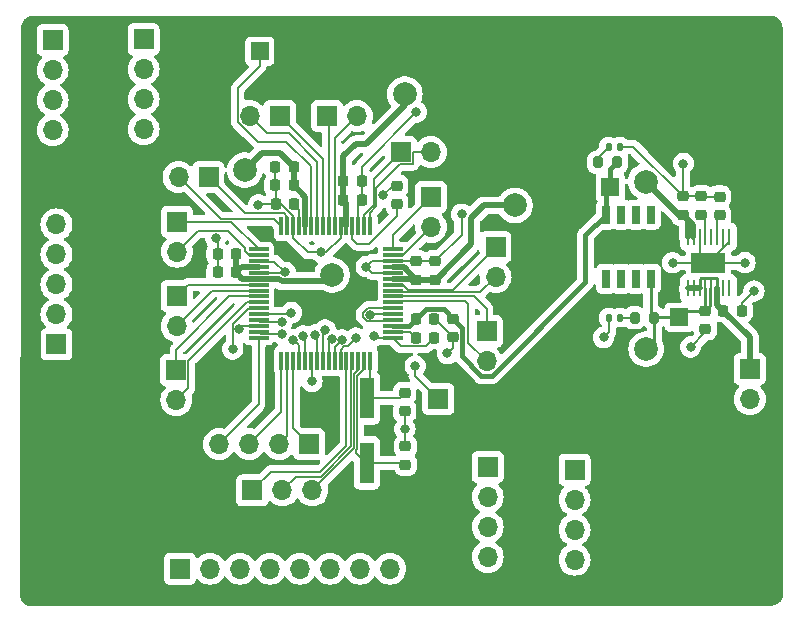
<source format=gbr>
%TF.GenerationSoftware,KiCad,Pcbnew,7.0.6*%
%TF.CreationDate,2024-02-20T00:48:48-05:00*%
%TF.ProjectId,AD7768_breakout,41443737-3638-45f6-9272-65616b6f7574,rev?*%
%TF.SameCoordinates,Original*%
%TF.FileFunction,Copper,L1,Top*%
%TF.FilePolarity,Positive*%
%FSLAX46Y46*%
G04 Gerber Fmt 4.6, Leading zero omitted, Abs format (unit mm)*
G04 Created by KiCad (PCBNEW 7.0.6) date 2024-02-20 00:48:48*
%MOMM*%
%LPD*%
G01*
G04 APERTURE LIST*
G04 Aperture macros list*
%AMRoundRect*
0 Rectangle with rounded corners*
0 $1 Rounding radius*
0 $2 $3 $4 $5 $6 $7 $8 $9 X,Y pos of 4 corners*
0 Add a 4 corners polygon primitive as box body*
4,1,4,$2,$3,$4,$5,$6,$7,$8,$9,$2,$3,0*
0 Add four circle primitives for the rounded corners*
1,1,$1+$1,$2,$3*
1,1,$1+$1,$4,$5*
1,1,$1+$1,$6,$7*
1,1,$1+$1,$8,$9*
0 Add four rect primitives between the rounded corners*
20,1,$1+$1,$2,$3,$4,$5,0*
20,1,$1+$1,$4,$5,$6,$7,0*
20,1,$1+$1,$6,$7,$8,$9,0*
20,1,$1+$1,$8,$9,$2,$3,0*%
G04 Aperture macros list end*
%TA.AperFunction,SMDPad,CuDef*%
%ADD10R,1.200000X3.500000*%
%TD*%
%TA.AperFunction,SMDPad,CuDef*%
%ADD11RoundRect,0.225000X-0.225000X-0.250000X0.225000X-0.250000X0.225000X0.250000X-0.225000X0.250000X0*%
%TD*%
%TA.AperFunction,SMDPad,CuDef*%
%ADD12RoundRect,0.225000X0.225000X0.250000X-0.225000X0.250000X-0.225000X-0.250000X0.225000X-0.250000X0*%
%TD*%
%TA.AperFunction,ComponentPad*%
%ADD13R,1.700000X1.700000*%
%TD*%
%TA.AperFunction,ComponentPad*%
%ADD14O,1.700000X1.700000*%
%TD*%
%TA.AperFunction,SMDPad,CuDef*%
%ADD15RoundRect,0.225000X-0.250000X0.225000X-0.250000X-0.225000X0.250000X-0.225000X0.250000X0.225000X0*%
%TD*%
%TA.AperFunction,SMDPad,CuDef*%
%ADD16R,1.500000X1.500000*%
%TD*%
%TA.AperFunction,SMDPad,CuDef*%
%ADD17RoundRect,0.200000X0.200000X0.275000X-0.200000X0.275000X-0.200000X-0.275000X0.200000X-0.275000X0*%
%TD*%
%TA.AperFunction,SMDPad,CuDef*%
%ADD18RoundRect,0.147500X-0.147500X-0.172500X0.147500X-0.172500X0.147500X0.172500X-0.147500X0.172500X0*%
%TD*%
%TA.AperFunction,SMDPad,CuDef*%
%ADD19RoundRect,0.225000X0.250000X-0.225000X0.250000X0.225000X-0.250000X0.225000X-0.250000X-0.225000X0*%
%TD*%
%TA.AperFunction,SMDPad,CuDef*%
%ADD20R,0.279400X1.397000*%
%TD*%
%TA.AperFunction,SMDPad,CuDef*%
%ADD21R,2.844800X1.651000*%
%TD*%
%TA.AperFunction,SMDPad,CuDef*%
%ADD22RoundRect,0.147500X0.147500X0.172500X-0.147500X0.172500X-0.147500X-0.172500X0.147500X-0.172500X0*%
%TD*%
%TA.AperFunction,SMDPad,CuDef*%
%ADD23RoundRect,0.008400X-0.771600X-0.131600X0.771600X-0.131600X0.771600X0.131600X-0.771600X0.131600X0*%
%TD*%
%TA.AperFunction,SMDPad,CuDef*%
%ADD24RoundRect,0.039200X-0.100800X-0.740800X0.100800X-0.740800X0.100800X0.740800X-0.100800X0.740800X0*%
%TD*%
%TA.AperFunction,SMDPad,CuDef*%
%ADD25R,0.650000X1.526000*%
%TD*%
%TA.AperFunction,ViaPad*%
%ADD26C,0.800000*%
%TD*%
%TA.AperFunction,ViaPad*%
%ADD27C,2.000000*%
%TD*%
%TA.AperFunction,Conductor*%
%ADD28C,0.127000*%
%TD*%
%TA.AperFunction,Conductor*%
%ADD29C,0.200000*%
%TD*%
%TA.AperFunction,Conductor*%
%ADD30C,0.500000*%
%TD*%
%TA.AperFunction,Conductor*%
%ADD31C,0.254000*%
%TD*%
%TA.AperFunction,Conductor*%
%ADD32C,0.400000*%
%TD*%
G04 APERTURE END LIST*
D10*
%TO.P,Y1,1*%
%TO.N,Net-(U1-XTAL2{slash}MCLK)*%
X190925000Y-82250000D03*
%TO.P,Y1,2*%
%TO.N,Net-(U1-XTAL1)*%
X190925000Y-87750000D03*
%TD*%
D11*
%TO.P,C19,1*%
%TO.N,vin*%
X221125000Y-74875000D03*
%TO.P,C19,2*%
%TO.N,GND*%
X222675000Y-74875000D03*
%TD*%
D12*
%TO.P,C14,1*%
%TO.N,5v*%
X179850000Y-70050000D03*
%TO.P,C14,2*%
%TO.N,GND*%
X178300000Y-70050000D03*
%TD*%
D13*
%TO.P,J10,1,Pin_1*%
%TO.N,Net-(J10-Pin_1)*%
X196975000Y-82325000D03*
%TD*%
%TO.P,J1,1,Pin_1*%
%TO.N,Net-(J1-Pin_1)*%
X177525000Y-63525000D03*
D14*
%TO.P,J1,2,Pin_2*%
%TO.N,Net-(J1-Pin_2)*%
X174985000Y-63525000D03*
%TD*%
D12*
%TO.P,C12,1*%
%TO.N,5v*%
X184725000Y-64250000D03*
%TO.P,C12,2*%
%TO.N,GND*%
X183175000Y-64250000D03*
%TD*%
D15*
%TO.P,C22,1*%
%TO.N,GND*%
X195125000Y-70675000D03*
%TO.P,C22,2*%
%TO.N,5v*%
X195125000Y-72225000D03*
%TD*%
D13*
%TO.P,J7,1,Pin_1*%
%TO.N,Net-(J7-Pin_1)*%
X201825000Y-69450000D03*
D14*
%TO.P,J7,2,Pin_2*%
%TO.N,Net-(J7-Pin_2)*%
X201825000Y-71990000D03*
%TD*%
D16*
%TO.P,TP2,1,1*%
%TO.N,5v*%
X217400000Y-75425000D03*
%TD*%
D17*
%TO.P,R2,1*%
%TO.N,5v*%
X215250000Y-75450000D03*
%TO.P,R2,2*%
%TO.N,Net-(D1-A)*%
X213600000Y-75450000D03*
%TD*%
D12*
%TO.P,C21,1*%
%TO.N,GND*%
X190500000Y-65450000D03*
%TO.P,C21,2*%
%TO.N,5v*%
X188950000Y-65450000D03*
%TD*%
D13*
%TO.P,J18,1,Pin_1*%
%TO.N,Net-(J18-Pin_1)*%
X175100000Y-96700000D03*
D14*
%TO.P,J18,2,Pin_2*%
%TO.N,Net-(J18-Pin_2)*%
X177640000Y-96700000D03*
%TO.P,J18,3,Pin_3*%
%TO.N,Net-(J18-Pin_3)*%
X180180000Y-96700000D03*
%TO.P,J18,4,Pin_4*%
%TO.N,Net-(J18-Pin_4)*%
X182720000Y-96700000D03*
%TO.P,J18,5,Pin_5*%
%TO.N,Net-(J18-Pin_5)*%
X185260000Y-96700000D03*
%TO.P,J18,6,Pin_6*%
%TO.N,Net-(J18-Pin_6)*%
X187800000Y-96700000D03*
%TO.P,J18,7,Pin_7*%
%TO.N,Net-(J18-Pin_7)*%
X190340000Y-96700000D03*
%TO.P,J18,8,Pin_8*%
%TO.N,Net-(J18-Pin_8)*%
X192880000Y-96700000D03*
%TD*%
D15*
%TO.P,C16,1*%
%TO.N,2.5v*%
X198200000Y-75525000D03*
%TO.P,C16,2*%
%TO.N,GND*%
X198200000Y-77075000D03*
%TD*%
D18*
%TO.P,D1,1,K*%
%TO.N,GND*%
X211415000Y-75450000D03*
%TO.P,D1,2,A*%
%TO.N,Net-(D1-A)*%
X212385000Y-75450000D03*
%TD*%
D19*
%TO.P,C9,1*%
%TO.N,GND*%
X194150000Y-83375000D03*
%TO.P,C9,2*%
%TO.N,Net-(U1-XTAL2{slash}MCLK)*%
X194150000Y-81825000D03*
%TD*%
%TO.P,C2,1*%
%TO.N,Net-(U1-REGCAPB)*%
X193475000Y-65825000D03*
%TO.P,C2,2*%
%TO.N,GND*%
X193475000Y-64275000D03*
%TD*%
D20*
%TO.P,U2,1,GND*%
%TO.N,GND*%
X221600002Y-68604500D03*
%TO.P,U2,2,GND*%
X221100000Y-68604500D03*
%TO.P,U2,3,BYPASS*%
%TO.N,Net-(U2-BYPASS)*%
X220600001Y-68604500D03*
%TO.P,U2,4,DNC*%
%TO.N,unconnected-(U2-DNC-Pad4)*%
X220100000Y-68604500D03*
%TO.P,U2,5,NR*%
%TO.N,Net-(U2-NR)*%
X219600000Y-68604500D03*
%TO.P,U2,6,GND*%
%TO.N,GND*%
X219100002Y-68604500D03*
%TO.P,U2,7,VOUT2_S*%
%TO.N,5v*%
X218600000Y-68604500D03*
%TO.P,U2,8,VOUT2_F*%
X218100001Y-68604500D03*
%TO.P,U2,9,\u002AOD*%
%TO.N,vin*%
X218099998Y-72973300D03*
%TO.P,U2,10,VIN2*%
X218600000Y-72973300D03*
%TO.P,U2,11,VIN1*%
X219099999Y-72973300D03*
%TO.P,U2,12,VOUT1_F*%
%TO.N,5v*%
X219600000Y-72973300D03*
%TO.P,U2,13,VOUT1_S*%
X220100000Y-72973300D03*
%TO.P,U2,14,VIN*%
%TO.N,vin*%
X220599998Y-72973300D03*
%TO.P,U2,15,NC*%
%TO.N,unconnected-(U2-NC-Pad15)*%
X221100000Y-72973300D03*
%TO.P,U2,16,DNC*%
%TO.N,unconnected-(U2-DNC-Pad16)*%
X221599999Y-72973300D03*
D21*
%TO.P,U2,EPAD,EPAD*%
%TO.N,GND*%
X219850000Y-70788900D03*
%TD*%
D17*
%TO.P,R3,1*%
%TO.N,2.5v*%
X212150000Y-62300000D03*
%TO.P,R3,2*%
%TO.N,Net-(D2-A)*%
X210500000Y-62300000D03*
%TD*%
D13*
%TO.P,J2,1,Pin_1*%
%TO.N,Net-(J2-Pin_1)*%
X174850000Y-67325000D03*
D14*
%TO.P,J2,2,Pin_2*%
%TO.N,Net-(J2-Pin_2)*%
X174850000Y-69865000D03*
%TD*%
D12*
%TO.P,C13,1*%
%TO.N,5v*%
X184725000Y-62700000D03*
%TO.P,C13,2*%
%TO.N,GND*%
X183175000Y-62700000D03*
%TD*%
%TO.P,C5,1*%
%TO.N,Net-(U1-REGCAPA)*%
X184750000Y-65850000D03*
%TO.P,C5,2*%
%TO.N,GND*%
X183200000Y-65850000D03*
%TD*%
%TO.P,C6,1*%
%TO.N,GND*%
X190500000Y-63875000D03*
%TO.P,C6,2*%
%TO.N,5v*%
X188950000Y-63875000D03*
%TD*%
D13*
%TO.P,J9,1,Pin_1*%
%TO.N,vin*%
X223350000Y-79800000D03*
D14*
%TO.P,J9,2,Pin_2*%
%TO.N,GND*%
X223350000Y-82340000D03*
%TD*%
D13*
%TO.P,J6,1,Pin_1*%
%TO.N,Net-(J6-Pin_1)*%
X196375000Y-65225000D03*
D14*
%TO.P,J6,2,Pin_2*%
%TO.N,Net-(J6-Pin_2)*%
X196375000Y-67765000D03*
%TD*%
D19*
%TO.P,C18,1*%
%TO.N,5v*%
X217675000Y-66725000D03*
%TO.P,C18,2*%
%TO.N,GND*%
X217675000Y-65175000D03*
%TD*%
D13*
%TO.P,J17,1,Pin_1*%
%TO.N,Net-(J17-Pin_1)*%
X187550000Y-58375000D03*
D14*
%TO.P,J17,2,Pin_2*%
%TO.N,Net-(J17-Pin_2)*%
X190090000Y-58375000D03*
%TD*%
D13*
%TO.P,J20,1,Pin_1*%
%TO.N,GND*%
X201160000Y-88080000D03*
D14*
%TO.P,J20,2,Pin_2*%
X201160000Y-90620000D03*
%TO.P,J20,3,Pin_3*%
X201160000Y-93160000D03*
%TO.P,J20,4,Pin_4*%
X201160000Y-95700000D03*
%TD*%
D13*
%TO.P,J13,1,Pin_1*%
%TO.N,Net-(J13-Pin_1)*%
X181235000Y-90075000D03*
D14*
%TO.P,J13,2,Pin_2*%
%TO.N,Net-(J13-Pin_2)*%
X183775000Y-90075000D03*
%TO.P,J13,3,Pin_3*%
%TO.N,rst*%
X186315000Y-90075000D03*
%TD*%
D13*
%TO.P,J12,1,Pin_1*%
%TO.N,Net-(J12-Pin_1)*%
X186040000Y-86150000D03*
D14*
%TO.P,J12,2,Pin_2*%
%TO.N,Net-(J12-Pin_2)*%
X183500000Y-86150000D03*
%TO.P,J12,3,Pin_3*%
%TO.N,Net-(J12-Pin_3)*%
X180960000Y-86150000D03*
%TO.P,J12,4,Pin_4*%
%TO.N,Net-(J12-Pin_4)*%
X178420000Y-86150000D03*
%TD*%
D22*
%TO.P,D2,1,K*%
%TO.N,GND*%
X212360000Y-61000000D03*
%TO.P,D2,2,A*%
%TO.N,Net-(D2-A)*%
X211390000Y-61000000D03*
%TD*%
D23*
%TO.P,U1,1,AIN1-*%
%TO.N,Net-(J2-Pin_1)*%
X181770000Y-69650000D03*
%TO.P,U1,2,AIN1+*%
%TO.N,Net-(J2-Pin_2)*%
X181770000Y-70150000D03*
%TO.P,U1,3,AVSS1A*%
%TO.N,GND*%
X181770000Y-70650000D03*
%TO.P,U1,4,AVDD1A*%
%TO.N,5v*%
X181770000Y-71150000D03*
%TO.P,U1,5,REF1-*%
%TO.N,GND*%
X181770000Y-71650000D03*
%TO.P,U1,6,REF1+*%
%TO.N,5v*%
X181770000Y-72150000D03*
%TO.P,U1,7,AIN2-*%
%TO.N,Net-(J3-Pin_1)*%
X181770000Y-72650000D03*
%TO.P,U1,8,AIN2+*%
%TO.N,Net-(J3-Pin_2)*%
X181770000Y-73150000D03*
%TO.P,U1,9,AIN3-*%
%TO.N,Net-(J4-Pin_1)*%
X181770000Y-73650000D03*
%TO.P,U1,10,AIN3+*%
%TO.N,Net-(J4-Pin_2)*%
X181770000Y-74150000D03*
%TO.P,U1,11,FILTER/GPIO4*%
%TO.N,Net-(J11-Pin_1)*%
X181770000Y-74650000D03*
%TO.P,U1,12,MODE0/GPIO0*%
%TO.N,Net-(J11-Pin_5)*%
X181770000Y-75150000D03*
%TO.P,U1,13,MODE1/GPIO1*%
%TO.N,Net-(J11-Pin_4)*%
X181770000Y-75650000D03*
%TO.P,U1,14,MODE2/GPIO2*%
%TO.N,Net-(J11-Pin_3)*%
X181770000Y-76150000D03*
%TO.P,U1,15,MODE3/GPIO3*%
%TO.N,Net-(J11-Pin_2)*%
X181770000Y-76650000D03*
%TO.P,U1,16,ST0/~{CS}*%
%TO.N,Net-(J12-Pin_4)*%
X181770000Y-77150000D03*
D24*
%TO.P,U1,17,ST1/SCLK*%
%TO.N,Net-(J12-Pin_3)*%
X183700000Y-79080000D03*
%TO.P,U1,18,DEC1/SDI*%
%TO.N,Net-(J12-Pin_2)*%
X184200000Y-79080000D03*
%TO.P,U1,19,DEC0/SDO*%
%TO.N,Net-(J12-Pin_1)*%
X184700000Y-79080000D03*
%TO.P,U1,20,DOUT7*%
%TO.N,Net-(J18-Pin_1)*%
X185200000Y-79080000D03*
%TO.P,U1,21,DOUT6*%
%TO.N,Net-(J18-Pin_2)*%
X185700000Y-79080000D03*
%TO.P,U1,22,DOUT5*%
%TO.N,Net-(J18-Pin_3)*%
X186200000Y-79080000D03*
%TO.P,U1,23,DOUT4*%
%TO.N,Net-(J18-Pin_4)*%
X186700000Y-79080000D03*
%TO.P,U1,24,DOUT3*%
%TO.N,Net-(J18-Pin_5)*%
X187200000Y-79080000D03*
%TO.P,U1,25,DOUT2*%
%TO.N,Net-(J18-Pin_6)*%
X187700000Y-79080000D03*
%TO.P,U1,26,DOUT1*%
%TO.N,Net-(J18-Pin_7)*%
X188200000Y-79080000D03*
%TO.P,U1,27,DOUT0*%
%TO.N,Net-(J18-Pin_8)*%
X188700000Y-79080000D03*
%TO.P,U1,28,DCLK*%
%TO.N,Net-(J13-Pin_1)*%
X189200000Y-79080000D03*
%TO.P,U1,29,~{DRDY}*%
%TO.N,Net-(J13-Pin_2)*%
X189700000Y-79080000D03*
%TO.P,U1,30,~{RESET}*%
%TO.N,rst*%
X190200000Y-79080000D03*
%TO.P,U1,31,XTAL1*%
%TO.N,Net-(U1-XTAL1)*%
X190700000Y-79080000D03*
%TO.P,U1,32,XTAL2/MCLK*%
%TO.N,Net-(U1-XTAL2{slash}MCLK)*%
X191200000Y-79080000D03*
D23*
%TO.P,U1,33,DGND*%
%TO.N,GND*%
X193130000Y-77150000D03*
%TO.P,U1,34,DREGCAP*%
%TO.N,Net-(U1-DREGCAP)*%
X193130000Y-76650000D03*
%TO.P,U1,35,IOVDD*%
%TO.N,2.5v*%
X193130000Y-76150000D03*
%TO.P,U1,36,~{SYNC_IN}*%
%TO.N,Net-(U1-~{SYNC_IN})*%
X193130000Y-75650000D03*
%TO.P,U1,37,~{START}*%
%TO.N,Net-(J10-Pin_1)*%
X193130000Y-75150000D03*
%TO.P,U1,38,~{SYNC_OUT}*%
%TO.N,Net-(U1-~{SYNC_IN})*%
X193130000Y-74650000D03*
%TO.P,U1,39,AIN7+*%
%TO.N,Net-(J8-Pin_2)*%
X193130000Y-74150000D03*
%TO.P,U1,40,AIN7-*%
%TO.N,Net-(J8-Pin_1)*%
X193130000Y-73650000D03*
%TO.P,U1,41,AIN6+*%
%TO.N,Net-(J7-Pin_2)*%
X193130000Y-73150000D03*
%TO.P,U1,42,AIN6-*%
%TO.N,Net-(J7-Pin_1)*%
X193130000Y-72650000D03*
%TO.P,U1,43,REF2+*%
%TO.N,5v*%
X193130000Y-72150000D03*
%TO.P,U1,44,REF2-*%
%TO.N,GND*%
X193130000Y-71650000D03*
%TO.P,U1,45,AVDD1B*%
%TO.N,5v*%
X193130000Y-71150000D03*
%TO.P,U1,46,AVSS1B*%
%TO.N,GND*%
X193130000Y-70650000D03*
%TO.P,U1,47,AIN5+*%
%TO.N,Net-(J6-Pin_2)*%
X193130000Y-70150000D03*
%TO.P,U1,48,AIN5-*%
%TO.N,Net-(J6-Pin_1)*%
X193130000Y-69650000D03*
D24*
%TO.P,U1,49,AIN4+*%
%TO.N,Net-(J5-Pin_2)*%
X191200000Y-67720000D03*
%TO.P,U1,50,AIN4-*%
%TO.N,Net-(J5-Pin_1)*%
X190700000Y-67720000D03*
%TO.P,U1,51,AVSS2B*%
%TO.N,GND*%
X190200000Y-67720000D03*
%TO.P,U1,52,REGCAPB*%
%TO.N,Net-(U1-REGCAPB)*%
X189700000Y-67720000D03*
%TO.P,U1,53,AVDD2B*%
%TO.N,5v*%
X189200000Y-67720000D03*
%TO.P,U1,54,AVSS*%
%TO.N,GND*%
X188700000Y-67720000D03*
%TO.P,U1,55,FORMAT1*%
%TO.N,Net-(J17-Pin_2)*%
X188200000Y-67720000D03*
%TO.P,U1,56,FORMAT0*%
%TO.N,Net-(J17-Pin_1)*%
X187700000Y-67720000D03*
%TO.P,U1,57,~{PIN}/SPI*%
%TO.N,Net-(J14-Pin_1)*%
X187200000Y-67720000D03*
%TO.P,U1,58,CLK_SEL*%
%TO.N,Net-(J14-Pin_2)*%
X186700000Y-67720000D03*
%TO.P,U1,59,VCM*%
%TO.N,Net-(U1-VCM)*%
X186200000Y-67720000D03*
%TO.P,U1,60,AVDD2A*%
%TO.N,5v*%
X185700000Y-67720000D03*
%TO.P,U1,61,REGCAPA*%
%TO.N,Net-(U1-REGCAPA)*%
X185200000Y-67720000D03*
%TO.P,U1,62,AVSS2A*%
%TO.N,GND*%
X184700000Y-67720000D03*
%TO.P,U1,63,AIN0-*%
%TO.N,Net-(J1-Pin_1)*%
X184200000Y-67720000D03*
%TO.P,U1,64,AIN0+*%
%TO.N,Net-(J1-Pin_2)*%
X183700000Y-67720000D03*
%TD*%
D13*
%TO.P,J11,1,Pin_1*%
%TO.N,Net-(J11-Pin_1)*%
X164650000Y-77720000D03*
D14*
%TO.P,J11,2,Pin_2*%
%TO.N,Net-(J11-Pin_2)*%
X164650000Y-75180000D03*
%TO.P,J11,3,Pin_3*%
%TO.N,Net-(J11-Pin_3)*%
X164650000Y-72640000D03*
%TO.P,J11,4,Pin_4*%
%TO.N,Net-(J11-Pin_4)*%
X164650000Y-70100000D03*
%TO.P,J11,5,Pin_5*%
%TO.N,Net-(J11-Pin_5)*%
X164650000Y-67560000D03*
%TD*%
D12*
%TO.P,C15,1*%
%TO.N,5v*%
X179850000Y-71625000D03*
%TO.P,C15,2*%
%TO.N,GND*%
X178300000Y-71625000D03*
%TD*%
D11*
%TO.P,C1,1*%
%TO.N,Net-(U1-DREGCAP)*%
X195075000Y-77150000D03*
%TO.P,C1,2*%
%TO.N,GND*%
X196625000Y-77150000D03*
%TD*%
D15*
%TO.P,C7,1*%
%TO.N,GND*%
X196700000Y-70675000D03*
%TO.P,C7,2*%
%TO.N,5v*%
X196700000Y-72225000D03*
%TD*%
D13*
%TO.P,J14,1,Pin_1*%
%TO.N,Net-(J14-Pin_1)*%
X183550000Y-58375000D03*
D14*
%TO.P,J14,2,Pin_2*%
%TO.N,Net-(J14-Pin_2)*%
X181010000Y-58375000D03*
%TD*%
D19*
%TO.P,C4,1*%
%TO.N,Net-(U2-NR)*%
X219250000Y-66725000D03*
%TO.P,C4,2*%
%TO.N,GND*%
X219250000Y-65175000D03*
%TD*%
D13*
%TO.P,J4,1,Pin_1*%
%TO.N,Net-(J4-Pin_1)*%
X174800000Y-79900000D03*
D14*
%TO.P,J4,2,Pin_2*%
%TO.N,Net-(J4-Pin_2)*%
X174800000Y-82440000D03*
%TD*%
D13*
%TO.P,J8,1,Pin_1*%
%TO.N,Net-(J8-Pin_1)*%
X201075000Y-76600000D03*
D14*
%TO.P,J8,2,Pin_2*%
%TO.N,Net-(J8-Pin_2)*%
X201075000Y-79140000D03*
%TD*%
D15*
%TO.P,C20,1*%
%TO.N,5v*%
X219600000Y-74875000D03*
%TO.P,C20,2*%
%TO.N,GND*%
X219600000Y-76425000D03*
%TD*%
D13*
%TO.P,J19,1,Pin_1*%
%TO.N,5v*%
X208520000Y-88320000D03*
D14*
%TO.P,J19,2,Pin_2*%
X208520000Y-90860000D03*
%TO.P,J19,3,Pin_3*%
X208520000Y-93400000D03*
%TO.P,J19,4,Pin_4*%
X208520000Y-95940000D03*
%TD*%
D19*
%TO.P,C3,1*%
%TO.N,Net-(U2-BYPASS)*%
X220800000Y-66750000D03*
%TO.P,C3,2*%
%TO.N,GND*%
X220800000Y-65200000D03*
%TD*%
D11*
%TO.P,C17,1*%
%TO.N,2.5v*%
X195100000Y-75550000D03*
%TO.P,C17,2*%
%TO.N,GND*%
X196650000Y-75550000D03*
%TD*%
D16*
%TO.P,TP3,1,1*%
%TO.N,2.5v*%
X211550000Y-64375000D03*
%TD*%
D13*
%TO.P,J16,1,Pin_1*%
%TO.N,GND*%
X164325000Y-51950000D03*
D14*
%TO.P,J16,2,Pin_2*%
X164325000Y-54490000D03*
%TO.P,J16,3,Pin_3*%
X164325000Y-57030000D03*
%TO.P,J16,4,Pin_4*%
X164325000Y-59570000D03*
%TD*%
D16*
%TO.P,TP1,1,1*%
%TO.N,Net-(U1-VCM)*%
X181860000Y-52900000D03*
%TD*%
D13*
%TO.P,J5,1,Pin_1*%
%TO.N,Net-(J5-Pin_1)*%
X193800000Y-61425000D03*
D14*
%TO.P,J5,2,Pin_2*%
%TO.N,Net-(J5-Pin_2)*%
X196340000Y-61425000D03*
%TD*%
D25*
%TO.P,IC1,1,NC_1*%
%TO.N,unconnected-(IC1-NC_1-Pad1)*%
X211165000Y-72149000D03*
%TO.P,IC1,2,NC_2*%
%TO.N,unconnected-(IC1-NC_2-Pad2)*%
X212435000Y-72149000D03*
%TO.P,IC1,3,NC_3*%
%TO.N,unconnected-(IC1-NC_3-Pad3)*%
X213705000Y-72149000D03*
%TO.P,IC1,4,(-)*%
%TO.N,5v*%
X214975000Y-72149000D03*
%TO.P,IC1,5,ADJ*%
%TO.N,unconnected-(IC1-ADJ-Pad5)*%
X214975000Y-66725000D03*
%TO.P,IC1,6,(+)_1*%
%TO.N,unconnected-(IC1-(+)_1-Pad6)*%
X213705000Y-66725000D03*
%TO.P,IC1,7,NC_4*%
%TO.N,unconnected-(IC1-NC_4-Pad7)*%
X212435000Y-66725000D03*
%TO.P,IC1,8,(+)_2*%
%TO.N,2.5v*%
X211165000Y-66725000D03*
%TD*%
D13*
%TO.P,J3,1,Pin_1*%
%TO.N,Net-(J3-Pin_1)*%
X174825000Y-73625000D03*
D14*
%TO.P,J3,2,Pin_2*%
%TO.N,Net-(J3-Pin_2)*%
X174825000Y-76165000D03*
%TD*%
D15*
%TO.P,C8,1*%
%TO.N,GND*%
X194200000Y-86350000D03*
%TO.P,C8,2*%
%TO.N,Net-(U1-XTAL1)*%
X194200000Y-87900000D03*
%TD*%
D13*
%TO.P,J15,1,Pin_1*%
%TO.N,5v*%
X172025000Y-51875000D03*
D14*
%TO.P,J15,2,Pin_2*%
X172025000Y-54415000D03*
%TO.P,J15,3,Pin_3*%
X172025000Y-56955000D03*
%TO.P,J15,4,Pin_4*%
X172025000Y-59495000D03*
%TD*%
D26*
%TO.N,GND*%
X194150000Y-84875000D03*
X192300000Y-65100000D03*
X197750000Y-78475000D03*
X223700000Y-73200000D03*
X217725000Y-62400000D03*
X178125000Y-68700000D03*
X184025000Y-71625000D03*
X191500000Y-77025000D03*
X181750000Y-65900000D03*
X198950000Y-66690000D03*
X195125000Y-58050000D03*
X222938900Y-70788900D03*
X218350000Y-77925000D03*
X216825000Y-70800000D03*
X210975000Y-77125000D03*
X187050000Y-69900000D03*
X190875000Y-71125000D03*
D27*
%TO.N,5v*%
X214525000Y-63925000D03*
X203470000Y-65950000D03*
X214575000Y-78100000D03*
X194150000Y-56525000D03*
X180600000Y-62950000D03*
X187975000Y-71825000D03*
D26*
%TO.N,Net-(J10-Pin_1)*%
X191200000Y-75200000D03*
X195025000Y-79525000D03*
%TO.N,Net-(J11-Pin_1)*%
X179575000Y-78100000D03*
%TO.N,Net-(J11-Pin_2)*%
X183775000Y-76825000D03*
%TO.N,Net-(J11-Pin_3)*%
X180125000Y-76450000D03*
%TO.N,Net-(J11-Pin_4)*%
X183750000Y-75775000D03*
%TO.N,Net-(J11-Pin_5)*%
X184550000Y-75025000D03*
%TO.N,Net-(J18-Pin_1)*%
X184700000Y-77300000D03*
%TO.N,Net-(J18-Pin_2)*%
X185537682Y-77000828D03*
%TO.N,Net-(J18-Pin_3)*%
X186275000Y-80850000D03*
%TO.N,Net-(J18-Pin_4)*%
X186525000Y-76900000D03*
%TO.N,Net-(J18-Pin_5)*%
X187400000Y-76475000D03*
%TO.N,Net-(J18-Pin_6)*%
X187953000Y-77250000D03*
%TO.N,Net-(J18-Pin_7)*%
X188838335Y-77336011D03*
%TO.N,Net-(J18-Pin_8)*%
X190025000Y-77175000D03*
%TD*%
D28*
%TO.N,Net-(U1-DREGCAP)*%
X194575000Y-76650000D02*
X195075000Y-77150000D01*
X193130000Y-76650000D02*
X194575000Y-76650000D01*
%TO.N,Net-(U1-REGCAPB)*%
X191100000Y-69200000D02*
X190125000Y-69200000D01*
X193475000Y-66825000D02*
X191100000Y-69200000D01*
X189700000Y-68775000D02*
X189700000Y-67720000D01*
X190125000Y-69200000D02*
X189700000Y-68775000D01*
X193475000Y-65825000D02*
X193475000Y-66825000D01*
D29*
%TO.N,GND*%
X194150000Y-84875000D02*
X194150000Y-83375000D01*
X193125000Y-64275000D02*
X192300000Y-65100000D01*
X184700000Y-66875000D02*
X183675000Y-65850000D01*
X221100000Y-69538900D02*
X219850000Y-70788900D01*
X183200000Y-65850000D02*
X183200000Y-64275000D01*
X219250000Y-65175000D02*
X217675000Y-65175000D01*
X184025000Y-71625000D02*
X184000000Y-71650000D01*
X181875000Y-70650000D02*
X181935000Y-70710000D01*
X178300000Y-71625000D02*
X178300000Y-70050000D01*
X191350000Y-70650000D02*
X193130000Y-70650000D01*
X193130000Y-77150000D02*
X191625000Y-77150000D01*
X181935000Y-70710000D02*
X183110000Y-70710000D01*
X184000000Y-71650000D02*
X181770000Y-71650000D01*
X183110000Y-70710000D02*
X184025000Y-71625000D01*
X190875000Y-71125000D02*
X191350000Y-70650000D01*
X217675000Y-65175000D02*
X217675000Y-62450000D01*
X178300000Y-70050000D02*
X178300000Y-68875000D01*
X219600000Y-76675000D02*
X218350000Y-77925000D01*
X193130000Y-77150000D02*
X193795000Y-77815000D01*
X187050000Y-69900000D02*
X185925000Y-69900000D01*
X196675000Y-75550000D02*
X198200000Y-77075000D01*
X219100002Y-70038902D02*
X219850000Y-70788900D01*
X194200000Y-86350000D02*
X194200000Y-84925000D01*
X198950000Y-66690000D02*
X198950000Y-68425000D01*
X190500000Y-63875000D02*
X190500000Y-65450000D01*
X211415000Y-76685000D02*
X210975000Y-77125000D01*
X183675000Y-65850000D02*
X183200000Y-65850000D01*
X187500000Y-69900000D02*
X188700000Y-68700000D01*
X222675000Y-74225000D02*
X223700000Y-73200000D01*
X216836100Y-70788900D02*
X216825000Y-70800000D01*
X193130000Y-71650000D02*
X191400000Y-71650000D01*
X220800000Y-65200000D02*
X219275000Y-65200000D01*
X194200000Y-84925000D02*
X194150000Y-84875000D01*
X221100000Y-68604500D02*
X221100000Y-69538900D01*
X183200000Y-65850000D02*
X181800000Y-65850000D01*
X193475000Y-64275000D02*
X193125000Y-64275000D01*
X183175000Y-64250000D02*
X183175000Y-62700000D01*
X196700000Y-70675000D02*
X195125000Y-70675000D01*
X198950000Y-68425000D02*
X196700000Y-70675000D01*
X213500000Y-61000000D02*
X217675000Y-65175000D01*
X191625000Y-77150000D02*
X191500000Y-77025000D01*
X181800000Y-65850000D02*
X181750000Y-65900000D01*
X219100002Y-68604500D02*
X219100002Y-70038902D01*
X185925000Y-69900000D02*
X184700000Y-68675000D01*
X190500000Y-62675000D02*
X195125000Y-58050000D01*
X184700000Y-68675000D02*
X184700000Y-67720000D01*
X217675000Y-62450000D02*
X217725000Y-62400000D01*
X191400000Y-71650000D02*
X190875000Y-71125000D01*
X188700000Y-68700000D02*
X188700000Y-67720000D01*
X190200000Y-67720000D02*
X190200000Y-65750000D01*
X187050000Y-69900000D02*
X187500000Y-69900000D01*
X193795000Y-77815000D02*
X195960000Y-77815000D01*
X195125000Y-70675000D02*
X193155000Y-70675000D01*
X221600002Y-69038898D02*
X219850000Y-70788900D01*
X195960000Y-77815000D02*
X196625000Y-77150000D01*
X190500000Y-63875000D02*
X190500000Y-62675000D01*
X212360000Y-61000000D02*
X213500000Y-61000000D01*
X211415000Y-75450000D02*
X211415000Y-76685000D01*
X178300000Y-68875000D02*
X178125000Y-68700000D01*
X198200000Y-78025000D02*
X197750000Y-78475000D01*
X184700000Y-67720000D02*
X184700000Y-66875000D01*
X219850000Y-70788900D02*
X216836100Y-70788900D01*
X219850000Y-70788900D02*
X222938900Y-70788900D01*
X222675000Y-74875000D02*
X222675000Y-74225000D01*
X198200000Y-77075000D02*
X198200000Y-78025000D01*
D28*
%TO.N,Net-(U2-BYPASS)*%
X220600001Y-68604500D02*
X220600001Y-66949999D01*
%TO.N,Net-(U2-NR)*%
X219600000Y-67075000D02*
X219250000Y-66725000D01*
X219600000Y-68604500D02*
X219600000Y-67075000D01*
%TO.N,Net-(U1-REGCAPA)*%
X185200000Y-66300000D02*
X184750000Y-65850000D01*
X185200000Y-67720000D02*
X185200000Y-66300000D01*
D30*
%TO.N,5v*%
X218583302Y-67633302D02*
X218583302Y-68604500D01*
X189975000Y-60775000D02*
X190850000Y-60775000D01*
X200825000Y-65950000D02*
X199775000Y-67000000D01*
X179850000Y-71625000D02*
X180325000Y-71150000D01*
X203470000Y-65950000D02*
X200825000Y-65950000D01*
X180325000Y-71150000D02*
X181770000Y-71150000D01*
D31*
X215250000Y-75450000D02*
X215250000Y-77425000D01*
D30*
X195125000Y-72225000D02*
X196700000Y-72225000D01*
X217675000Y-66725000D02*
X217325000Y-66725000D01*
X185700000Y-65225000D02*
X184725000Y-64250000D01*
X183718481Y-72365000D02*
X183503481Y-72150000D01*
X184725000Y-64250000D02*
X184725000Y-62700000D01*
D31*
X217400000Y-75425000D02*
X215275000Y-75425000D01*
D30*
X181770000Y-72150000D02*
X180375000Y-72150000D01*
X180375000Y-72150000D02*
X179850000Y-71625000D01*
X199775000Y-69200000D02*
X196750000Y-72225000D01*
D31*
X215250000Y-77425000D02*
X214575000Y-78100000D01*
D30*
X199775000Y-67000000D02*
X199775000Y-69200000D01*
X187975000Y-71825000D02*
X187435000Y-72365000D01*
X183550000Y-61525000D02*
X184725000Y-62700000D01*
X179850000Y-71625000D02*
X179850000Y-70050000D01*
D31*
X219600000Y-74875000D02*
X219600000Y-72973300D01*
D30*
X193130000Y-72150000D02*
X195050000Y-72150000D01*
X218100001Y-68604500D02*
X218100001Y-67150001D01*
X190850000Y-60775000D02*
X194150000Y-57475000D01*
X185700000Y-67720000D02*
X185700000Y-65225000D01*
X180600000Y-62950000D02*
X182025000Y-61525000D01*
X189200000Y-65700000D02*
X188950000Y-65450000D01*
D31*
X220009998Y-74465002D02*
X220009998Y-72973300D01*
D30*
X217675000Y-66725000D02*
X218583302Y-67633302D01*
X189200000Y-67720000D02*
X189200000Y-65700000D01*
X187435000Y-72365000D02*
X183718481Y-72365000D01*
D31*
X219600000Y-74875000D02*
X217950000Y-74875000D01*
D30*
X188950000Y-63875000D02*
X188950000Y-61800000D01*
D31*
X214975000Y-75175000D02*
X214975000Y-72149000D01*
D30*
X183503481Y-72150000D02*
X181770000Y-72150000D01*
X218100001Y-67150001D02*
X217675000Y-66725000D01*
X217325000Y-66725000D02*
X214525000Y-63925000D01*
X194150000Y-57475000D02*
X194150000Y-56525000D01*
X194050000Y-71150000D02*
X195125000Y-72225000D01*
X193130000Y-71150000D02*
X194050000Y-71150000D01*
X188950000Y-63875000D02*
X188950000Y-65450000D01*
X182025000Y-61525000D02*
X183550000Y-61525000D01*
D31*
X219600000Y-74875000D02*
X220009998Y-74465002D01*
D30*
X188950000Y-61800000D02*
X189975000Y-60775000D01*
D31*
X215250000Y-75450000D02*
X214975000Y-75175000D01*
D28*
%TO.N,Net-(U1-XTAL1)*%
X190925000Y-87750000D02*
X194050000Y-87750000D01*
X190925000Y-87750000D02*
X190050000Y-86875000D01*
X190050000Y-86875000D02*
X190050000Y-86646884D01*
X190700000Y-79818000D02*
X190700000Y-79080000D01*
X190050000Y-86646884D02*
X190092000Y-86604884D01*
X190092000Y-86604884D02*
X190092000Y-80426000D01*
X190092000Y-80426000D02*
X190700000Y-79818000D01*
%TO.N,Net-(U1-XTAL2{slash}MCLK)*%
X190925000Y-82250000D02*
X193725000Y-82250000D01*
X193725000Y-82250000D02*
X194150000Y-81825000D01*
X191200000Y-81975000D02*
X191200000Y-79080000D01*
D32*
%TO.N,2.5v*%
X194500000Y-76150000D02*
X195100000Y-75550000D01*
X211165000Y-66725000D02*
X211165000Y-64760000D01*
X209440000Y-72439530D02*
X209440000Y-68450000D01*
X200620470Y-80350000D02*
X201529530Y-80350000D01*
X195902000Y-74748000D02*
X195100000Y-75550000D01*
X211550000Y-62900000D02*
X212150000Y-62300000D01*
X199002000Y-76327000D02*
X199002000Y-78731530D01*
X199002000Y-78731530D02*
X200620470Y-80350000D01*
X201529530Y-80350000D02*
X209440000Y-72439530D01*
X197423000Y-74748000D02*
X195902000Y-74748000D01*
X198200000Y-75525000D02*
X197423000Y-74748000D01*
X211550000Y-64375000D02*
X211550000Y-62900000D01*
X198200000Y-75525000D02*
X199002000Y-76327000D01*
X193130000Y-76150000D02*
X194500000Y-76150000D01*
X209440000Y-68450000D02*
X211165000Y-66725000D01*
D31*
%TO.N,vin*%
X219099999Y-72201101D02*
X219099999Y-72973300D01*
D30*
X218099998Y-72973300D02*
X219099999Y-72973300D01*
D31*
X220599998Y-72973300D02*
X220599998Y-72124998D01*
D30*
X223350000Y-77100000D02*
X221125000Y-74875000D01*
X223350000Y-79800000D02*
X223350000Y-77100000D01*
D31*
X219243300Y-72057800D02*
X219099999Y-72201101D01*
D30*
X220599998Y-72973300D02*
X220599998Y-74349998D01*
D31*
X220599998Y-72124998D02*
X220532800Y-72057800D01*
D30*
X220599998Y-74349998D02*
X221125000Y-74875000D01*
D31*
X220532800Y-72057800D02*
X219243300Y-72057800D01*
D28*
%TO.N,Net-(D1-A)*%
X213600000Y-75450000D02*
X212385000Y-75450000D01*
%TO.N,Net-(D2-A)*%
X210500000Y-61890000D02*
X211390000Y-61000000D01*
%TO.N,Net-(J1-Pin_1)*%
X180600000Y-66600000D02*
X177525000Y-63525000D01*
X183900000Y-66600000D02*
X180600000Y-66600000D01*
X184200000Y-67720000D02*
X184200000Y-66900000D01*
X184200000Y-66900000D02*
X183900000Y-66600000D01*
%TO.N,Net-(J1-Pin_2)*%
X183088000Y-67108000D02*
X178568000Y-67108000D01*
X178568000Y-67108000D02*
X174985000Y-63525000D01*
X183700000Y-67720000D02*
X183088000Y-67108000D01*
%TO.N,Net-(J2-Pin_1)*%
X179445000Y-67325000D02*
X174850000Y-67325000D01*
X181770000Y-69650000D02*
X179445000Y-67325000D01*
%TO.N,Net-(J2-Pin_2)*%
X180625000Y-69575000D02*
X179150000Y-68100000D01*
X176615000Y-68100000D02*
X174850000Y-69865000D01*
X180625000Y-69825000D02*
X180625000Y-69575000D01*
X181770000Y-70150000D02*
X180950000Y-70150000D01*
X180950000Y-70150000D02*
X180625000Y-69825000D01*
X179150000Y-68100000D02*
X176615000Y-68100000D01*
%TO.N,Net-(J3-Pin_1)*%
X175800000Y-72650000D02*
X181770000Y-72650000D01*
X174825000Y-73625000D02*
X175800000Y-72650000D01*
%TO.N,Net-(J3-Pin_2)*%
X174825000Y-76165000D02*
X177840000Y-73150000D01*
X177840000Y-73150000D02*
X181770000Y-73150000D01*
%TO.N,Net-(J4-Pin_1)*%
X174800000Y-79900000D02*
X174800000Y-78150000D01*
X179300000Y-73650000D02*
X181770000Y-73650000D01*
X174800000Y-78150000D02*
X179300000Y-73650000D01*
%TO.N,Net-(J4-Pin_2)*%
X180775000Y-74150000D02*
X175825000Y-79100000D01*
X175825000Y-79100000D02*
X175825000Y-81415000D01*
X175825000Y-81415000D02*
X174800000Y-82440000D01*
X181770000Y-74150000D02*
X180775000Y-74150000D01*
%TO.N,Net-(J5-Pin_1)*%
X191525000Y-65933116D02*
X191525000Y-63700000D01*
X190700000Y-67720000D02*
X190700000Y-66758116D01*
X191525000Y-63700000D02*
X193800000Y-61425000D01*
X190700000Y-66758116D02*
X191525000Y-65933116D01*
%TO.N,Net-(J5-Pin_2)*%
X194803500Y-62428500D02*
X194803500Y-61425000D01*
X191742000Y-66023000D02*
X191742000Y-64433000D01*
X191200000Y-66565000D02*
X191742000Y-66023000D01*
X194803500Y-61425000D02*
X196340000Y-61425000D01*
X191742000Y-64433000D02*
X193746500Y-62428500D01*
X191200000Y-67720000D02*
X191200000Y-66565000D01*
X193746500Y-62428500D02*
X194803500Y-62428500D01*
%TO.N,Net-(J6-Pin_1)*%
X193130000Y-68470000D02*
X196375000Y-65225000D01*
X193130000Y-69650000D02*
X193130000Y-68470000D01*
%TO.N,Net-(J6-Pin_2)*%
X193990000Y-70150000D02*
X196375000Y-67765000D01*
X193130000Y-70150000D02*
X193990000Y-70150000D01*
%TO.N,Net-(J7-Pin_1)*%
X198200000Y-73075000D02*
X201825000Y-69450000D01*
X193950000Y-72650000D02*
X194375000Y-73075000D01*
X193130000Y-72650000D02*
X193950000Y-72650000D01*
X194375000Y-73075000D02*
X198200000Y-73075000D01*
%TO.N,Net-(J7-Pin_2)*%
X193925000Y-73150000D02*
X194067000Y-73292000D01*
X200523000Y-73292000D02*
X201825000Y-71990000D01*
X194067000Y-73292000D02*
X200523000Y-73292000D01*
X193130000Y-73150000D02*
X193925000Y-73150000D01*
%TO.N,Net-(J8-Pin_1)*%
X200025000Y-73650000D02*
X201075000Y-74700000D01*
X193130000Y-73650000D02*
X200025000Y-73650000D01*
X201075000Y-74700000D02*
X201075000Y-76600000D01*
%TO.N,Net-(J8-Pin_2)*%
X199277375Y-74077375D02*
X193202625Y-74077375D01*
X199500000Y-77565000D02*
X199500000Y-74300000D01*
X201075000Y-79140000D02*
X199500000Y-77565000D01*
X199500000Y-74300000D02*
X199277375Y-74077375D01*
%TO.N,Net-(J10-Pin_1)*%
X193130000Y-75150000D02*
X191250000Y-75150000D01*
X195025000Y-79525000D02*
X195025000Y-80375000D01*
X195025000Y-80375000D02*
X196975000Y-82325000D01*
X191250000Y-75150000D02*
X191200000Y-75200000D01*
%TO.N,Net-(J11-Pin_1)*%
X179571500Y-76003500D02*
X179571500Y-78096500D01*
X181137839Y-74650000D02*
X180925000Y-74650000D01*
X179571500Y-78096500D02*
X179575000Y-78100000D01*
X180925000Y-74650000D02*
X179571500Y-76003500D01*
%TO.N,Net-(J11-Pin_2)*%
X181945000Y-76825000D02*
X183775000Y-76825000D01*
X181770000Y-76650000D02*
X181945000Y-76825000D01*
%TO.N,Net-(J11-Pin_3)*%
X180425000Y-76150000D02*
X180125000Y-76450000D01*
X181770000Y-76150000D02*
X180425000Y-76150000D01*
%TO.N,Net-(J11-Pin_4)*%
X181770000Y-75650000D02*
X181895000Y-75775000D01*
X181895000Y-75775000D02*
X183750000Y-75775000D01*
%TO.N,Net-(J11-Pin_5)*%
X181770000Y-75150000D02*
X184425000Y-75150000D01*
X184425000Y-75150000D02*
X184550000Y-75025000D01*
%TO.N,Net-(J12-Pin_1)*%
X184700000Y-84810000D02*
X184700000Y-79080000D01*
X186040000Y-86150000D02*
X184700000Y-84810000D01*
%TO.N,Net-(J12-Pin_2)*%
X183500000Y-86150000D02*
X184200000Y-85450000D01*
X184200000Y-85450000D02*
X184200000Y-79080000D01*
%TO.N,Net-(J12-Pin_3)*%
X180960000Y-86150000D02*
X183700000Y-83410000D01*
X183700000Y-83410000D02*
X183700000Y-79080000D01*
%TO.N,Net-(J12-Pin_4)*%
X181770000Y-82800000D02*
X178420000Y-86150000D01*
X181770000Y-77150000D02*
X181770000Y-82800000D01*
%TO.N,Net-(J13-Pin_1)*%
X186975000Y-88500000D02*
X189200000Y-86275000D01*
X189200000Y-86275000D02*
X189200000Y-79080000D01*
X181235000Y-90075000D02*
X182810000Y-88500000D01*
X182810000Y-88500000D02*
X186975000Y-88500000D01*
%TO.N,Net-(J13-Pin_2)*%
X189625000Y-86325000D02*
X187050000Y-88900000D01*
X189625000Y-79155000D02*
X189625000Y-86325000D01*
X187050000Y-88900000D02*
X184950000Y-88900000D01*
X184950000Y-88900000D02*
X183775000Y-90075000D01*
X189700000Y-79080000D02*
X189625000Y-79155000D01*
%TO.N,rst*%
X189875000Y-80200000D02*
X190200000Y-79875000D01*
X186315000Y-90075000D02*
X189875000Y-86515000D01*
X189875000Y-86515000D02*
X189875000Y-80200000D01*
X190200000Y-79875000D02*
X190200000Y-79080000D01*
%TO.N,Net-(J14-Pin_1)*%
X187200000Y-62025000D02*
X187200000Y-67720000D01*
X183550000Y-58375000D02*
X187200000Y-62025000D01*
%TO.N,Net-(J14-Pin_2)*%
X186700000Y-67720000D02*
X186700000Y-62250000D01*
X186700000Y-62250000D02*
X184300000Y-59850000D01*
X184300000Y-59850000D02*
X182485000Y-59850000D01*
X182485000Y-59850000D02*
X181010000Y-58375000D01*
%TO.N,Net-(J17-Pin_1)*%
X187700000Y-67720000D02*
X187700000Y-58525000D01*
X187700000Y-58525000D02*
X187550000Y-58375000D01*
%TO.N,Net-(J17-Pin_2)*%
X188200000Y-60265000D02*
X190090000Y-58375000D01*
X188200000Y-67720000D02*
X188200000Y-60265000D01*
%TO.N,Net-(J18-Pin_1)*%
X185200000Y-79080000D02*
X185200000Y-77800000D01*
X185200000Y-77800000D02*
X184700000Y-77300000D01*
%TO.N,Net-(J18-Pin_2)*%
X185700000Y-79080000D02*
X185700000Y-77163146D01*
X185700000Y-77163146D02*
X185537682Y-77000828D01*
%TO.N,Net-(J18-Pin_3)*%
X186275000Y-79155000D02*
X186275000Y-80850000D01*
%TO.N,Net-(J18-Pin_4)*%
X186700000Y-77075000D02*
X186525000Y-76900000D01*
X186700000Y-79080000D02*
X186700000Y-77075000D01*
%TO.N,Net-(J18-Pin_5)*%
X187400000Y-76475000D02*
X187200000Y-76675000D01*
X187200000Y-76675000D02*
X187200000Y-79080000D01*
%TO.N,Net-(J18-Pin_6)*%
X187700000Y-77503000D02*
X187953000Y-77250000D01*
X187700000Y-79080000D02*
X187700000Y-77503000D01*
%TO.N,Net-(J18-Pin_7)*%
X188200000Y-79080000D02*
X188200000Y-77974346D01*
X188200000Y-77974346D02*
X188838335Y-77336011D01*
%TO.N,Net-(J18-Pin_8)*%
X188700000Y-78465881D02*
X188700000Y-78175000D01*
X189310489Y-77889511D02*
X190025000Y-77175000D01*
X188700000Y-78175000D02*
X188985489Y-77889511D01*
X188985489Y-77889511D02*
X189310489Y-77889511D01*
%TO.N,Net-(U1-VCM)*%
X180006500Y-58881500D02*
X180006500Y-56018500D01*
X186200000Y-67720000D02*
X186200000Y-62650000D01*
X181860000Y-54165000D02*
X180006500Y-56018500D01*
X181700000Y-60575000D02*
X180006500Y-58881500D01*
X186200000Y-62650000D02*
X184125000Y-60575000D01*
X184125000Y-60575000D02*
X181700000Y-60575000D01*
X181860000Y-52900000D02*
X181860000Y-54165000D01*
%TO.N,Net-(U1-~{SYNC_IN})*%
X193130000Y-75650000D02*
X193026500Y-75753500D01*
X191017232Y-74600000D02*
X193080000Y-74600000D01*
X192325000Y-75650000D02*
X193130000Y-75650000D01*
X193026500Y-75753500D02*
X190970732Y-75753500D01*
X190600000Y-75382768D02*
X190600000Y-75017232D01*
X190970732Y-75753500D02*
X190600000Y-75382768D01*
X190600000Y-75017232D02*
X191017232Y-74600000D01*
%TD*%
%TA.AperFunction,NonConductor*%
G36*
X225128694Y-49875736D02*
G01*
X225140703Y-49876785D01*
X225171528Y-49879480D01*
X225297655Y-49891895D01*
X225317578Y-49895518D01*
X225384210Y-49913360D01*
X225477361Y-49941599D01*
X225493732Y-49947859D01*
X225561163Y-49979280D01*
X225564128Y-49980761D01*
X225647463Y-50025271D01*
X225648027Y-50025572D01*
X225654365Y-50029463D01*
X225720525Y-50075750D01*
X225724280Y-50078597D01*
X225796459Y-50137780D01*
X225800969Y-50141864D01*
X225858459Y-50199296D01*
X225862547Y-50203802D01*
X225921802Y-50275921D01*
X225924657Y-50279678D01*
X225971004Y-50345782D01*
X225974901Y-50352117D01*
X226019786Y-50435953D01*
X226021299Y-50438975D01*
X226052768Y-50506333D01*
X226059054Y-50522725D01*
X226087380Y-50615829D01*
X226105289Y-50682444D01*
X226108932Y-50702367D01*
X226121470Y-50828451D01*
X226125261Y-50871318D01*
X226125502Y-50876720D01*
X226173496Y-98822442D01*
X226173265Y-98827845D01*
X226169633Y-98869870D01*
X226157206Y-98997148D01*
X226153602Y-99017063D01*
X226136176Y-99082379D01*
X226107578Y-99177016D01*
X226101317Y-99193430D01*
X226070377Y-99259967D01*
X226068869Y-99262993D01*
X226023618Y-99347871D01*
X226019730Y-99354216D01*
X225973953Y-99419743D01*
X225971096Y-99423518D01*
X225911355Y-99496474D01*
X225907272Y-99500989D01*
X225850401Y-99557985D01*
X225845895Y-99562078D01*
X225773078Y-99621973D01*
X225769310Y-99624839D01*
X225703875Y-99670766D01*
X225697539Y-99674668D01*
X225612761Y-99720104D01*
X225609739Y-99721620D01*
X225543265Y-99752709D01*
X225526864Y-99759005D01*
X225432298Y-99787810D01*
X225367050Y-99805372D01*
X225347119Y-99809022D01*
X225217148Y-99821975D01*
X225178296Y-99825419D01*
X225172890Y-99825662D01*
X162556382Y-99898331D01*
X162550962Y-99898100D01*
X162506965Y-99894293D01*
X162381827Y-99882124D01*
X162361800Y-99878498D01*
X162293012Y-99860107D01*
X162201616Y-99832428D01*
X162185170Y-99826141D01*
X162116270Y-99794023D01*
X162113253Y-99792515D01*
X162030479Y-99748271D01*
X162024139Y-99744376D01*
X161956809Y-99697203D01*
X161953055Y-99694352D01*
X161905906Y-99655621D01*
X161881722Y-99635754D01*
X161877204Y-99631654D01*
X161818803Y-99573172D01*
X161814708Y-99568647D01*
X161809327Y-99562078D01*
X161785100Y-99532500D01*
X161756217Y-99497239D01*
X161753364Y-99493473D01*
X161727883Y-99456996D01*
X161706295Y-99426090D01*
X161702399Y-99419731D01*
X161664118Y-99347871D01*
X161658263Y-99336880D01*
X161656760Y-99333863D01*
X161652650Y-99325014D01*
X161624744Y-99264928D01*
X161618479Y-99248471D01*
X161606248Y-99207879D01*
X161590934Y-99157055D01*
X161572618Y-99088166D01*
X161569030Y-99068201D01*
X161557399Y-98947227D01*
X161553238Y-98898339D01*
X161553016Y-98892939D01*
X161553185Y-98825258D01*
X161556252Y-97597870D01*
X173749500Y-97597870D01*
X173749501Y-97597876D01*
X173755908Y-97657483D01*
X173806202Y-97792328D01*
X173806206Y-97792335D01*
X173892452Y-97907544D01*
X173892455Y-97907547D01*
X174007664Y-97993793D01*
X174007671Y-97993797D01*
X174142517Y-98044091D01*
X174142516Y-98044091D01*
X174149444Y-98044835D01*
X174202127Y-98050500D01*
X175997872Y-98050499D01*
X176057483Y-98044091D01*
X176192331Y-97993796D01*
X176307546Y-97907546D01*
X176393796Y-97792331D01*
X176442810Y-97660916D01*
X176484681Y-97604984D01*
X176550145Y-97580566D01*
X176618418Y-97595417D01*
X176646673Y-97616569D01*
X176768599Y-97738495D01*
X176865384Y-97806264D01*
X176962165Y-97874032D01*
X176962167Y-97874033D01*
X176962170Y-97874035D01*
X177176337Y-97973903D01*
X177404592Y-98035063D01*
X177581034Y-98050500D01*
X177639999Y-98055659D01*
X177640000Y-98055659D01*
X177640001Y-98055659D01*
X177698966Y-98050500D01*
X177875408Y-98035063D01*
X178103663Y-97973903D01*
X178317830Y-97874035D01*
X178511401Y-97738495D01*
X178678495Y-97571401D01*
X178808424Y-97385842D01*
X178863002Y-97342217D01*
X178932500Y-97335023D01*
X178994855Y-97366546D01*
X179011575Y-97385842D01*
X179141500Y-97571395D01*
X179141505Y-97571401D01*
X179308599Y-97738495D01*
X179405384Y-97806264D01*
X179502165Y-97874032D01*
X179502167Y-97874033D01*
X179502170Y-97874035D01*
X179716337Y-97973903D01*
X179944592Y-98035063D01*
X180121034Y-98050500D01*
X180179999Y-98055659D01*
X180180000Y-98055659D01*
X180180001Y-98055659D01*
X180238966Y-98050500D01*
X180415408Y-98035063D01*
X180643663Y-97973903D01*
X180857830Y-97874035D01*
X181051401Y-97738495D01*
X181218495Y-97571401D01*
X181348424Y-97385842D01*
X181403002Y-97342217D01*
X181472500Y-97335023D01*
X181534855Y-97366546D01*
X181551575Y-97385842D01*
X181681500Y-97571395D01*
X181681505Y-97571401D01*
X181848599Y-97738495D01*
X181945384Y-97806264D01*
X182042165Y-97874032D01*
X182042167Y-97874033D01*
X182042170Y-97874035D01*
X182256337Y-97973903D01*
X182484592Y-98035063D01*
X182661034Y-98050500D01*
X182719999Y-98055659D01*
X182720000Y-98055659D01*
X182720001Y-98055659D01*
X182778966Y-98050500D01*
X182955408Y-98035063D01*
X183183663Y-97973903D01*
X183397830Y-97874035D01*
X183591401Y-97738495D01*
X183758495Y-97571401D01*
X183888424Y-97385842D01*
X183943002Y-97342217D01*
X184012500Y-97335023D01*
X184074855Y-97366546D01*
X184091575Y-97385842D01*
X184221500Y-97571395D01*
X184221505Y-97571401D01*
X184388599Y-97738495D01*
X184485384Y-97806264D01*
X184582165Y-97874032D01*
X184582167Y-97874033D01*
X184582170Y-97874035D01*
X184796337Y-97973903D01*
X185024592Y-98035063D01*
X185201034Y-98050500D01*
X185259999Y-98055659D01*
X185260000Y-98055659D01*
X185260001Y-98055659D01*
X185318966Y-98050500D01*
X185495408Y-98035063D01*
X185723663Y-97973903D01*
X185937830Y-97874035D01*
X186131401Y-97738495D01*
X186298495Y-97571401D01*
X186428424Y-97385842D01*
X186483002Y-97342217D01*
X186552500Y-97335023D01*
X186614855Y-97366546D01*
X186631575Y-97385842D01*
X186761500Y-97571395D01*
X186761505Y-97571401D01*
X186928599Y-97738495D01*
X187025384Y-97806264D01*
X187122165Y-97874032D01*
X187122167Y-97874033D01*
X187122170Y-97874035D01*
X187336337Y-97973903D01*
X187564592Y-98035063D01*
X187741034Y-98050500D01*
X187799999Y-98055659D01*
X187800000Y-98055659D01*
X187800001Y-98055659D01*
X187858966Y-98050500D01*
X188035408Y-98035063D01*
X188263663Y-97973903D01*
X188477830Y-97874035D01*
X188671401Y-97738495D01*
X188838495Y-97571401D01*
X188968424Y-97385842D01*
X189023002Y-97342217D01*
X189092500Y-97335023D01*
X189154855Y-97366546D01*
X189171575Y-97385842D01*
X189301500Y-97571395D01*
X189301505Y-97571401D01*
X189468599Y-97738495D01*
X189565384Y-97806264D01*
X189662165Y-97874032D01*
X189662167Y-97874033D01*
X189662170Y-97874035D01*
X189876337Y-97973903D01*
X190104592Y-98035063D01*
X190281034Y-98050500D01*
X190339999Y-98055659D01*
X190340000Y-98055659D01*
X190340001Y-98055659D01*
X190398966Y-98050500D01*
X190575408Y-98035063D01*
X190803663Y-97973903D01*
X191017830Y-97874035D01*
X191211401Y-97738495D01*
X191378495Y-97571401D01*
X191508424Y-97385842D01*
X191563002Y-97342217D01*
X191632500Y-97335023D01*
X191694855Y-97366546D01*
X191711575Y-97385842D01*
X191841500Y-97571395D01*
X191841505Y-97571401D01*
X192008599Y-97738495D01*
X192105384Y-97806264D01*
X192202165Y-97874032D01*
X192202167Y-97874033D01*
X192202170Y-97874035D01*
X192416337Y-97973903D01*
X192644592Y-98035063D01*
X192821034Y-98050500D01*
X192879999Y-98055659D01*
X192880000Y-98055659D01*
X192880001Y-98055659D01*
X192938966Y-98050500D01*
X193115408Y-98035063D01*
X193343663Y-97973903D01*
X193557830Y-97874035D01*
X193751401Y-97738495D01*
X193918495Y-97571401D01*
X194054035Y-97377830D01*
X194153903Y-97163663D01*
X194215063Y-96935408D01*
X194235659Y-96700000D01*
X194215063Y-96464592D01*
X194153903Y-96236337D01*
X194054035Y-96022171D01*
X194048425Y-96014158D01*
X193918494Y-95828597D01*
X193789896Y-95700000D01*
X199804341Y-95700000D01*
X199824936Y-95935403D01*
X199824938Y-95935413D01*
X199886094Y-96163655D01*
X199886096Y-96163659D01*
X199886097Y-96163663D01*
X199916083Y-96227967D01*
X199985965Y-96377830D01*
X199985967Y-96377834D01*
X200004053Y-96403663D01*
X200121505Y-96571401D01*
X200288599Y-96738495D01*
X200385384Y-96806264D01*
X200482165Y-96874032D01*
X200482167Y-96874033D01*
X200482170Y-96874035D01*
X200696337Y-96973903D01*
X200696343Y-96973904D01*
X200696344Y-96973905D01*
X200713486Y-96978498D01*
X200924592Y-97035063D01*
X201112918Y-97051539D01*
X201159999Y-97055659D01*
X201160000Y-97055659D01*
X201160001Y-97055659D01*
X201199234Y-97052226D01*
X201395408Y-97035063D01*
X201623663Y-96973903D01*
X201837830Y-96874035D01*
X202031401Y-96738495D01*
X202198495Y-96571401D01*
X202334035Y-96377830D01*
X202433903Y-96163663D01*
X202493833Y-95940000D01*
X207164341Y-95940000D01*
X207184936Y-96175403D01*
X207184938Y-96175413D01*
X207246094Y-96403655D01*
X207246096Y-96403659D01*
X207246097Y-96403663D01*
X207274506Y-96464586D01*
X207345965Y-96617830D01*
X207345967Y-96617834D01*
X207430458Y-96738498D01*
X207481505Y-96811401D01*
X207648599Y-96978495D01*
X207745384Y-97046264D01*
X207842165Y-97114032D01*
X207842167Y-97114033D01*
X207842170Y-97114035D01*
X208056337Y-97213903D01*
X208284592Y-97275063D01*
X208472918Y-97291539D01*
X208519999Y-97295659D01*
X208520000Y-97295659D01*
X208520001Y-97295659D01*
X208559234Y-97292226D01*
X208755408Y-97275063D01*
X208983663Y-97213903D01*
X209197830Y-97114035D01*
X209391401Y-96978495D01*
X209558495Y-96811401D01*
X209694035Y-96617830D01*
X209793903Y-96403663D01*
X209855063Y-96175408D01*
X209875659Y-95940000D01*
X209855063Y-95704592D01*
X209798222Y-95492455D01*
X209793905Y-95476344D01*
X209793904Y-95476343D01*
X209793903Y-95476337D01*
X209694035Y-95262171D01*
X209558495Y-95068599D01*
X209558494Y-95068597D01*
X209391402Y-94901506D01*
X209391401Y-94901505D01*
X209205842Y-94771575D01*
X209205841Y-94771574D01*
X209162216Y-94716997D01*
X209155024Y-94647498D01*
X209186546Y-94585144D01*
X209205836Y-94568428D01*
X209391401Y-94438495D01*
X209558495Y-94271401D01*
X209694035Y-94077830D01*
X209793903Y-93863663D01*
X209855063Y-93635408D01*
X209875659Y-93400000D01*
X209855063Y-93164592D01*
X209793903Y-92936337D01*
X209694035Y-92722171D01*
X209558495Y-92528599D01*
X209558494Y-92528597D01*
X209391402Y-92361506D01*
X209391396Y-92361501D01*
X209205842Y-92231575D01*
X209162217Y-92176998D01*
X209155023Y-92107500D01*
X209186546Y-92045145D01*
X209205842Y-92028425D01*
X209266481Y-91985965D01*
X209391401Y-91898495D01*
X209558495Y-91731401D01*
X209694035Y-91537830D01*
X209793903Y-91323663D01*
X209855063Y-91095408D01*
X209875659Y-90860000D01*
X209855063Y-90624592D01*
X209793903Y-90396337D01*
X209694035Y-90182171D01*
X209618993Y-90075000D01*
X209558496Y-89988600D01*
X209512065Y-89942169D01*
X209436567Y-89866671D01*
X209403084Y-89805351D01*
X209408068Y-89735659D01*
X209449939Y-89679725D01*
X209480915Y-89662810D01*
X209612331Y-89613796D01*
X209727546Y-89527546D01*
X209813796Y-89412331D01*
X209864091Y-89277483D01*
X209870500Y-89217873D01*
X209870499Y-87422128D01*
X209864091Y-87362517D01*
X209862237Y-87357547D01*
X209813797Y-87227671D01*
X209813793Y-87227664D01*
X209727547Y-87112455D01*
X209727544Y-87112452D01*
X209612335Y-87026206D01*
X209612328Y-87026202D01*
X209477482Y-86975908D01*
X209477483Y-86975908D01*
X209417883Y-86969501D01*
X209417881Y-86969500D01*
X209417873Y-86969500D01*
X209417864Y-86969500D01*
X207622129Y-86969500D01*
X207622123Y-86969501D01*
X207562516Y-86975908D01*
X207427671Y-87026202D01*
X207427664Y-87026206D01*
X207312455Y-87112452D01*
X207312452Y-87112455D01*
X207226206Y-87227664D01*
X207226202Y-87227671D01*
X207175908Y-87362517D01*
X207171329Y-87405116D01*
X207169501Y-87422123D01*
X207169500Y-87422135D01*
X207169500Y-89217870D01*
X207169501Y-89217876D01*
X207175908Y-89277483D01*
X207226202Y-89412328D01*
X207226206Y-89412335D01*
X207312452Y-89527544D01*
X207312455Y-89527547D01*
X207427664Y-89613793D01*
X207427671Y-89613797D01*
X207559081Y-89662810D01*
X207615015Y-89704681D01*
X207639432Y-89770145D01*
X207624580Y-89838418D01*
X207603430Y-89866673D01*
X207481503Y-89988600D01*
X207345965Y-90182169D01*
X207345964Y-90182171D01*
X207246098Y-90396335D01*
X207246094Y-90396344D01*
X207184938Y-90624586D01*
X207184936Y-90624596D01*
X207164341Y-90859999D01*
X207164341Y-90860000D01*
X207184936Y-91095403D01*
X207184938Y-91095413D01*
X207246094Y-91323655D01*
X207246096Y-91323659D01*
X207246097Y-91323663D01*
X207286385Y-91410061D01*
X207345965Y-91537830D01*
X207345967Y-91537834D01*
X207481501Y-91731395D01*
X207481506Y-91731402D01*
X207648597Y-91898493D01*
X207648603Y-91898498D01*
X207834158Y-92028425D01*
X207877783Y-92083002D01*
X207884977Y-92152500D01*
X207853454Y-92214855D01*
X207834158Y-92231575D01*
X207648597Y-92361505D01*
X207481505Y-92528597D01*
X207345965Y-92722169D01*
X207345964Y-92722171D01*
X207246098Y-92936335D01*
X207246094Y-92936344D01*
X207184938Y-93164586D01*
X207184936Y-93164596D01*
X207164341Y-93399999D01*
X207164341Y-93400000D01*
X207184936Y-93635403D01*
X207184938Y-93635413D01*
X207246094Y-93863655D01*
X207246096Y-93863659D01*
X207246097Y-93863663D01*
X207324312Y-94031395D01*
X207345965Y-94077830D01*
X207345967Y-94077834D01*
X207481501Y-94271395D01*
X207481506Y-94271402D01*
X207648597Y-94438493D01*
X207648603Y-94438498D01*
X207834158Y-94568425D01*
X207877783Y-94623002D01*
X207884977Y-94692500D01*
X207853454Y-94754855D01*
X207834158Y-94771575D01*
X207648597Y-94901505D01*
X207481505Y-95068597D01*
X207345965Y-95262169D01*
X207345964Y-95262171D01*
X207246098Y-95476335D01*
X207246094Y-95476344D01*
X207184938Y-95704586D01*
X207184936Y-95704596D01*
X207164341Y-95939999D01*
X207164341Y-95940000D01*
X202493833Y-95940000D01*
X202495063Y-95935408D01*
X202515659Y-95700000D01*
X202495063Y-95464592D01*
X202433903Y-95236337D01*
X202334035Y-95022171D01*
X202249545Y-94901505D01*
X202198494Y-94828597D01*
X202031402Y-94661506D01*
X202031401Y-94661505D01*
X201845842Y-94531575D01*
X201845841Y-94531574D01*
X201802216Y-94476997D01*
X201795024Y-94407498D01*
X201826546Y-94345144D01*
X201845836Y-94328428D01*
X202031401Y-94198495D01*
X202198495Y-94031401D01*
X202334035Y-93837830D01*
X202433903Y-93623663D01*
X202495063Y-93395408D01*
X202515659Y-93160000D01*
X202495063Y-92924592D01*
X202433903Y-92696337D01*
X202334035Y-92482171D01*
X202249545Y-92361505D01*
X202198494Y-92288597D01*
X202031402Y-92121506D01*
X202031396Y-92121501D01*
X201845842Y-91991575D01*
X201802217Y-91936998D01*
X201795023Y-91867500D01*
X201826546Y-91805145D01*
X201845842Y-91788425D01*
X201927279Y-91731402D01*
X202031401Y-91658495D01*
X202198495Y-91491401D01*
X202334035Y-91297830D01*
X202433903Y-91083663D01*
X202495063Y-90855408D01*
X202515659Y-90620000D01*
X202495063Y-90384592D01*
X202433903Y-90156337D01*
X202334035Y-89942171D01*
X202274780Y-89857546D01*
X202198496Y-89748600D01*
X202154577Y-89704681D01*
X202076567Y-89626671D01*
X202043084Y-89565351D01*
X202048068Y-89495659D01*
X202089939Y-89439725D01*
X202120915Y-89422810D01*
X202252331Y-89373796D01*
X202367546Y-89287546D01*
X202453796Y-89172331D01*
X202504091Y-89037483D01*
X202510500Y-88977873D01*
X202510499Y-87182128D01*
X202505299Y-87133757D01*
X202504091Y-87122516D01*
X202453797Y-86987671D01*
X202453793Y-86987664D01*
X202367547Y-86872455D01*
X202367544Y-86872452D01*
X202252335Y-86786206D01*
X202252328Y-86786202D01*
X202117482Y-86735908D01*
X202117483Y-86735908D01*
X202057883Y-86729501D01*
X202057881Y-86729500D01*
X202057873Y-86729500D01*
X202057864Y-86729500D01*
X200262129Y-86729500D01*
X200262123Y-86729501D01*
X200202516Y-86735908D01*
X200067671Y-86786202D01*
X200067664Y-86786206D01*
X199952455Y-86872452D01*
X199952452Y-86872455D01*
X199866206Y-86987664D01*
X199866202Y-86987671D01*
X199815908Y-87122517D01*
X199812808Y-87151358D01*
X199809501Y-87182123D01*
X199809500Y-87182135D01*
X199809500Y-88977870D01*
X199809501Y-88977876D01*
X199815908Y-89037483D01*
X199866202Y-89172328D01*
X199866206Y-89172335D01*
X199952452Y-89287544D01*
X199952455Y-89287547D01*
X200067664Y-89373793D01*
X200067671Y-89373797D01*
X200199081Y-89422810D01*
X200255015Y-89464681D01*
X200279432Y-89530145D01*
X200264580Y-89598418D01*
X200243430Y-89626673D01*
X200121503Y-89748600D01*
X199985965Y-89942169D01*
X199985964Y-89942171D01*
X199886098Y-90156335D01*
X199886094Y-90156344D01*
X199824938Y-90384586D01*
X199824936Y-90384596D01*
X199804341Y-90619999D01*
X199804341Y-90620000D01*
X199824936Y-90855403D01*
X199824938Y-90855413D01*
X199886094Y-91083655D01*
X199886096Y-91083659D01*
X199886097Y-91083663D01*
X199978837Y-91282544D01*
X199985965Y-91297830D01*
X199985967Y-91297834D01*
X200121501Y-91491395D01*
X200121506Y-91491402D01*
X200288597Y-91658493D01*
X200288603Y-91658498D01*
X200474158Y-91788425D01*
X200517783Y-91843002D01*
X200524977Y-91912500D01*
X200493454Y-91974855D01*
X200474158Y-91991575D01*
X200288597Y-92121505D01*
X200121505Y-92288597D01*
X199985965Y-92482169D01*
X199985964Y-92482171D01*
X199886098Y-92696335D01*
X199886094Y-92696344D01*
X199824938Y-92924586D01*
X199824936Y-92924596D01*
X199804341Y-93159999D01*
X199804341Y-93160000D01*
X199824936Y-93395403D01*
X199824938Y-93395413D01*
X199886094Y-93623655D01*
X199886096Y-93623659D01*
X199886097Y-93623663D01*
X199985964Y-93837829D01*
X199985965Y-93837830D01*
X199985967Y-93837834D01*
X200121501Y-94031395D01*
X200121506Y-94031402D01*
X200288597Y-94198493D01*
X200288603Y-94198498D01*
X200474158Y-94328425D01*
X200517783Y-94383002D01*
X200524977Y-94452500D01*
X200493454Y-94514855D01*
X200474158Y-94531575D01*
X200288597Y-94661505D01*
X200121505Y-94828597D01*
X199985965Y-95022169D01*
X199985964Y-95022171D01*
X199886098Y-95236335D01*
X199886094Y-95236344D01*
X199824938Y-95464586D01*
X199824936Y-95464596D01*
X199804341Y-95699999D01*
X199804341Y-95700000D01*
X193789896Y-95700000D01*
X193751402Y-95661506D01*
X193751395Y-95661501D01*
X193557834Y-95525967D01*
X193557830Y-95525965D01*
X193557828Y-95525964D01*
X193343663Y-95426097D01*
X193343659Y-95426096D01*
X193343655Y-95426094D01*
X193115413Y-95364938D01*
X193115403Y-95364936D01*
X192880001Y-95344341D01*
X192879999Y-95344341D01*
X192644596Y-95364936D01*
X192644586Y-95364938D01*
X192416344Y-95426094D01*
X192416335Y-95426098D01*
X192202171Y-95525964D01*
X192202169Y-95525965D01*
X192008597Y-95661505D01*
X191841505Y-95828597D01*
X191711575Y-96014158D01*
X191656998Y-96057783D01*
X191587500Y-96064977D01*
X191525145Y-96033454D01*
X191508425Y-96014158D01*
X191378494Y-95828597D01*
X191211402Y-95661506D01*
X191211395Y-95661501D01*
X191017834Y-95525967D01*
X191017830Y-95525965D01*
X191017828Y-95525964D01*
X190803663Y-95426097D01*
X190803659Y-95426096D01*
X190803655Y-95426094D01*
X190575413Y-95364938D01*
X190575403Y-95364936D01*
X190340001Y-95344341D01*
X190339999Y-95344341D01*
X190104596Y-95364936D01*
X190104586Y-95364938D01*
X189876344Y-95426094D01*
X189876335Y-95426098D01*
X189662171Y-95525964D01*
X189662169Y-95525965D01*
X189468597Y-95661505D01*
X189301508Y-95828594D01*
X189171574Y-96014159D01*
X189116997Y-96057784D01*
X189047498Y-96064976D01*
X188985144Y-96033454D01*
X188968424Y-96014158D01*
X188838494Y-95828597D01*
X188671402Y-95661506D01*
X188671395Y-95661501D01*
X188477834Y-95525967D01*
X188477830Y-95525965D01*
X188477830Y-95525964D01*
X188263663Y-95426097D01*
X188263659Y-95426096D01*
X188263655Y-95426094D01*
X188035413Y-95364938D01*
X188035403Y-95364936D01*
X187800001Y-95344341D01*
X187799999Y-95344341D01*
X187564596Y-95364936D01*
X187564586Y-95364938D01*
X187336344Y-95426094D01*
X187336335Y-95426098D01*
X187122171Y-95525964D01*
X187122169Y-95525965D01*
X186928597Y-95661505D01*
X186761505Y-95828597D01*
X186631575Y-96014158D01*
X186576998Y-96057783D01*
X186507500Y-96064977D01*
X186445145Y-96033454D01*
X186428425Y-96014158D01*
X186298494Y-95828597D01*
X186131402Y-95661506D01*
X186131395Y-95661501D01*
X185937834Y-95525967D01*
X185937830Y-95525965D01*
X185937829Y-95525964D01*
X185723663Y-95426097D01*
X185723659Y-95426096D01*
X185723655Y-95426094D01*
X185495413Y-95364938D01*
X185495403Y-95364936D01*
X185260001Y-95344341D01*
X185259999Y-95344341D01*
X185024596Y-95364936D01*
X185024586Y-95364938D01*
X184796344Y-95426094D01*
X184796335Y-95426098D01*
X184582171Y-95525964D01*
X184582169Y-95525965D01*
X184388597Y-95661505D01*
X184221508Y-95828594D01*
X184091574Y-96014160D01*
X184036997Y-96057784D01*
X183967498Y-96064977D01*
X183905144Y-96033455D01*
X183888429Y-96014164D01*
X183758495Y-95828599D01*
X183758493Y-95828596D01*
X183591402Y-95661506D01*
X183591395Y-95661501D01*
X183397834Y-95525967D01*
X183397830Y-95525965D01*
X183397830Y-95525964D01*
X183183663Y-95426097D01*
X183183659Y-95426096D01*
X183183655Y-95426094D01*
X182955413Y-95364938D01*
X182955403Y-95364936D01*
X182720001Y-95344341D01*
X182719999Y-95344341D01*
X182484596Y-95364936D01*
X182484586Y-95364938D01*
X182256344Y-95426094D01*
X182256335Y-95426098D01*
X182042171Y-95525964D01*
X182042169Y-95525965D01*
X181848597Y-95661505D01*
X181681505Y-95828597D01*
X181551575Y-96014158D01*
X181496998Y-96057783D01*
X181427500Y-96064977D01*
X181365145Y-96033454D01*
X181348425Y-96014158D01*
X181218494Y-95828597D01*
X181051402Y-95661506D01*
X181051395Y-95661501D01*
X180857834Y-95525967D01*
X180857830Y-95525965D01*
X180857829Y-95525964D01*
X180643663Y-95426097D01*
X180643659Y-95426096D01*
X180643655Y-95426094D01*
X180415413Y-95364938D01*
X180415403Y-95364936D01*
X180180001Y-95344341D01*
X180179999Y-95344341D01*
X179944596Y-95364936D01*
X179944586Y-95364938D01*
X179716344Y-95426094D01*
X179716335Y-95426098D01*
X179502171Y-95525964D01*
X179502169Y-95525965D01*
X179308597Y-95661505D01*
X179141505Y-95828597D01*
X179011575Y-96014158D01*
X178956998Y-96057783D01*
X178887500Y-96064977D01*
X178825145Y-96033454D01*
X178808425Y-96014158D01*
X178678494Y-95828597D01*
X178511402Y-95661506D01*
X178511395Y-95661501D01*
X178317834Y-95525967D01*
X178317830Y-95525965D01*
X178317830Y-95525964D01*
X178103663Y-95426097D01*
X178103659Y-95426096D01*
X178103655Y-95426094D01*
X177875413Y-95364938D01*
X177875403Y-95364936D01*
X177640001Y-95344341D01*
X177639999Y-95344341D01*
X177404596Y-95364936D01*
X177404586Y-95364938D01*
X177176344Y-95426094D01*
X177176335Y-95426098D01*
X176962171Y-95525964D01*
X176962169Y-95525965D01*
X176768600Y-95661503D01*
X176646673Y-95783430D01*
X176585350Y-95816914D01*
X176515658Y-95811930D01*
X176459725Y-95770058D01*
X176442810Y-95739081D01*
X176393797Y-95607671D01*
X176393793Y-95607664D01*
X176307547Y-95492455D01*
X176307544Y-95492452D01*
X176192335Y-95406206D01*
X176192328Y-95406202D01*
X176057482Y-95355908D01*
X176057483Y-95355908D01*
X175997883Y-95349501D01*
X175997881Y-95349500D01*
X175997873Y-95349500D01*
X175997864Y-95349500D01*
X174202129Y-95349500D01*
X174202123Y-95349501D01*
X174142516Y-95355908D01*
X174007671Y-95406202D01*
X174007664Y-95406206D01*
X173892455Y-95492452D01*
X173892452Y-95492455D01*
X173806206Y-95607664D01*
X173806202Y-95607671D01*
X173755908Y-95742517D01*
X173749501Y-95802116D01*
X173749500Y-95802135D01*
X173749500Y-97597870D01*
X161556252Y-97597870D01*
X161594128Y-82440000D01*
X173444341Y-82440000D01*
X173464936Y-82675403D01*
X173464938Y-82675413D01*
X173526094Y-82903655D01*
X173526096Y-82903659D01*
X173526097Y-82903663D01*
X173546415Y-82947234D01*
X173625965Y-83117830D01*
X173625967Y-83117834D01*
X173699515Y-83222870D01*
X173761505Y-83311401D01*
X173928599Y-83478495D01*
X174005789Y-83532544D01*
X174122165Y-83614032D01*
X174122167Y-83614033D01*
X174122170Y-83614035D01*
X174336337Y-83713903D01*
X174564592Y-83775063D01*
X174752918Y-83791539D01*
X174799999Y-83795659D01*
X174800000Y-83795659D01*
X174800001Y-83795659D01*
X174839234Y-83792226D01*
X175035408Y-83775063D01*
X175263663Y-83713903D01*
X175477830Y-83614035D01*
X175671401Y-83478495D01*
X175838495Y-83311401D01*
X175974035Y-83117830D01*
X176073903Y-82903663D01*
X176135063Y-82675408D01*
X176155659Y-82440000D01*
X176135063Y-82204592D01*
X176089763Y-82035528D01*
X176091426Y-81965683D01*
X176121855Y-81915760D01*
X176194803Y-81842812D01*
X176200888Y-81837476D01*
X176227250Y-81817250D01*
X176278469Y-81750500D01*
X176317653Y-81699433D01*
X176374483Y-81562234D01*
X176393867Y-81415000D01*
X176392090Y-81401505D01*
X176389531Y-81382064D01*
X176389000Y-81373963D01*
X176389000Y-79384977D01*
X176408685Y-79317938D01*
X176425314Y-79297301D01*
X178795818Y-76926796D01*
X178857142Y-76893312D01*
X178926834Y-76898296D01*
X178982767Y-76940168D01*
X179007184Y-77005632D01*
X179007500Y-77014478D01*
X179007500Y-77337354D01*
X178987815Y-77404393D01*
X178972986Y-77421841D01*
X178973477Y-77422283D01*
X178842466Y-77567785D01*
X178747821Y-77731715D01*
X178747818Y-77731722D01*
X178689327Y-77911740D01*
X178689326Y-77911744D01*
X178669540Y-78100000D01*
X178689326Y-78288256D01*
X178689327Y-78288259D01*
X178747818Y-78468277D01*
X178747821Y-78468284D01*
X178842467Y-78632216D01*
X178911737Y-78709148D01*
X178969129Y-78772888D01*
X179122265Y-78884148D01*
X179122270Y-78884151D01*
X179295192Y-78961142D01*
X179295197Y-78961144D01*
X179480354Y-79000500D01*
X179480355Y-79000500D01*
X179669644Y-79000500D01*
X179669646Y-79000500D01*
X179854803Y-78961144D01*
X180027730Y-78884151D01*
X180180871Y-78772888D01*
X180307533Y-78632216D01*
X180402179Y-78468284D01*
X180460674Y-78288256D01*
X180480460Y-78100000D01*
X180460674Y-77911744D01*
X180405271Y-77741232D01*
X180403276Y-77671391D01*
X180439356Y-77611558D01*
X180502057Y-77580730D01*
X180571471Y-77588695D01*
X180622467Y-77628601D01*
X180634853Y-77645147D01*
X180752002Y-77732844D01*
X180752003Y-77732844D01*
X180752004Y-77732845D01*
X180774491Y-77741232D01*
X180889113Y-77783983D01*
X180949728Y-77790500D01*
X181082000Y-77790500D01*
X181149039Y-77810185D01*
X181194794Y-77862989D01*
X181206000Y-77914500D01*
X181206000Y-82515020D01*
X181186315Y-82582059D01*
X181169681Y-82602701D01*
X178944240Y-84828141D01*
X178882917Y-84861626D01*
X178824466Y-84860235D01*
X178655413Y-84814938D01*
X178655403Y-84814936D01*
X178420001Y-84794341D01*
X178419999Y-84794341D01*
X178184596Y-84814936D01*
X178184586Y-84814938D01*
X177956344Y-84876094D01*
X177956335Y-84876098D01*
X177742171Y-84975964D01*
X177742169Y-84975965D01*
X177548597Y-85111505D01*
X177381505Y-85278597D01*
X177245965Y-85472169D01*
X177245964Y-85472171D01*
X177146098Y-85686335D01*
X177146094Y-85686344D01*
X177084938Y-85914586D01*
X177084936Y-85914596D01*
X177064341Y-86149999D01*
X177064341Y-86150000D01*
X177084936Y-86385403D01*
X177084938Y-86385413D01*
X177146094Y-86613655D01*
X177146096Y-86613659D01*
X177146097Y-86613663D01*
X177226555Y-86786206D01*
X177245965Y-86827830D01*
X177245967Y-86827834D01*
X177285089Y-86883705D01*
X177381505Y-87021401D01*
X177548599Y-87188495D01*
X177645384Y-87256264D01*
X177742165Y-87324032D01*
X177742167Y-87324033D01*
X177742170Y-87324035D01*
X177956337Y-87423903D01*
X178184592Y-87485063D01*
X178361034Y-87500500D01*
X178419999Y-87505659D01*
X178420000Y-87505659D01*
X178420001Y-87505659D01*
X178478966Y-87500500D01*
X178655408Y-87485063D01*
X178883663Y-87423903D01*
X179097830Y-87324035D01*
X179291401Y-87188495D01*
X179458495Y-87021401D01*
X179588426Y-86835840D01*
X179643001Y-86792217D01*
X179712499Y-86785023D01*
X179774854Y-86816546D01*
X179791574Y-86835841D01*
X179825089Y-86883705D01*
X179921505Y-87021401D01*
X180088599Y-87188495D01*
X180185384Y-87256264D01*
X180282165Y-87324032D01*
X180282167Y-87324033D01*
X180282170Y-87324035D01*
X180496337Y-87423903D01*
X180724592Y-87485063D01*
X180901034Y-87500500D01*
X180959999Y-87505659D01*
X180960000Y-87505659D01*
X180960001Y-87505659D01*
X181018966Y-87500500D01*
X181195408Y-87485063D01*
X181423663Y-87423903D01*
X181637830Y-87324035D01*
X181831401Y-87188495D01*
X181998495Y-87021401D01*
X182128426Y-86835841D01*
X182183002Y-86792217D01*
X182252500Y-86785023D01*
X182314855Y-86816546D01*
X182331575Y-86835842D01*
X182461500Y-87021395D01*
X182461505Y-87021401D01*
X182628599Y-87188495D01*
X182725384Y-87256264D01*
X182822165Y-87324032D01*
X182822167Y-87324033D01*
X182822170Y-87324035D01*
X183036337Y-87423903D01*
X183264592Y-87485063D01*
X183441034Y-87500500D01*
X183499999Y-87505659D01*
X183500000Y-87505659D01*
X183500001Y-87505659D01*
X183558966Y-87500500D01*
X183735408Y-87485063D01*
X183963663Y-87423903D01*
X184177830Y-87324035D01*
X184371401Y-87188495D01*
X184493329Y-87066566D01*
X184554648Y-87033084D01*
X184624340Y-87038068D01*
X184680274Y-87079939D01*
X184697189Y-87110917D01*
X184746202Y-87242328D01*
X184746206Y-87242335D01*
X184832452Y-87357544D01*
X184832455Y-87357547D01*
X184947664Y-87443793D01*
X184947671Y-87443797D01*
X185082517Y-87494091D01*
X185082516Y-87494091D01*
X185089444Y-87494835D01*
X185142127Y-87500500D01*
X186877521Y-87500499D01*
X186944560Y-87520184D01*
X186990315Y-87572987D01*
X187000259Y-87642146D01*
X186971234Y-87705702D01*
X186965202Y-87712180D01*
X186777702Y-87899681D01*
X186716379Y-87933166D01*
X186690021Y-87936000D01*
X182851034Y-87936000D01*
X182842936Y-87935469D01*
X182810000Y-87931133D01*
X182809999Y-87931133D01*
X182794558Y-87933166D01*
X182773032Y-87936000D01*
X182662766Y-87950517D01*
X182662765Y-87950517D01*
X182525565Y-88007347D01*
X182407749Y-88097750D01*
X182387522Y-88124110D01*
X182382170Y-88130212D01*
X181824201Y-88688181D01*
X181762878Y-88721666D01*
X181736520Y-88724500D01*
X180337129Y-88724500D01*
X180337123Y-88724501D01*
X180277516Y-88730908D01*
X180142671Y-88781202D01*
X180142664Y-88781206D01*
X180027455Y-88867452D01*
X180027452Y-88867455D01*
X179941206Y-88982664D01*
X179941202Y-88982671D01*
X179890908Y-89117517D01*
X179884501Y-89177116D01*
X179884500Y-89177135D01*
X179884500Y-90972870D01*
X179884501Y-90972876D01*
X179890908Y-91032483D01*
X179941202Y-91167328D01*
X179941206Y-91167335D01*
X180027452Y-91282544D01*
X180027455Y-91282547D01*
X180142664Y-91368793D01*
X180142671Y-91368797D01*
X180277517Y-91419091D01*
X180277516Y-91419091D01*
X180284444Y-91419835D01*
X180337127Y-91425500D01*
X182132872Y-91425499D01*
X182192483Y-91419091D01*
X182327331Y-91368796D01*
X182442546Y-91282546D01*
X182528796Y-91167331D01*
X182577810Y-91035916D01*
X182619681Y-90979984D01*
X182685145Y-90955566D01*
X182753418Y-90970417D01*
X182781673Y-90991568D01*
X182903599Y-91113495D01*
X183000384Y-91181264D01*
X183097165Y-91249032D01*
X183097167Y-91249033D01*
X183097170Y-91249035D01*
X183311337Y-91348903D01*
X183539592Y-91410063D01*
X183716034Y-91425500D01*
X183774999Y-91430659D01*
X183775000Y-91430659D01*
X183775001Y-91430659D01*
X183833966Y-91425500D01*
X184010408Y-91410063D01*
X184238663Y-91348903D01*
X184452830Y-91249035D01*
X184646401Y-91113495D01*
X184813495Y-90946401D01*
X184943424Y-90760842D01*
X184998002Y-90717217D01*
X185067500Y-90710023D01*
X185129855Y-90741546D01*
X185146575Y-90760842D01*
X185276500Y-90946395D01*
X185276505Y-90946401D01*
X185443599Y-91113495D01*
X185540384Y-91181264D01*
X185637165Y-91249032D01*
X185637167Y-91249033D01*
X185637170Y-91249035D01*
X185851337Y-91348903D01*
X186079592Y-91410063D01*
X186256034Y-91425500D01*
X186314999Y-91430659D01*
X186315000Y-91430659D01*
X186315001Y-91430659D01*
X186373966Y-91425500D01*
X186550408Y-91410063D01*
X186778663Y-91348903D01*
X186992830Y-91249035D01*
X187186401Y-91113495D01*
X187353495Y-90946401D01*
X187489035Y-90752830D01*
X187588903Y-90538663D01*
X187650063Y-90310408D01*
X187670659Y-90075000D01*
X187650063Y-89839592D01*
X187604763Y-89670528D01*
X187606426Y-89600683D01*
X187636855Y-89550760D01*
X189612821Y-87574793D01*
X189674142Y-87541310D01*
X189743834Y-87546294D01*
X189799767Y-87588166D01*
X189824184Y-87653630D01*
X189824500Y-87662476D01*
X189824500Y-89547870D01*
X189824501Y-89547876D01*
X189830908Y-89607483D01*
X189881202Y-89742328D01*
X189881206Y-89742335D01*
X189967452Y-89857544D01*
X189967455Y-89857547D01*
X190082664Y-89943793D01*
X190082671Y-89943797D01*
X190217517Y-89994091D01*
X190217516Y-89994091D01*
X190224444Y-89994835D01*
X190277127Y-90000500D01*
X191572872Y-90000499D01*
X191632483Y-89994091D01*
X191767331Y-89943796D01*
X191882546Y-89857546D01*
X191968796Y-89742331D01*
X192019091Y-89607483D01*
X192025500Y-89547873D01*
X192025500Y-88437999D01*
X192045185Y-88370961D01*
X192097989Y-88325206D01*
X192149500Y-88314000D01*
X193158793Y-88314000D01*
X193225832Y-88333685D01*
X193271587Y-88386489D01*
X193276499Y-88398997D01*
X193287995Y-88433692D01*
X193288001Y-88433705D01*
X193377029Y-88578040D01*
X193377032Y-88578044D01*
X193496955Y-88697967D01*
X193496959Y-88697970D01*
X193641294Y-88786998D01*
X193641297Y-88786999D01*
X193641303Y-88787003D01*
X193802292Y-88840349D01*
X193901655Y-88850500D01*
X194498344Y-88850499D01*
X194498352Y-88850498D01*
X194498355Y-88850498D01*
X194552760Y-88844940D01*
X194597708Y-88840349D01*
X194758697Y-88787003D01*
X194903044Y-88697968D01*
X195022968Y-88578044D01*
X195112003Y-88433697D01*
X195165349Y-88272708D01*
X195175500Y-88173345D01*
X195175499Y-87626656D01*
X195170201Y-87574795D01*
X195165349Y-87527292D01*
X195165348Y-87527289D01*
X195138782Y-87447117D01*
X195112003Y-87366303D01*
X195111999Y-87366297D01*
X195111998Y-87366294D01*
X195022970Y-87221959D01*
X195022967Y-87221955D01*
X195013693Y-87212681D01*
X194980208Y-87151358D01*
X194985192Y-87081666D01*
X195013696Y-87037316D01*
X195017928Y-87033084D01*
X195022968Y-87028044D01*
X195112003Y-86883697D01*
X195165349Y-86722708D01*
X195175500Y-86623345D01*
X195175499Y-86076656D01*
X195165349Y-85977292D01*
X195112003Y-85816303D01*
X195111999Y-85816297D01*
X195111998Y-85816294D01*
X195022970Y-85671959D01*
X195022967Y-85671955D01*
X194904314Y-85553302D01*
X194870829Y-85491979D01*
X194875813Y-85422287D01*
X194884605Y-85403626D01*
X194977179Y-85243284D01*
X195035674Y-85063256D01*
X195055460Y-84875000D01*
X195035674Y-84686744D01*
X194977179Y-84506716D01*
X194882533Y-84342784D01*
X194866840Y-84325355D01*
X194836610Y-84262363D01*
X194845236Y-84193028D01*
X194871304Y-84154707D01*
X194972968Y-84053044D01*
X195062003Y-83908697D01*
X195115349Y-83747708D01*
X195125500Y-83648345D01*
X195125499Y-83101656D01*
X195115349Y-83002292D01*
X195062003Y-82841303D01*
X195061999Y-82841297D01*
X195061998Y-82841294D01*
X194972970Y-82696959D01*
X194972967Y-82696955D01*
X194963693Y-82687681D01*
X194930208Y-82626358D01*
X194935192Y-82556666D01*
X194963693Y-82512319D01*
X194963692Y-82512319D01*
X194972968Y-82503044D01*
X195062003Y-82358697D01*
X195115349Y-82197708D01*
X195125500Y-82098345D01*
X195125499Y-81572476D01*
X195145183Y-81505438D01*
X195197987Y-81459683D01*
X195267146Y-81449739D01*
X195330702Y-81478764D01*
X195337180Y-81484796D01*
X195588181Y-81735797D01*
X195621666Y-81797120D01*
X195624500Y-81823478D01*
X195624500Y-83222870D01*
X195624501Y-83222876D01*
X195630908Y-83282483D01*
X195681202Y-83417328D01*
X195681206Y-83417335D01*
X195767452Y-83532544D01*
X195767455Y-83532547D01*
X195882664Y-83618793D01*
X195882671Y-83618797D01*
X196017517Y-83669091D01*
X196017516Y-83669091D01*
X196024444Y-83669835D01*
X196077127Y-83675500D01*
X197872872Y-83675499D01*
X197932483Y-83669091D01*
X198067331Y-83618796D01*
X198182546Y-83532546D01*
X198268796Y-83417331D01*
X198319091Y-83282483D01*
X198325500Y-83222873D01*
X198325499Y-81427128D01*
X198319091Y-81367517D01*
X198317283Y-81362670D01*
X198268797Y-81232671D01*
X198268793Y-81232664D01*
X198182547Y-81117455D01*
X198182544Y-81117452D01*
X198067335Y-81031206D01*
X198067328Y-81031202D01*
X197932482Y-80980908D01*
X197932483Y-80980908D01*
X197872883Y-80974501D01*
X197872881Y-80974500D01*
X197872873Y-80974500D01*
X197872865Y-80974500D01*
X196473479Y-80974500D01*
X196406440Y-80954815D01*
X196385798Y-80938181D01*
X195721010Y-80273393D01*
X195687525Y-80212070D01*
X195692509Y-80142378D01*
X195716540Y-80102742D01*
X195757533Y-80057216D01*
X195852179Y-79893284D01*
X195910674Y-79713256D01*
X195930460Y-79525000D01*
X195910674Y-79336744D01*
X195852179Y-79156716D01*
X195757533Y-78992784D01*
X195630871Y-78852112D01*
X195630870Y-78852111D01*
X195477734Y-78740851D01*
X195477729Y-78740848D01*
X195304807Y-78663857D01*
X195304800Y-78663855D01*
X195290380Y-78660790D01*
X195228898Y-78627598D01*
X195195121Y-78566435D01*
X195199773Y-78496721D01*
X195241377Y-78440588D01*
X195306725Y-78415860D01*
X195316160Y-78415500D01*
X195916572Y-78415500D01*
X195924670Y-78416030D01*
X195960000Y-78420682D01*
X195960001Y-78420682D01*
X196057446Y-78407853D01*
X196116762Y-78400044D01*
X196262841Y-78339536D01*
X196318340Y-78296950D01*
X196388282Y-78243282D01*
X196409983Y-78214999D01*
X196415312Y-78208921D01*
X196462417Y-78161816D01*
X196523740Y-78128332D01*
X196550097Y-78125499D01*
X196746047Y-78125499D01*
X196813086Y-78145184D01*
X196858841Y-78197988D01*
X196868785Y-78267146D01*
X196865382Y-78281775D01*
X196864326Y-78286743D01*
X196845247Y-78468277D01*
X196844540Y-78475000D01*
X196864326Y-78663256D01*
X196864327Y-78663259D01*
X196922818Y-78843277D01*
X196922821Y-78843284D01*
X197017467Y-79007216D01*
X197100044Y-79098927D01*
X197144129Y-79147888D01*
X197297265Y-79259148D01*
X197297270Y-79259151D01*
X197470192Y-79336142D01*
X197470197Y-79336144D01*
X197655354Y-79375500D01*
X197655355Y-79375500D01*
X197844644Y-79375500D01*
X197844646Y-79375500D01*
X198029803Y-79336144D01*
X198202730Y-79259151D01*
X198308774Y-79182105D01*
X198374576Y-79158627D01*
X198442630Y-79174452D01*
X198467870Y-79194859D01*
X198468202Y-79194485D01*
X198473817Y-79199459D01*
X198520250Y-79240594D01*
X198522941Y-79243128D01*
X200108869Y-80829056D01*
X200111405Y-80831750D01*
X200135208Y-80858618D01*
X200152543Y-80878185D01*
X200179491Y-80896786D01*
X200203587Y-80913417D01*
X200206577Y-80915617D01*
X200255413Y-80953878D01*
X200264641Y-80958031D01*
X200264650Y-80958035D01*
X200284196Y-80969058D01*
X200292540Y-80974818D01*
X200338730Y-80992335D01*
X200350522Y-80996807D01*
X200353984Y-80998241D01*
X200410538Y-81023694D01*
X200420500Y-81025519D01*
X200442121Y-81031546D01*
X200442137Y-81031552D01*
X200451598Y-81035140D01*
X200468341Y-81037173D01*
X200513159Y-81042615D01*
X200516856Y-81043177D01*
X200577864Y-81054357D01*
X200577865Y-81054356D01*
X200577866Y-81054357D01*
X200639763Y-81050613D01*
X200643507Y-81050500D01*
X201506482Y-81050500D01*
X201510227Y-81050613D01*
X201517572Y-81051057D01*
X201572136Y-81054358D01*
X201609844Y-81047447D01*
X201633151Y-81043177D01*
X201636855Y-81042613D01*
X201654700Y-81040446D01*
X201698402Y-81035140D01*
X201707865Y-81031550D01*
X201729491Y-81025522D01*
X201730423Y-81025351D01*
X201739462Y-81023695D01*
X201796042Y-80998229D01*
X201799478Y-80996807D01*
X201857460Y-80974818D01*
X201865796Y-80969062D01*
X201885351Y-80958034D01*
X201894587Y-80953878D01*
X201943426Y-80915613D01*
X201946406Y-80913421D01*
X201997459Y-80878183D01*
X202038595Y-80831748D01*
X202041129Y-80829056D01*
X209919056Y-72951129D01*
X209921748Y-72948595D01*
X209968183Y-72907459D01*
X210003421Y-72856406D01*
X210005613Y-72853426D01*
X210043878Y-72804587D01*
X210048034Y-72795351D01*
X210059062Y-72775796D01*
X210064818Y-72767460D01*
X210086808Y-72709473D01*
X210088232Y-72706033D01*
X210102426Y-72674496D01*
X210147890Y-72621445D01*
X210214821Y-72601394D01*
X210281967Y-72620711D01*
X210328010Y-72673263D01*
X210339500Y-72725391D01*
X210339500Y-72959869D01*
X210339501Y-72959876D01*
X210345908Y-73019483D01*
X210396202Y-73154328D01*
X210396206Y-73154335D01*
X210482452Y-73269544D01*
X210482455Y-73269547D01*
X210597664Y-73355793D01*
X210597671Y-73355797D01*
X210636146Y-73370147D01*
X210732517Y-73406091D01*
X210792127Y-73412500D01*
X211537872Y-73412499D01*
X211597483Y-73406091D01*
X211645301Y-73388256D01*
X211732329Y-73355797D01*
X211740112Y-73351547D01*
X211741865Y-73354757D01*
X211790999Y-73336361D01*
X211859291Y-73351127D01*
X211860263Y-73351752D01*
X211867670Y-73355797D01*
X211942155Y-73383577D01*
X212002517Y-73406091D01*
X212062127Y-73412500D01*
X212807872Y-73412499D01*
X212867483Y-73406091D01*
X212915301Y-73388256D01*
X213002329Y-73355797D01*
X213010112Y-73351547D01*
X213011865Y-73354757D01*
X213060999Y-73336361D01*
X213129291Y-73351127D01*
X213130263Y-73351752D01*
X213137670Y-73355797D01*
X213212155Y-73383577D01*
X213272517Y-73406091D01*
X213332127Y-73412500D01*
X214077872Y-73412499D01*
X214137483Y-73406091D01*
X214180166Y-73390171D01*
X214249858Y-73385187D01*
X214311181Y-73418672D01*
X214344666Y-73479995D01*
X214347500Y-73506353D01*
X214347500Y-74467567D01*
X214327815Y-74534606D01*
X214275011Y-74580361D01*
X214205853Y-74590305D01*
X214159350Y-74573684D01*
X214089606Y-74531522D01*
X214089603Y-74531521D01*
X213927196Y-74480914D01*
X213927194Y-74480913D01*
X213927192Y-74480913D01*
X213877778Y-74476423D01*
X213856616Y-74474500D01*
X213343384Y-74474500D01*
X213324145Y-74476248D01*
X213272807Y-74480913D01*
X213110393Y-74531522D01*
X212964815Y-74619528D01*
X212931313Y-74653029D01*
X212869989Y-74686512D01*
X212800297Y-74681526D01*
X212794387Y-74679146D01*
X212791896Y-74678068D01*
X212634679Y-74632391D01*
X212634673Y-74632390D01*
X212597942Y-74629500D01*
X212597940Y-74629500D01*
X212172060Y-74629500D01*
X212172058Y-74629500D01*
X212135326Y-74632390D01*
X212135320Y-74632391D01*
X211978105Y-74678067D01*
X211963117Y-74686931D01*
X211895392Y-74704110D01*
X211836883Y-74686931D01*
X211821894Y-74678067D01*
X211664679Y-74632391D01*
X211664673Y-74632390D01*
X211627942Y-74629500D01*
X211627940Y-74629500D01*
X211202060Y-74629500D01*
X211202058Y-74629500D01*
X211165326Y-74632390D01*
X211165320Y-74632391D01*
X211008107Y-74678066D01*
X211008104Y-74678068D01*
X210867182Y-74761408D01*
X210867174Y-74761414D01*
X210751414Y-74877174D01*
X210751408Y-74877182D01*
X210668068Y-75018104D01*
X210668066Y-75018107D01*
X210622391Y-75175320D01*
X210622390Y-75175326D01*
X210619500Y-75212058D01*
X210619500Y-75687942D01*
X210622390Y-75724673D01*
X210622391Y-75724679D01*
X210668066Y-75881892D01*
X210668068Y-75881895D01*
X210668069Y-75881897D01*
X210670581Y-75886144D01*
X210739306Y-76002354D01*
X210751410Y-76022820D01*
X210778181Y-76049591D01*
X210811666Y-76110912D01*
X210814500Y-76137272D01*
X210814500Y-76138084D01*
X210794815Y-76205123D01*
X210742011Y-76250878D01*
X210716282Y-76259374D01*
X210695196Y-76263856D01*
X210695192Y-76263857D01*
X210522270Y-76340848D01*
X210522265Y-76340851D01*
X210369129Y-76452111D01*
X210242466Y-76592785D01*
X210147821Y-76756715D01*
X210147818Y-76756722D01*
X210089327Y-76936740D01*
X210089326Y-76936744D01*
X210069540Y-77125000D01*
X210089326Y-77313256D01*
X210089327Y-77313259D01*
X210147818Y-77493277D01*
X210147821Y-77493284D01*
X210242467Y-77657216D01*
X210333500Y-77758318D01*
X210369129Y-77797888D01*
X210522265Y-77909148D01*
X210522270Y-77909151D01*
X210695192Y-77986142D01*
X210695197Y-77986144D01*
X210880354Y-78025500D01*
X210880355Y-78025500D01*
X211069644Y-78025500D01*
X211069646Y-78025500D01*
X211254803Y-77986144D01*
X211427730Y-77909151D01*
X211580871Y-77797888D01*
X211707533Y-77657216D01*
X211802179Y-77493284D01*
X211860674Y-77313256D01*
X211880460Y-77125000D01*
X211880069Y-77121283D01*
X211880460Y-77119146D01*
X211880460Y-77118500D01*
X211880578Y-77118500D01*
X211892634Y-77052554D01*
X211905008Y-77032838D01*
X211939536Y-76987841D01*
X212000044Y-76841762D01*
X212014383Y-76732844D01*
X212020682Y-76685000D01*
X212016030Y-76649669D01*
X212015500Y-76641571D01*
X212015500Y-76392321D01*
X212035185Y-76325282D01*
X212087989Y-76279527D01*
X212149228Y-76268703D01*
X212162733Y-76269766D01*
X212172058Y-76270500D01*
X212172060Y-76270500D01*
X212597942Y-76270500D01*
X212616307Y-76269054D01*
X212634675Y-76267609D01*
X212634677Y-76267608D01*
X212634679Y-76267608D01*
X212791888Y-76221934D01*
X212791890Y-76221932D01*
X212791897Y-76221931D01*
X212791902Y-76221927D01*
X212794377Y-76220857D01*
X212796497Y-76220595D01*
X212799389Y-76219755D01*
X212799524Y-76220221D01*
X212863720Y-76212292D01*
X212926685Y-76242575D01*
X212931315Y-76246973D01*
X212964811Y-76280469D01*
X212964813Y-76280470D01*
X212964815Y-76280472D01*
X213110394Y-76368478D01*
X213272804Y-76419086D01*
X213343384Y-76425500D01*
X213343387Y-76425500D01*
X213856613Y-76425500D01*
X213856616Y-76425500D01*
X213927196Y-76419086D01*
X214089606Y-76368478D01*
X214235185Y-76280472D01*
X214337320Y-76178336D01*
X214398641Y-76144853D01*
X214468333Y-76149837D01*
X214512679Y-76178336D01*
X214551019Y-76216676D01*
X214586182Y-76251839D01*
X214619666Y-76313163D01*
X214622500Y-76339520D01*
X214622500Y-76475500D01*
X214602815Y-76542539D01*
X214550011Y-76588294D01*
X214498500Y-76599500D01*
X214450665Y-76599500D01*
X214205383Y-76640429D01*
X213970197Y-76721169D01*
X213970188Y-76721172D01*
X213751493Y-76839524D01*
X213555257Y-76992261D01*
X213386833Y-77175217D01*
X213250826Y-77383393D01*
X213150936Y-77611118D01*
X213089892Y-77852175D01*
X213089890Y-77852187D01*
X213069357Y-78099994D01*
X213069357Y-78100005D01*
X213089890Y-78347812D01*
X213089892Y-78347824D01*
X213150936Y-78588881D01*
X213250826Y-78816606D01*
X213386833Y-79024782D01*
X213386836Y-79024785D01*
X213555256Y-79207738D01*
X213751491Y-79360474D01*
X213970190Y-79478828D01*
X214205386Y-79559571D01*
X214450665Y-79600500D01*
X214699335Y-79600500D01*
X214944614Y-79559571D01*
X215179810Y-79478828D01*
X215398509Y-79360474D01*
X215594744Y-79207738D01*
X215763164Y-79024785D01*
X215899173Y-78816607D01*
X215999063Y-78588881D01*
X216060108Y-78347821D01*
X216060795Y-78339538D01*
X216066672Y-78268600D01*
X216080643Y-78100000D01*
X216063557Y-77893797D01*
X216060109Y-77852187D01*
X216060107Y-77852175D01*
X215999063Y-77611118D01*
X215906121Y-77399233D01*
X215899173Y-77383393D01*
X215897685Y-77381115D01*
X215897364Y-77380051D01*
X215896735Y-77378889D01*
X215896974Y-77378759D01*
X215877503Y-77314224D01*
X215877500Y-77313303D01*
X215877500Y-76339520D01*
X215897185Y-76272481D01*
X215913817Y-76251840D01*
X215927160Y-76238497D01*
X215946555Y-76219101D01*
X216007876Y-76185617D01*
X216077568Y-76190601D01*
X216133502Y-76232471D01*
X216154913Y-76278268D01*
X216155909Y-76282484D01*
X216206202Y-76417328D01*
X216206206Y-76417335D01*
X216292452Y-76532544D01*
X216292455Y-76532547D01*
X216407664Y-76618793D01*
X216407671Y-76618797D01*
X216542517Y-76669091D01*
X216542516Y-76669091D01*
X216549444Y-76669835D01*
X216602127Y-76675500D01*
X218197872Y-76675499D01*
X218257483Y-76669091D01*
X218392331Y-76618796D01*
X218426191Y-76593447D01*
X218491650Y-76569031D01*
X218559923Y-76583881D01*
X218609330Y-76633284D01*
X218624500Y-76692701D01*
X218624500Y-76698329D01*
X218624502Y-76698362D01*
X218628051Y-76733110D01*
X218615280Y-76801802D01*
X218592374Y-76833389D01*
X218437582Y-76988182D01*
X218376262Y-77021666D01*
X218349903Y-77024500D01*
X218255354Y-77024500D01*
X218222897Y-77031398D01*
X218070197Y-77063855D01*
X218070192Y-77063857D01*
X217897270Y-77140848D01*
X217897265Y-77140851D01*
X217744129Y-77252111D01*
X217617466Y-77392785D01*
X217522821Y-77556715D01*
X217522818Y-77556722D01*
X217465593Y-77732844D01*
X217464326Y-77736744D01*
X217450915Y-77864342D01*
X217445644Y-77914500D01*
X217444540Y-77925000D01*
X217464326Y-78113256D01*
X217464327Y-78113259D01*
X217522818Y-78293277D01*
X217522821Y-78293284D01*
X217617467Y-78457216D01*
X217700560Y-78549500D01*
X217744129Y-78597888D01*
X217897265Y-78709148D01*
X217897270Y-78709151D01*
X218070192Y-78786142D01*
X218070197Y-78786144D01*
X218255354Y-78825500D01*
X218255355Y-78825500D01*
X218444644Y-78825500D01*
X218444646Y-78825500D01*
X218629803Y-78786144D01*
X218802730Y-78709151D01*
X218955871Y-78597888D01*
X219082533Y-78457216D01*
X219177179Y-78293284D01*
X219235674Y-78113256D01*
X219255460Y-77925000D01*
X219255460Y-77924997D01*
X219255460Y-77920136D01*
X219275145Y-77853097D01*
X219291779Y-77832455D01*
X219712416Y-77411818D01*
X219773739Y-77378333D01*
X219800097Y-77375499D01*
X219898338Y-77375499D01*
X219898344Y-77375499D01*
X219898352Y-77375498D01*
X219898355Y-77375498D01*
X219952760Y-77369940D01*
X219997708Y-77365349D01*
X220158697Y-77312003D01*
X220303044Y-77222968D01*
X220422968Y-77103044D01*
X220512003Y-76958697D01*
X220565349Y-76797708D01*
X220575500Y-76698345D01*
X220575499Y-76151656D01*
X220571841Y-76115850D01*
X220565349Y-76052292D01*
X220565348Y-76052289D01*
X220541060Y-75978992D01*
X220538658Y-75909164D01*
X220574390Y-75849122D01*
X220636910Y-75817929D01*
X220697768Y-75822281D01*
X220752292Y-75840349D01*
X220851655Y-75850500D01*
X220987768Y-75850499D01*
X221054808Y-75870183D01*
X221075450Y-75886818D01*
X222563181Y-77374548D01*
X222596666Y-77435871D01*
X222599500Y-77462229D01*
X222599500Y-78325500D01*
X222579815Y-78392539D01*
X222527011Y-78438294D01*
X222475505Y-78449500D01*
X222452132Y-78449500D01*
X222452123Y-78449501D01*
X222392516Y-78455908D01*
X222257671Y-78506202D01*
X222257664Y-78506206D01*
X222142455Y-78592452D01*
X222142452Y-78592455D01*
X222056206Y-78707664D01*
X222056202Y-78707671D01*
X222005908Y-78842517D01*
X221999501Y-78902116D01*
X221999501Y-78902123D01*
X221999500Y-78902135D01*
X221999500Y-80697870D01*
X221999501Y-80697876D01*
X222005908Y-80757483D01*
X222056202Y-80892328D01*
X222056206Y-80892335D01*
X222142452Y-81007544D01*
X222142455Y-81007547D01*
X222257664Y-81093793D01*
X222257671Y-81093797D01*
X222389081Y-81142810D01*
X222445015Y-81184681D01*
X222469432Y-81250145D01*
X222454580Y-81318418D01*
X222433430Y-81346673D01*
X222311503Y-81468600D01*
X222175965Y-81662169D01*
X222175964Y-81662171D01*
X222076098Y-81876335D01*
X222076094Y-81876344D01*
X222014938Y-82104586D01*
X222014936Y-82104596D01*
X221994341Y-82339999D01*
X221994341Y-82340000D01*
X222014936Y-82575403D01*
X222014938Y-82575413D01*
X222076094Y-82803655D01*
X222076096Y-82803659D01*
X222076097Y-82803663D01*
X222175964Y-83017829D01*
X222175965Y-83017830D01*
X222175967Y-83017834D01*
X222251020Y-83125020D01*
X222311505Y-83211401D01*
X222478599Y-83378495D01*
X222575384Y-83446264D01*
X222672165Y-83514032D01*
X222672167Y-83514033D01*
X222672170Y-83514035D01*
X222886337Y-83613903D01*
X222886343Y-83613904D01*
X222886344Y-83613905D01*
X222904587Y-83618793D01*
X223114592Y-83675063D01*
X223302918Y-83691539D01*
X223349999Y-83695659D01*
X223350000Y-83695659D01*
X223350001Y-83695659D01*
X223389234Y-83692226D01*
X223585408Y-83675063D01*
X223813663Y-83613903D01*
X224027830Y-83514035D01*
X224221401Y-83378495D01*
X224388495Y-83211401D01*
X224524035Y-83017830D01*
X224623903Y-82803663D01*
X224685063Y-82575408D01*
X224705659Y-82340000D01*
X224685063Y-82104592D01*
X224623903Y-81876337D01*
X224524035Y-81662171D01*
X224504415Y-81634151D01*
X224388496Y-81468600D01*
X224334894Y-81414998D01*
X224266567Y-81346671D01*
X224233084Y-81285351D01*
X224238068Y-81215659D01*
X224279939Y-81159725D01*
X224310915Y-81142810D01*
X224442331Y-81093796D01*
X224557546Y-81007546D01*
X224643796Y-80892331D01*
X224694091Y-80757483D01*
X224700500Y-80697873D01*
X224700499Y-78902128D01*
X224695122Y-78852111D01*
X224694091Y-78842516D01*
X224643797Y-78707671D01*
X224643793Y-78707664D01*
X224557547Y-78592455D01*
X224557544Y-78592452D01*
X224442335Y-78506206D01*
X224442328Y-78506202D01*
X224307482Y-78455908D01*
X224307483Y-78455908D01*
X224247883Y-78449501D01*
X224247881Y-78449500D01*
X224247873Y-78449500D01*
X224247865Y-78449500D01*
X224224500Y-78449500D01*
X224157461Y-78429815D01*
X224111706Y-78377011D01*
X224100500Y-78325500D01*
X224100500Y-77163705D01*
X224101809Y-77145735D01*
X224105289Y-77121974D01*
X224100736Y-77069939D01*
X224100500Y-77064532D01*
X224100500Y-77056296D01*
X224100500Y-77056291D01*
X224096691Y-77023705D01*
X224089998Y-76947203D01*
X224089995Y-76947194D01*
X224088538Y-76940135D01*
X224088598Y-76940122D01*
X224086966Y-76932764D01*
X224086908Y-76932778D01*
X224085241Y-76925747D01*
X224085241Y-76925745D01*
X224058969Y-76853563D01*
X224048553Y-76822128D01*
X224034815Y-76780668D01*
X224031762Y-76774121D01*
X224031815Y-76774095D01*
X224028531Y-76767311D01*
X224028479Y-76767338D01*
X224025236Y-76760882D01*
X224022495Y-76756715D01*
X223983034Y-76696716D01*
X223965995Y-76669091D01*
X223942714Y-76631347D01*
X223938234Y-76625681D01*
X223938280Y-76625643D01*
X223933519Y-76619799D01*
X223933474Y-76619838D01*
X223928834Y-76614308D01*
X223872982Y-76561613D01*
X223251351Y-75939982D01*
X223217866Y-75878659D01*
X223222850Y-75808967D01*
X223264722Y-75753034D01*
X223273923Y-75746770D01*
X223353044Y-75697968D01*
X223472968Y-75578044D01*
X223562003Y-75433697D01*
X223615349Y-75272708D01*
X223625500Y-75173345D01*
X223625499Y-74576656D01*
X223625195Y-74573684D01*
X223615349Y-74477292D01*
X223615348Y-74477289D01*
X223613937Y-74473031D01*
X223562003Y-74316303D01*
X223562000Y-74316299D01*
X223562000Y-74316297D01*
X223558948Y-74309750D01*
X223561168Y-74308714D01*
X223545794Y-74252531D01*
X223566715Y-74185867D01*
X223582092Y-74167141D01*
X223604708Y-74144527D01*
X223612420Y-74136816D01*
X223673744Y-74103333D01*
X223700098Y-74100500D01*
X223794644Y-74100500D01*
X223794646Y-74100500D01*
X223979803Y-74061144D01*
X224152730Y-73984151D01*
X224305871Y-73872888D01*
X224432533Y-73732216D01*
X224527179Y-73568284D01*
X224585674Y-73388256D01*
X224605460Y-73200000D01*
X224585674Y-73011744D01*
X224527179Y-72831716D01*
X224432533Y-72667784D01*
X224305871Y-72527112D01*
X224291016Y-72516319D01*
X224152734Y-72415851D01*
X224152729Y-72415848D01*
X223979807Y-72338857D01*
X223979802Y-72338855D01*
X223824271Y-72305797D01*
X223794646Y-72299500D01*
X223605354Y-72299500D01*
X223575729Y-72305797D01*
X223420197Y-72338855D01*
X223420192Y-72338857D01*
X223247270Y-72415848D01*
X223247265Y-72415851D01*
X223094129Y-72527111D01*
X222967466Y-72667785D01*
X222872821Y-72831715D01*
X222872818Y-72831722D01*
X222823638Y-72983085D01*
X222814326Y-73011744D01*
X222795590Y-73190011D01*
X222794540Y-73200002D01*
X222794540Y-73204861D01*
X222774855Y-73271900D01*
X222758221Y-73292542D01*
X222451879Y-73598884D01*
X222390556Y-73632369D01*
X222320864Y-73627385D01*
X222264931Y-73585513D01*
X222240514Y-73520049D01*
X222240198Y-73511227D01*
X222240198Y-72226928D01*
X222233790Y-72167317D01*
X222230071Y-72157347D01*
X222183496Y-72032471D01*
X222183492Y-72032464D01*
X222097246Y-71917255D01*
X222097243Y-71917252D01*
X221982034Y-71831006D01*
X221982027Y-71831002D01*
X221853497Y-71783064D01*
X221797563Y-71741193D01*
X221773146Y-71675729D01*
X221773059Y-71665594D01*
X221772900Y-71665594D01*
X221772900Y-71513400D01*
X221792585Y-71446361D01*
X221845389Y-71400606D01*
X221896900Y-71389400D01*
X222212642Y-71389400D01*
X222279681Y-71409085D01*
X222304791Y-71430427D01*
X222333028Y-71461787D01*
X222333035Y-71461793D01*
X222486165Y-71573048D01*
X222486170Y-71573051D01*
X222659092Y-71650042D01*
X222659097Y-71650044D01*
X222844254Y-71689400D01*
X222844255Y-71689400D01*
X223033544Y-71689400D01*
X223033546Y-71689400D01*
X223218703Y-71650044D01*
X223391630Y-71573051D01*
X223544771Y-71461788D01*
X223671433Y-71321116D01*
X223766079Y-71157184D01*
X223824574Y-70977156D01*
X223844360Y-70788900D01*
X223824574Y-70600644D01*
X223766079Y-70420616D01*
X223671433Y-70256684D01*
X223544771Y-70116012D01*
X223544632Y-70115911D01*
X223391634Y-70004751D01*
X223391629Y-70004748D01*
X223218707Y-69927757D01*
X223218702Y-69927755D01*
X223072900Y-69896765D01*
X223033546Y-69888400D01*
X222844254Y-69888400D01*
X222811797Y-69895298D01*
X222659097Y-69927755D01*
X222659092Y-69927757D01*
X222486170Y-70004748D01*
X222486165Y-70004751D01*
X222333035Y-70116006D01*
X222333028Y-70116012D01*
X222304791Y-70147373D01*
X222245305Y-70184021D01*
X222212642Y-70188400D01*
X221896899Y-70188400D01*
X221829860Y-70168715D01*
X221784105Y-70115911D01*
X221772899Y-70064400D01*
X221772899Y-69912208D01*
X221774269Y-69912208D01*
X221789080Y-69849551D01*
X221839363Y-69801039D01*
X221853497Y-69794737D01*
X221974831Y-69749482D01*
X221982033Y-69746796D01*
X222097248Y-69660546D01*
X222183498Y-69545331D01*
X222233793Y-69410483D01*
X222240202Y-69350873D01*
X222240201Y-67858128D01*
X222233793Y-67798517D01*
X222232635Y-67795413D01*
X222183499Y-67663671D01*
X222183495Y-67663664D01*
X222097249Y-67548455D01*
X222097246Y-67548452D01*
X221982037Y-67462206D01*
X221982030Y-67462202D01*
X221847185Y-67411909D01*
X221828411Y-67409890D01*
X221763861Y-67383150D01*
X221724014Y-67325757D01*
X221721523Y-67255931D01*
X221723951Y-67247637D01*
X221765349Y-67122708D01*
X221775500Y-67023345D01*
X221775499Y-66476656D01*
X221774565Y-66467516D01*
X221765349Y-66377292D01*
X221765348Y-66377289D01*
X221759186Y-66358694D01*
X221712003Y-66216303D01*
X221711999Y-66216297D01*
X221711998Y-66216294D01*
X221622970Y-66071959D01*
X221622967Y-66071955D01*
X221613693Y-66062681D01*
X221580208Y-66001358D01*
X221585192Y-65931666D01*
X221613693Y-65887319D01*
X221613692Y-65887318D01*
X221622968Y-65878044D01*
X221712003Y-65733697D01*
X221765349Y-65572708D01*
X221775500Y-65473345D01*
X221775499Y-64926656D01*
X221770800Y-64880659D01*
X221765349Y-64827292D01*
X221765348Y-64827289D01*
X221759186Y-64808694D01*
X221712003Y-64666303D01*
X221711999Y-64666297D01*
X221711998Y-64666294D01*
X221622970Y-64521959D01*
X221622967Y-64521955D01*
X221503044Y-64402032D01*
X221503040Y-64402029D01*
X221358705Y-64313001D01*
X221358699Y-64312998D01*
X221358697Y-64312997D01*
X221313931Y-64298163D01*
X221197709Y-64259651D01*
X221098346Y-64249500D01*
X220501662Y-64249500D01*
X220501644Y-64249501D01*
X220402292Y-64259650D01*
X220402289Y-64259651D01*
X220241305Y-64312996D01*
X220241294Y-64313001D01*
X220106857Y-64395924D01*
X220039465Y-64414365D01*
X219972801Y-64393443D01*
X219954079Y-64378067D01*
X219953044Y-64377032D01*
X219953040Y-64377029D01*
X219808705Y-64288001D01*
X219808699Y-64287998D01*
X219808697Y-64287997D01*
X219692520Y-64249500D01*
X219647709Y-64234651D01*
X219548346Y-64224500D01*
X218951662Y-64224500D01*
X218951644Y-64224501D01*
X218852292Y-64234650D01*
X218852289Y-64234651D01*
X218691305Y-64287996D01*
X218691294Y-64288001D01*
X218546959Y-64377029D01*
X218541293Y-64381510D01*
X218539722Y-64379524D01*
X218488826Y-64407298D01*
X218419136Y-64402295D01*
X218384751Y-64380190D01*
X218383708Y-64381510D01*
X218378044Y-64377031D01*
X218334402Y-64350112D01*
X218287678Y-64298163D01*
X218275500Y-64244574D01*
X218275500Y-63176298D01*
X218295185Y-63109259D01*
X218326619Y-63075977D01*
X218330871Y-63072888D01*
X218457533Y-62932216D01*
X218552179Y-62768284D01*
X218610674Y-62588256D01*
X218630460Y-62400000D01*
X218610674Y-62211744D01*
X218552179Y-62031716D01*
X218457533Y-61867784D01*
X218330871Y-61727112D01*
X218330870Y-61727111D01*
X218177734Y-61615851D01*
X218177729Y-61615848D01*
X218004807Y-61538857D01*
X218004802Y-61538855D01*
X217859000Y-61507865D01*
X217819646Y-61499500D01*
X217630354Y-61499500D01*
X217597897Y-61506398D01*
X217445197Y-61538855D01*
X217445192Y-61538857D01*
X217272270Y-61615848D01*
X217272265Y-61615851D01*
X217119129Y-61727111D01*
X216992466Y-61867785D01*
X216897821Y-62031715D01*
X216897818Y-62031722D01*
X216846411Y-62189938D01*
X216839326Y-62211744D01*
X216819540Y-62400000D01*
X216839326Y-62588256D01*
X216839327Y-62588259D01*
X216897818Y-62768277D01*
X216897821Y-62768284D01*
X216992466Y-62932215D01*
X217042649Y-62987948D01*
X217072880Y-63050940D01*
X217074500Y-63070921D01*
X217074500Y-63425902D01*
X217054815Y-63492941D01*
X217002011Y-63538696D01*
X216932853Y-63548640D01*
X216869297Y-63519615D01*
X216862819Y-63513583D01*
X214730757Y-61381522D01*
X213955320Y-60606085D01*
X213949980Y-60599995D01*
X213928282Y-60571718D01*
X213802841Y-60475464D01*
X213783655Y-60467517D01*
X213656762Y-60414956D01*
X213656760Y-60414955D01*
X213539361Y-60399500D01*
X213500000Y-60394318D01*
X213464670Y-60398969D01*
X213456572Y-60399500D01*
X213047272Y-60399500D01*
X212980233Y-60379815D01*
X212959590Y-60363180D01*
X212907825Y-60311414D01*
X212907817Y-60311408D01*
X212766895Y-60228068D01*
X212766892Y-60228066D01*
X212609679Y-60182391D01*
X212609673Y-60182390D01*
X212572942Y-60179500D01*
X212572940Y-60179500D01*
X212147060Y-60179500D01*
X212147058Y-60179500D01*
X212110326Y-60182390D01*
X212110320Y-60182391D01*
X211953105Y-60228067D01*
X211938117Y-60236931D01*
X211870392Y-60254110D01*
X211811883Y-60236931D01*
X211796894Y-60228067D01*
X211639679Y-60182391D01*
X211639673Y-60182390D01*
X211602942Y-60179500D01*
X211602940Y-60179500D01*
X211177060Y-60179500D01*
X211177058Y-60179500D01*
X211140326Y-60182390D01*
X211140320Y-60182391D01*
X210983107Y-60228066D01*
X210983104Y-60228068D01*
X210842182Y-60311408D01*
X210842174Y-60311414D01*
X210726414Y-60427174D01*
X210726408Y-60427182D01*
X210643068Y-60568104D01*
X210643066Y-60568107D01*
X210597391Y-60725320D01*
X210597390Y-60725326D01*
X210594500Y-60762058D01*
X210594500Y-60946521D01*
X210574815Y-61013560D01*
X210558181Y-61034202D01*
X210302078Y-61290304D01*
X210240755Y-61323789D01*
X210225621Y-61326114D01*
X210196503Y-61328760D01*
X210172804Y-61330914D01*
X210064530Y-61364652D01*
X210010393Y-61381522D01*
X209864811Y-61469530D01*
X209744530Y-61589811D01*
X209656522Y-61735393D01*
X209605913Y-61897807D01*
X209599500Y-61968386D01*
X209599500Y-62631613D01*
X209605913Y-62702192D01*
X209605913Y-62702194D01*
X209605914Y-62702196D01*
X209628513Y-62774720D01*
X209656522Y-62864606D01*
X209744530Y-63010188D01*
X209864811Y-63130469D01*
X209864813Y-63130470D01*
X209864815Y-63130472D01*
X210010394Y-63218478D01*
X210172804Y-63269086D01*
X210229467Y-63274235D01*
X210294447Y-63299904D01*
X210335236Y-63356631D01*
X210338880Y-63426406D01*
X210334425Y-63441057D01*
X210305909Y-63517514D01*
X210305908Y-63517516D01*
X210299501Y-63577116D01*
X210299501Y-63577123D01*
X210299500Y-63577135D01*
X210299500Y-65172870D01*
X210299501Y-65172876D01*
X210305908Y-65232483D01*
X210356202Y-65367328D01*
X210356204Y-65367331D01*
X210439766Y-65478956D01*
X210464183Y-65544421D01*
X210464499Y-65553263D01*
X210464500Y-65587161D01*
X210444817Y-65654201D01*
X210439767Y-65661476D01*
X210396204Y-65719668D01*
X210396202Y-65719671D01*
X210345908Y-65854517D01*
X210339501Y-65914116D01*
X210339500Y-65914135D01*
X210339500Y-66508479D01*
X210319815Y-66575518D01*
X210303181Y-66596160D01*
X208960966Y-67938375D01*
X208958240Y-67940942D01*
X208911818Y-67982068D01*
X208876586Y-68033109D01*
X208874368Y-68036124D01*
X208836124Y-68084939D01*
X208836119Y-68084948D01*
X208831960Y-68094188D01*
X208820942Y-68113723D01*
X208815187Y-68122061D01*
X208815183Y-68122067D01*
X208815182Y-68122070D01*
X208815180Y-68122074D01*
X208815179Y-68122077D01*
X208793189Y-68180055D01*
X208791757Y-68183513D01*
X208766305Y-68240068D01*
X208764477Y-68250042D01*
X208758453Y-68271653D01*
X208754860Y-68281127D01*
X208754859Y-68281128D01*
X208747384Y-68342685D01*
X208746821Y-68346386D01*
X208735642Y-68407390D01*
X208735642Y-68407395D01*
X208739387Y-68469302D01*
X208739500Y-68473047D01*
X208739500Y-72098010D01*
X208719815Y-72165049D01*
X208703181Y-72185691D01*
X202426698Y-78462173D01*
X202365375Y-78495658D01*
X202295683Y-78490674D01*
X202239750Y-78448802D01*
X202237442Y-78445615D01*
X202223357Y-78425500D01*
X202153337Y-78325500D01*
X202113496Y-78268600D01*
X202053800Y-78208904D01*
X201991567Y-78146671D01*
X201958084Y-78085351D01*
X201963068Y-78015659D01*
X202004939Y-77959725D01*
X202035915Y-77942810D01*
X202167331Y-77893796D01*
X202282546Y-77807546D01*
X202368796Y-77692331D01*
X202419091Y-77557483D01*
X202425500Y-77497873D01*
X202425499Y-75702128D01*
X202419091Y-75642517D01*
X202408272Y-75613511D01*
X202368797Y-75507671D01*
X202368793Y-75507664D01*
X202282547Y-75392455D01*
X202282544Y-75392452D01*
X202167335Y-75306206D01*
X202167328Y-75306202D01*
X202032482Y-75255908D01*
X202032483Y-75255908D01*
X201972883Y-75249501D01*
X201972881Y-75249500D01*
X201972873Y-75249500D01*
X201972865Y-75249500D01*
X201763000Y-75249500D01*
X201695961Y-75229815D01*
X201650206Y-75177011D01*
X201639000Y-75125500D01*
X201639000Y-74741034D01*
X201639531Y-74732933D01*
X201643867Y-74700000D01*
X201643867Y-74699999D01*
X201639027Y-74663239D01*
X201624483Y-74552766D01*
X201567653Y-74415567D01*
X201550879Y-74393707D01*
X201477250Y-74297750D01*
X201477248Y-74297749D01*
X201477248Y-74297748D01*
X201450891Y-74277523D01*
X201444787Y-74272170D01*
X200980297Y-73807680D01*
X200946812Y-73746357D01*
X200951796Y-73676665D01*
X200980295Y-73632320D01*
X201300760Y-73311855D01*
X201362081Y-73278372D01*
X201420527Y-73279762D01*
X201589592Y-73325063D01*
X201777918Y-73341539D01*
X201824999Y-73345659D01*
X201825000Y-73345659D01*
X201825001Y-73345659D01*
X201864234Y-73342226D01*
X202060408Y-73325063D01*
X202288663Y-73263903D01*
X202502830Y-73164035D01*
X202696401Y-73028495D01*
X202863495Y-72861401D01*
X202999035Y-72667830D01*
X203098903Y-72453663D01*
X203160063Y-72225408D01*
X203180659Y-71990000D01*
X203180321Y-71986142D01*
X203173585Y-71909148D01*
X203160063Y-71754592D01*
X203098903Y-71526337D01*
X202999035Y-71312171D01*
X202980111Y-71285145D01*
X202863496Y-71118600D01*
X202811190Y-71066294D01*
X202741567Y-70996671D01*
X202708084Y-70935351D01*
X202713068Y-70865659D01*
X202754939Y-70809725D01*
X202785915Y-70792810D01*
X202917331Y-70743796D01*
X203032546Y-70657546D01*
X203118796Y-70542331D01*
X203169091Y-70407483D01*
X203175500Y-70347873D01*
X203175499Y-68552128D01*
X203169091Y-68492517D01*
X203161829Y-68473047D01*
X203118797Y-68357671D01*
X203118793Y-68357664D01*
X203032547Y-68242455D01*
X203032544Y-68242452D01*
X202917335Y-68156206D01*
X202917328Y-68156202D01*
X202782482Y-68105908D01*
X202782483Y-68105908D01*
X202722883Y-68099501D01*
X202722881Y-68099500D01*
X202722873Y-68099500D01*
X202722864Y-68099500D01*
X200927129Y-68099500D01*
X200927123Y-68099501D01*
X200867516Y-68105908D01*
X200732671Y-68156202D01*
X200732665Y-68156206D01*
X200723810Y-68162835D01*
X200658346Y-68187252D01*
X200590073Y-68172400D01*
X200540668Y-68122995D01*
X200525500Y-68063568D01*
X200525500Y-67362229D01*
X200545185Y-67295190D01*
X200561819Y-67274548D01*
X201099548Y-66736819D01*
X201160871Y-66703334D01*
X201187229Y-66700500D01*
X202100864Y-66700500D01*
X202167903Y-66720185D01*
X202204672Y-66756677D01*
X202281836Y-66874785D01*
X202450256Y-67057738D01*
X202646491Y-67210474D01*
X202646493Y-67210475D01*
X202857362Y-67324592D01*
X202865190Y-67328828D01*
X203100386Y-67409571D01*
X203345665Y-67450500D01*
X203594335Y-67450500D01*
X203839614Y-67409571D01*
X204074810Y-67328828D01*
X204293509Y-67210474D01*
X204489744Y-67057738D01*
X204658164Y-66874785D01*
X204794173Y-66666607D01*
X204894063Y-66438881D01*
X204955108Y-66197821D01*
X204955118Y-66197708D01*
X204965537Y-66071956D01*
X204975643Y-65950000D01*
X204961093Y-65774403D01*
X204955109Y-65702187D01*
X204955107Y-65702175D01*
X204894063Y-65461118D01*
X204794173Y-65233393D01*
X204658166Y-65025217D01*
X204583470Y-64944076D01*
X204489744Y-64842262D01*
X204293509Y-64689526D01*
X204293507Y-64689525D01*
X204293506Y-64689524D01*
X204074811Y-64571172D01*
X204074802Y-64571169D01*
X203839616Y-64490429D01*
X203594335Y-64449500D01*
X203345665Y-64449500D01*
X203100383Y-64490429D01*
X202865197Y-64571169D01*
X202865188Y-64571172D01*
X202646493Y-64689524D01*
X202469493Y-64827289D01*
X202450256Y-64842262D01*
X202281836Y-65025215D01*
X202212356Y-65131563D01*
X202204673Y-65143322D01*
X202151526Y-65188678D01*
X202100864Y-65199500D01*
X200888705Y-65199500D01*
X200870735Y-65198191D01*
X200846972Y-65194710D01*
X200801890Y-65198655D01*
X200794933Y-65199264D01*
X200789532Y-65199500D01*
X200781287Y-65199500D01*
X200755222Y-65202546D01*
X200748705Y-65203308D01*
X200743403Y-65203771D01*
X200672201Y-65210001D01*
X200665134Y-65211461D01*
X200665122Y-65211404D01*
X200657753Y-65213038D01*
X200657767Y-65213095D01*
X200650739Y-65214760D01*
X200578568Y-65241027D01*
X200578568Y-65241028D01*
X200505665Y-65265186D01*
X200505663Y-65265186D01*
X200505660Y-65265188D01*
X200499123Y-65268236D01*
X200499098Y-65268184D01*
X200492310Y-65271470D01*
X200492336Y-65271521D01*
X200485885Y-65274761D01*
X200421723Y-65316961D01*
X200356346Y-65357285D01*
X200350682Y-65361765D01*
X200350646Y-65361719D01*
X200344798Y-65366484D01*
X200344835Y-65366528D01*
X200339310Y-65371164D01*
X200339304Y-65371169D01*
X200339304Y-65371170D01*
X200326661Y-65384571D01*
X200286614Y-65427017D01*
X199712220Y-66001410D01*
X199650897Y-66034895D01*
X199581205Y-66029911D01*
X199551654Y-66014047D01*
X199402734Y-65905851D01*
X199402729Y-65905848D01*
X199229807Y-65828857D01*
X199229802Y-65828855D01*
X199063742Y-65793559D01*
X199044646Y-65789500D01*
X198855354Y-65789500D01*
X198836258Y-65793559D01*
X198670197Y-65828855D01*
X198670192Y-65828857D01*
X198497270Y-65905848D01*
X198497265Y-65905851D01*
X198344129Y-66017111D01*
X198217466Y-66157785D01*
X198122821Y-66321715D01*
X198122818Y-66321722D01*
X198066780Y-66494190D01*
X198064326Y-66501744D01*
X198044540Y-66690000D01*
X198064326Y-66878256D01*
X198064327Y-66878259D01*
X198122818Y-67058277D01*
X198122821Y-67058284D01*
X198217467Y-67222216D01*
X198297289Y-67310867D01*
X198317650Y-67333480D01*
X198347880Y-67396471D01*
X198349500Y-67416452D01*
X198349500Y-68124902D01*
X198329815Y-68191941D01*
X198313181Y-68212583D01*
X196837582Y-69688181D01*
X196776259Y-69721666D01*
X196749901Y-69724500D01*
X196401662Y-69724500D01*
X196401644Y-69724501D01*
X196302292Y-69734650D01*
X196302289Y-69734651D01*
X196141305Y-69787996D01*
X196141294Y-69788001D01*
X195996959Y-69877029D01*
X195991293Y-69881510D01*
X195989722Y-69879524D01*
X195938826Y-69907298D01*
X195869136Y-69902295D01*
X195834755Y-69880193D01*
X195833712Y-69881513D01*
X195828043Y-69877031D01*
X195683705Y-69788001D01*
X195683699Y-69787998D01*
X195683697Y-69787997D01*
X195683694Y-69787996D01*
X195522709Y-69734651D01*
X195492198Y-69731534D01*
X195427507Y-69705138D01*
X195387355Y-69647957D01*
X195384492Y-69578146D01*
X195417119Y-69520496D01*
X195850757Y-69086857D01*
X195912080Y-69053373D01*
X195970531Y-69054764D01*
X196020975Y-69068280D01*
X196139592Y-69100063D01*
X196308879Y-69114874D01*
X196374999Y-69120659D01*
X196375000Y-69120659D01*
X196375001Y-69120659D01*
X196441121Y-69114874D01*
X196610408Y-69100063D01*
X196838663Y-69038903D01*
X197052830Y-68939035D01*
X197246401Y-68803495D01*
X197413495Y-68636401D01*
X197549035Y-68442830D01*
X197648903Y-68228663D01*
X197710063Y-68000408D01*
X197730659Y-67765000D01*
X197710063Y-67529592D01*
X197655134Y-67324592D01*
X197648905Y-67301344D01*
X197648904Y-67301343D01*
X197648903Y-67301337D01*
X197549035Y-67087171D01*
X197528808Y-67058284D01*
X197413496Y-66893600D01*
X197361377Y-66841481D01*
X197291567Y-66771671D01*
X197258084Y-66710351D01*
X197263068Y-66640659D01*
X197304939Y-66584725D01*
X197335915Y-66567810D01*
X197467331Y-66518796D01*
X197582546Y-66432546D01*
X197668796Y-66317331D01*
X197719091Y-66182483D01*
X197725500Y-66122873D01*
X197725499Y-64327128D01*
X197719091Y-64267517D01*
X197716157Y-64259651D01*
X197668797Y-64132671D01*
X197668793Y-64132664D01*
X197582547Y-64017455D01*
X197582544Y-64017452D01*
X197467335Y-63931206D01*
X197467328Y-63931202D01*
X197332482Y-63880908D01*
X197332483Y-63880908D01*
X197272883Y-63874501D01*
X197272881Y-63874500D01*
X197272873Y-63874500D01*
X197272864Y-63874500D01*
X195477129Y-63874500D01*
X195477123Y-63874501D01*
X195417516Y-63880908D01*
X195282671Y-63931202D01*
X195282664Y-63931206D01*
X195167455Y-64017452D01*
X195167452Y-64017455D01*
X195081206Y-64132664D01*
X195081202Y-64132671D01*
X195030908Y-64267517D01*
X195025935Y-64313781D01*
X195024501Y-64327123D01*
X195024500Y-64327135D01*
X195024500Y-65726520D01*
X195004815Y-65793559D01*
X194988181Y-65814201D01*
X194662180Y-66140201D01*
X194600857Y-66173686D01*
X194531165Y-66168702D01*
X194475232Y-66126830D01*
X194450815Y-66061366D01*
X194450499Y-66052545D01*
X194450499Y-65551656D01*
X194447537Y-65522663D01*
X194440349Y-65452292D01*
X194440348Y-65452289D01*
X194426811Y-65411437D01*
X194387003Y-65291303D01*
X194386999Y-65291297D01*
X194386998Y-65291294D01*
X194297968Y-65146956D01*
X194288696Y-65137684D01*
X194255209Y-65076362D01*
X194260191Y-65006670D01*
X194288696Y-64962316D01*
X194289505Y-64961506D01*
X194297968Y-64953044D01*
X194387003Y-64808697D01*
X194440349Y-64647708D01*
X194450500Y-64548345D01*
X194450499Y-64001656D01*
X194445391Y-63951655D01*
X194440349Y-63902292D01*
X194440348Y-63902289D01*
X194423780Y-63852290D01*
X194387003Y-63741303D01*
X194386999Y-63741297D01*
X194386998Y-63741294D01*
X194297970Y-63596959D01*
X194297967Y-63596955D01*
X194178044Y-63477032D01*
X194178040Y-63477029D01*
X194033705Y-63388001D01*
X194033699Y-63387998D01*
X194033697Y-63387997D01*
X194017615Y-63382668D01*
X193887220Y-63339459D01*
X193829775Y-63299686D01*
X193802952Y-63235170D01*
X193815267Y-63166394D01*
X193838537Y-63134078D01*
X193943799Y-63028816D01*
X194005120Y-62995334D01*
X194031478Y-62992500D01*
X194762466Y-62992500D01*
X194770563Y-62993030D01*
X194803500Y-62997367D01*
X194803501Y-62997367D01*
X194818942Y-62995334D01*
X194950734Y-62977983D01*
X195087933Y-62921153D01*
X195205750Y-62830750D01*
X195229742Y-62799483D01*
X195296153Y-62712934D01*
X195352983Y-62575734D01*
X195352982Y-62575734D01*
X195355890Y-62568716D01*
X195399731Y-62514312D01*
X195466025Y-62492247D01*
X195533724Y-62509526D01*
X195541567Y-62514588D01*
X195662170Y-62599035D01*
X195876337Y-62698903D01*
X195876343Y-62698904D01*
X195876344Y-62698905D01*
X195928698Y-62712933D01*
X196104592Y-62760063D01*
X196292918Y-62776539D01*
X196339999Y-62780659D01*
X196340000Y-62780659D01*
X196340001Y-62780659D01*
X196379234Y-62777226D01*
X196575408Y-62760063D01*
X196803663Y-62698903D01*
X197017830Y-62599035D01*
X197211401Y-62463495D01*
X197378495Y-62296401D01*
X197514035Y-62102830D01*
X197613903Y-61888663D01*
X197675063Y-61660408D01*
X197695659Y-61425000D01*
X197675063Y-61189592D01*
X197623695Y-60997883D01*
X197613905Y-60961344D01*
X197613904Y-60961343D01*
X197613903Y-60961337D01*
X197514035Y-60747171D01*
X197513521Y-60746436D01*
X197378494Y-60553597D01*
X197211402Y-60386506D01*
X197211395Y-60386501D01*
X197201846Y-60379815D01*
X197134518Y-60332671D01*
X197017834Y-60250967D01*
X197017830Y-60250965D01*
X196987734Y-60236931D01*
X196803663Y-60151097D01*
X196803659Y-60151096D01*
X196803655Y-60151094D01*
X196575413Y-60089938D01*
X196575403Y-60089936D01*
X196340001Y-60069341D01*
X196339999Y-60069341D01*
X196104596Y-60089936D01*
X196104586Y-60089938D01*
X195876344Y-60151094D01*
X195876335Y-60151098D01*
X195662171Y-60250964D01*
X195662169Y-60250965D01*
X195468600Y-60386503D01*
X195346673Y-60508430D01*
X195285350Y-60541914D01*
X195215658Y-60536930D01*
X195159725Y-60495058D01*
X195142810Y-60464081D01*
X195093797Y-60332671D01*
X195093793Y-60332664D01*
X195007547Y-60217455D01*
X195007544Y-60217452D01*
X194892335Y-60131206D01*
X194892328Y-60131202D01*
X194757482Y-60080908D01*
X194757483Y-60080908D01*
X194697883Y-60074501D01*
X194697881Y-60074500D01*
X194697873Y-60074500D01*
X194697865Y-60074500D01*
X194249096Y-60074500D01*
X194182057Y-60054815D01*
X194136302Y-60002011D01*
X194126358Y-59932853D01*
X194155383Y-59869297D01*
X194161415Y-59862819D01*
X194529235Y-59495000D01*
X195037415Y-58986819D01*
X195098739Y-58953334D01*
X195125097Y-58950500D01*
X195219644Y-58950500D01*
X195219646Y-58950500D01*
X195404803Y-58911144D01*
X195577730Y-58834151D01*
X195730871Y-58722888D01*
X195857533Y-58582216D01*
X195952179Y-58418284D01*
X196010674Y-58238256D01*
X196030460Y-58050000D01*
X196010674Y-57861744D01*
X195952179Y-57681716D01*
X195857533Y-57517784D01*
X195730871Y-57377112D01*
X195730870Y-57377111D01*
X195572473Y-57262029D01*
X195574149Y-57259721D01*
X195534548Y-57218179D01*
X195521334Y-57149570D01*
X195531216Y-57111561D01*
X195574062Y-57013884D01*
X195590812Y-56947743D01*
X195635108Y-56772821D01*
X195655643Y-56525000D01*
X195635108Y-56277179D01*
X195574063Y-56036119D01*
X195566336Y-56018504D01*
X195474173Y-55808393D01*
X195338166Y-55600217D01*
X195272139Y-55528493D01*
X195169744Y-55417262D01*
X194973509Y-55264526D01*
X194973507Y-55264525D01*
X194973506Y-55264524D01*
X194754811Y-55146172D01*
X194754802Y-55146169D01*
X194519616Y-55065429D01*
X194274335Y-55024500D01*
X194025665Y-55024500D01*
X193780383Y-55065429D01*
X193545197Y-55146169D01*
X193545188Y-55146172D01*
X193326493Y-55264524D01*
X193130257Y-55417261D01*
X192961833Y-55600217D01*
X192825826Y-55808393D01*
X192725936Y-56036118D01*
X192664892Y-56277175D01*
X192664890Y-56277187D01*
X192644357Y-56524994D01*
X192644357Y-56525005D01*
X192664890Y-56772812D01*
X192664892Y-56772824D01*
X192725936Y-57013881D01*
X192825826Y-57241606D01*
X192964641Y-57454079D01*
X192963475Y-57454840D01*
X192986753Y-57513864D01*
X192973176Y-57582402D01*
X192950936Y-57612695D01*
X191545689Y-59017942D01*
X191484366Y-59051427D01*
X191414674Y-59046443D01*
X191358741Y-59004571D01*
X191334324Y-58939107D01*
X191345627Y-58877855D01*
X191361167Y-58844531D01*
X191363903Y-58838663D01*
X191425063Y-58610408D01*
X191445659Y-58375000D01*
X191425063Y-58139592D01*
X191363903Y-57911337D01*
X191264035Y-57697171D01*
X191253214Y-57681716D01*
X191128494Y-57503597D01*
X190961402Y-57336506D01*
X190961395Y-57336501D01*
X190767834Y-57200967D01*
X190767830Y-57200965D01*
X190745201Y-57190413D01*
X190553663Y-57101097D01*
X190553659Y-57101096D01*
X190553655Y-57101094D01*
X190325413Y-57039938D01*
X190325403Y-57039936D01*
X190090001Y-57019341D01*
X190089999Y-57019341D01*
X189854596Y-57039936D01*
X189854586Y-57039938D01*
X189626344Y-57101094D01*
X189626335Y-57101098D01*
X189412171Y-57200964D01*
X189412169Y-57200965D01*
X189218600Y-57336503D01*
X189096673Y-57458430D01*
X189035350Y-57491914D01*
X188965658Y-57486930D01*
X188909725Y-57445058D01*
X188892810Y-57414081D01*
X188843797Y-57282671D01*
X188843793Y-57282664D01*
X188757547Y-57167455D01*
X188757544Y-57167452D01*
X188642335Y-57081206D01*
X188642328Y-57081202D01*
X188507482Y-57030908D01*
X188507483Y-57030908D01*
X188447883Y-57024501D01*
X188447881Y-57024500D01*
X188447873Y-57024500D01*
X188447864Y-57024500D01*
X186652129Y-57024500D01*
X186652123Y-57024501D01*
X186592516Y-57030908D01*
X186457671Y-57081202D01*
X186457664Y-57081206D01*
X186342455Y-57167452D01*
X186342452Y-57167455D01*
X186256206Y-57282664D01*
X186256202Y-57282671D01*
X186205908Y-57417517D01*
X186199501Y-57477116D01*
X186199501Y-57477123D01*
X186199500Y-57477135D01*
X186199500Y-59272870D01*
X186199501Y-59272876D01*
X186205908Y-59332483D01*
X186256202Y-59467328D01*
X186256206Y-59467335D01*
X186342452Y-59582544D01*
X186342455Y-59582547D01*
X186457664Y-59668793D01*
X186457671Y-59668797D01*
X186502618Y-59685561D01*
X186592517Y-59719091D01*
X186652127Y-59725500D01*
X187012000Y-59725499D01*
X187079039Y-59745183D01*
X187124794Y-59797987D01*
X187136000Y-59849499D01*
X187136000Y-60864020D01*
X187116315Y-60931059D01*
X187063511Y-60976814D01*
X186994353Y-60986758D01*
X186930797Y-60957733D01*
X186924319Y-60951701D01*
X184936818Y-58964200D01*
X184903333Y-58902877D01*
X184900499Y-58876519D01*
X184900499Y-57477129D01*
X184900498Y-57477123D01*
X184900497Y-57477116D01*
X184894091Y-57417517D01*
X184892810Y-57414083D01*
X184843797Y-57282671D01*
X184843793Y-57282664D01*
X184757547Y-57167455D01*
X184757544Y-57167452D01*
X184642335Y-57081206D01*
X184642328Y-57081202D01*
X184507482Y-57030908D01*
X184507483Y-57030908D01*
X184447883Y-57024501D01*
X184447881Y-57024500D01*
X184447873Y-57024500D01*
X184447864Y-57024500D01*
X182652129Y-57024500D01*
X182652123Y-57024501D01*
X182592516Y-57030908D01*
X182457671Y-57081202D01*
X182457664Y-57081206D01*
X182342455Y-57167452D01*
X182342452Y-57167455D01*
X182256206Y-57282664D01*
X182256203Y-57282669D01*
X182207189Y-57414083D01*
X182165317Y-57470016D01*
X182099853Y-57494433D01*
X182031580Y-57479581D01*
X182003326Y-57458430D01*
X181881402Y-57336506D01*
X181881395Y-57336501D01*
X181687834Y-57200967D01*
X181687830Y-57200965D01*
X181665201Y-57190413D01*
X181473663Y-57101097D01*
X181473659Y-57101096D01*
X181473655Y-57101094D01*
X181245413Y-57039938D01*
X181245403Y-57039936D01*
X181010001Y-57019341D01*
X181009999Y-57019341D01*
X180774596Y-57039936D01*
X180774586Y-57039938D01*
X180726593Y-57052798D01*
X180656743Y-57051135D01*
X180598881Y-57011972D01*
X180571377Y-56947743D01*
X180570500Y-56933023D01*
X180570500Y-56303477D01*
X180590185Y-56236438D01*
X180606814Y-56215801D01*
X182229796Y-54592819D01*
X182235888Y-54587476D01*
X182262250Y-54567250D01*
X182352653Y-54449433D01*
X182409483Y-54312234D01*
X182416582Y-54258312D01*
X182444849Y-54194417D01*
X182503173Y-54155946D01*
X182539521Y-54150499D01*
X182657871Y-54150499D01*
X182657872Y-54150499D01*
X182717483Y-54144091D01*
X182852331Y-54093796D01*
X182967546Y-54007546D01*
X183053796Y-53892331D01*
X183104091Y-53757483D01*
X183110500Y-53697873D01*
X183110499Y-52102128D01*
X183104091Y-52042517D01*
X183053796Y-51907669D01*
X183053795Y-51907668D01*
X183053793Y-51907664D01*
X182967547Y-51792455D01*
X182967544Y-51792452D01*
X182852335Y-51706206D01*
X182852328Y-51706202D01*
X182717482Y-51655908D01*
X182717483Y-51655908D01*
X182657883Y-51649501D01*
X182657881Y-51649500D01*
X182657873Y-51649500D01*
X182657864Y-51649500D01*
X181062129Y-51649500D01*
X181062123Y-51649501D01*
X181002516Y-51655908D01*
X180867671Y-51706202D01*
X180867664Y-51706206D01*
X180752455Y-51792452D01*
X180752452Y-51792455D01*
X180666206Y-51907664D01*
X180666202Y-51907671D01*
X180615908Y-52042517D01*
X180609501Y-52102116D01*
X180609501Y-52102123D01*
X180609500Y-52102135D01*
X180609500Y-53697870D01*
X180609501Y-53697876D01*
X180615908Y-53757483D01*
X180666202Y-53892328D01*
X180666206Y-53892335D01*
X180752452Y-54007544D01*
X180752455Y-54007547D01*
X180867664Y-54093793D01*
X180867671Y-54093797D01*
X180880564Y-54098606D01*
X180936498Y-54140477D01*
X180960915Y-54205942D01*
X180946063Y-54274215D01*
X180924912Y-54302469D01*
X179636711Y-55590671D01*
X179630608Y-55596023D01*
X179604248Y-55616250D01*
X179570359Y-55660415D01*
X179570343Y-55660438D01*
X179513847Y-55734066D01*
X179457017Y-55871265D01*
X179457017Y-55871266D01*
X179437633Y-56018500D01*
X179437633Y-56018504D01*
X179441968Y-56051435D01*
X179442499Y-56059535D01*
X179442499Y-58840462D01*
X179441968Y-58848562D01*
X179438289Y-58876519D01*
X179437633Y-58881500D01*
X179442500Y-58918468D01*
X179443740Y-58927882D01*
X179457017Y-59028733D01*
X179457017Y-59028734D01*
X179513847Y-59165934D01*
X179595903Y-59272872D01*
X179604250Y-59283750D01*
X179630610Y-59303977D01*
X179636700Y-59309317D01*
X180458585Y-60131202D01*
X181272172Y-60944789D01*
X181277525Y-60950892D01*
X181297750Y-60977251D01*
X181306450Y-60983926D01*
X181347654Y-61040354D01*
X181351809Y-61110100D01*
X181318646Y-61169984D01*
X181039247Y-61449383D01*
X180977924Y-61482868D01*
X180931157Y-61484011D01*
X180724335Y-61449500D01*
X180475665Y-61449500D01*
X180230383Y-61490429D01*
X179995197Y-61571169D01*
X179995188Y-61571172D01*
X179776493Y-61689524D01*
X179580257Y-61842261D01*
X179411833Y-62025217D01*
X179275826Y-62233393D01*
X179175936Y-62461118D01*
X179119705Y-62683172D01*
X179084165Y-62743328D01*
X179021745Y-62774720D01*
X178952261Y-62767382D01*
X178897776Y-62723643D01*
X178875587Y-62657390D01*
X178875499Y-62652732D01*
X178875499Y-62627129D01*
X178875498Y-62627123D01*
X178869091Y-62567516D01*
X178818797Y-62432671D01*
X178818793Y-62432664D01*
X178732547Y-62317455D01*
X178732544Y-62317452D01*
X178617335Y-62231206D01*
X178617328Y-62231202D01*
X178482482Y-62180908D01*
X178482483Y-62180908D01*
X178422883Y-62174501D01*
X178422881Y-62174500D01*
X178422873Y-62174500D01*
X178422864Y-62174500D01*
X176627129Y-62174500D01*
X176627123Y-62174501D01*
X176567516Y-62180908D01*
X176432671Y-62231202D01*
X176432664Y-62231206D01*
X176317455Y-62317452D01*
X176317452Y-62317455D01*
X176231206Y-62432664D01*
X176231203Y-62432669D01*
X176182189Y-62564083D01*
X176140317Y-62620016D01*
X176074853Y-62644433D01*
X176006580Y-62629581D01*
X175978326Y-62608430D01*
X175856402Y-62486506D01*
X175856395Y-62486501D01*
X175827112Y-62465997D01*
X175779518Y-62432671D01*
X175662834Y-62350967D01*
X175662830Y-62350965D01*
X175628554Y-62334982D01*
X175448663Y-62251097D01*
X175448659Y-62251096D01*
X175448655Y-62251094D01*
X175220413Y-62189938D01*
X175220403Y-62189936D01*
X174985001Y-62169341D01*
X174984999Y-62169341D01*
X174749596Y-62189936D01*
X174749586Y-62189938D01*
X174521344Y-62251094D01*
X174521335Y-62251098D01*
X174307170Y-62350965D01*
X174113597Y-62486505D01*
X173946505Y-62653597D01*
X173810965Y-62847169D01*
X173810964Y-62847171D01*
X173711098Y-63061335D01*
X173711094Y-63061344D01*
X173649938Y-63289586D01*
X173649936Y-63289596D01*
X173629341Y-63524999D01*
X173629341Y-63525000D01*
X173649936Y-63760403D01*
X173649938Y-63760413D01*
X173711094Y-63988655D01*
X173711096Y-63988659D01*
X173711097Y-63988663D01*
X173778246Y-64132664D01*
X173810965Y-64202830D01*
X173810967Y-64202834D01*
X173888654Y-64313781D01*
X173946505Y-64396401D01*
X174113599Y-64563495D01*
X174167179Y-64601012D01*
X174307165Y-64699032D01*
X174307167Y-64699033D01*
X174307170Y-64699035D01*
X174521337Y-64798903D01*
X174749592Y-64860063D01*
X174929634Y-64875815D01*
X174984999Y-64880659D01*
X174985000Y-64880659D01*
X174985001Y-64880659D01*
X175040366Y-64875815D01*
X175220408Y-64860063D01*
X175389468Y-64814764D01*
X175459317Y-64816427D01*
X175509241Y-64846858D01*
X176440265Y-65777882D01*
X177211703Y-66549319D01*
X177245188Y-66610642D01*
X177240204Y-66680334D01*
X177198332Y-66736267D01*
X177132868Y-66760684D01*
X177124022Y-66761000D01*
X176324499Y-66761000D01*
X176257460Y-66741315D01*
X176211705Y-66688511D01*
X176200499Y-66637000D01*
X176200499Y-66427129D01*
X176200498Y-66427123D01*
X176200497Y-66427116D01*
X176194091Y-66367517D01*
X176190804Y-66358705D01*
X176143797Y-66232671D01*
X176143793Y-66232664D01*
X176057547Y-66117455D01*
X176057544Y-66117452D01*
X175942335Y-66031206D01*
X175942328Y-66031202D01*
X175807482Y-65980908D01*
X175807483Y-65980908D01*
X175747883Y-65974501D01*
X175747881Y-65974500D01*
X175747873Y-65974500D01*
X175747864Y-65974500D01*
X173952129Y-65974500D01*
X173952123Y-65974501D01*
X173892516Y-65980908D01*
X173757671Y-66031202D01*
X173757664Y-66031206D01*
X173642455Y-66117452D01*
X173642452Y-66117455D01*
X173556206Y-66232664D01*
X173556202Y-66232671D01*
X173505908Y-66367517D01*
X173503925Y-66385967D01*
X173499501Y-66427123D01*
X173499500Y-66427135D01*
X173499500Y-68222870D01*
X173499501Y-68222876D01*
X173505908Y-68282483D01*
X173556202Y-68417328D01*
X173556206Y-68417335D01*
X173642452Y-68532544D01*
X173642455Y-68532547D01*
X173757664Y-68618793D01*
X173757671Y-68618797D01*
X173889081Y-68667810D01*
X173945015Y-68709681D01*
X173969432Y-68775145D01*
X173954580Y-68843418D01*
X173933430Y-68871673D01*
X173811503Y-68993600D01*
X173675965Y-69187169D01*
X173675964Y-69187171D01*
X173576098Y-69401335D01*
X173576094Y-69401344D01*
X173514938Y-69629586D01*
X173514936Y-69629596D01*
X173494341Y-69864999D01*
X173494341Y-69865000D01*
X173514936Y-70100403D01*
X173514938Y-70100413D01*
X173576094Y-70328655D01*
X173576096Y-70328659D01*
X173576097Y-70328663D01*
X173649018Y-70485042D01*
X173675965Y-70542830D01*
X173675967Y-70542834D01*
X173756290Y-70657546D01*
X173811505Y-70736401D01*
X173978599Y-70903495D01*
X174048030Y-70952111D01*
X174172165Y-71039032D01*
X174172167Y-71039033D01*
X174172170Y-71039035D01*
X174386337Y-71138903D01*
X174386343Y-71138904D01*
X174386344Y-71138905D01*
X174441285Y-71153626D01*
X174614592Y-71200063D01*
X174802918Y-71216539D01*
X174849999Y-71220659D01*
X174850000Y-71220659D01*
X174850001Y-71220659D01*
X174889234Y-71217226D01*
X175085408Y-71200063D01*
X175313663Y-71138903D01*
X175527830Y-71039035D01*
X175721401Y-70903495D01*
X175888495Y-70736401D01*
X176024035Y-70542830D01*
X176123903Y-70328663D01*
X176185063Y-70100408D01*
X176205659Y-69865000D01*
X176185063Y-69629592D01*
X176139763Y-69460528D01*
X176141426Y-69390683D01*
X176171855Y-69340760D01*
X176812297Y-68700319D01*
X176873621Y-68666834D01*
X176899979Y-68664000D01*
X177104106Y-68664000D01*
X177171145Y-68683685D01*
X177216900Y-68736489D01*
X177227426Y-68775035D01*
X177239326Y-68888256D01*
X177239327Y-68888259D01*
X177297818Y-69068277D01*
X177297821Y-69068284D01*
X177392467Y-69232216D01*
X177416109Y-69258473D01*
X177437343Y-69282056D01*
X177467573Y-69345048D01*
X177458948Y-69414383D01*
X177450732Y-69430124D01*
X177413000Y-69491296D01*
X177412996Y-69491305D01*
X177359651Y-69652290D01*
X177349500Y-69751647D01*
X177349500Y-70348337D01*
X177349501Y-70348355D01*
X177359650Y-70447707D01*
X177359651Y-70447710D01*
X177412996Y-70608694D01*
X177413001Y-70608705D01*
X177502029Y-70753040D01*
X177506510Y-70758707D01*
X177504524Y-70760277D01*
X177532298Y-70811174D01*
X177527295Y-70880864D01*
X177505195Y-70915253D01*
X177506510Y-70916293D01*
X177502029Y-70921959D01*
X177413001Y-71066294D01*
X177412996Y-71066305D01*
X177359651Y-71227290D01*
X177349500Y-71326647D01*
X177349500Y-71923337D01*
X177349502Y-71923358D01*
X177352162Y-71949400D01*
X177339392Y-72018093D01*
X177291510Y-72068976D01*
X177228804Y-72086000D01*
X175841034Y-72086000D01*
X175832936Y-72085469D01*
X175800000Y-72081133D01*
X175799999Y-72081133D01*
X175781516Y-72083566D01*
X175763032Y-72086000D01*
X175652766Y-72100517D01*
X175652765Y-72100517D01*
X175515565Y-72157347D01*
X175396282Y-72248876D01*
X175331112Y-72274070D01*
X175320796Y-72274500D01*
X173927129Y-72274500D01*
X173927123Y-72274501D01*
X173867516Y-72280908D01*
X173732671Y-72331202D01*
X173732664Y-72331206D01*
X173617455Y-72417452D01*
X173617452Y-72417455D01*
X173531206Y-72532664D01*
X173531202Y-72532671D01*
X173480908Y-72667517D01*
X173474501Y-72727116D01*
X173474500Y-72727135D01*
X173474500Y-74522870D01*
X173474501Y-74522876D01*
X173480908Y-74582483D01*
X173531202Y-74717328D01*
X173531206Y-74717335D01*
X173617452Y-74832544D01*
X173617455Y-74832547D01*
X173732664Y-74918793D01*
X173732671Y-74918797D01*
X173864081Y-74967810D01*
X173920015Y-75009681D01*
X173944432Y-75075145D01*
X173929580Y-75143418D01*
X173908430Y-75171673D01*
X173786503Y-75293600D01*
X173650965Y-75487169D01*
X173650964Y-75487171D01*
X173557401Y-75687816D01*
X173552669Y-75697967D01*
X173551098Y-75701335D01*
X173551094Y-75701344D01*
X173489938Y-75929586D01*
X173489936Y-75929596D01*
X173469341Y-76164999D01*
X173469341Y-76165000D01*
X173489936Y-76400403D01*
X173489938Y-76400413D01*
X173551094Y-76628655D01*
X173551096Y-76628659D01*
X173551097Y-76628663D01*
X173641312Y-76822129D01*
X173650965Y-76842830D01*
X173650967Y-76842834D01*
X173759281Y-76997521D01*
X173786505Y-77036401D01*
X173953599Y-77203495D01*
X174023030Y-77252111D01*
X174147165Y-77339032D01*
X174147167Y-77339033D01*
X174147170Y-77339035D01*
X174361337Y-77438903D01*
X174361342Y-77438904D01*
X174361346Y-77438906D01*
X174431605Y-77457731D01*
X174491266Y-77494095D01*
X174521796Y-77556942D01*
X174513502Y-77626317D01*
X174487194Y-77665187D01*
X174430211Y-77722171D01*
X174424108Y-77727523D01*
X174397748Y-77747750D01*
X174363859Y-77791915D01*
X174363843Y-77791938D01*
X174307347Y-77865566D01*
X174250517Y-78002765D01*
X174250517Y-78002766D01*
X174231133Y-78150000D01*
X174235469Y-78182933D01*
X174236000Y-78191034D01*
X174236000Y-78425500D01*
X174216315Y-78492539D01*
X174163511Y-78538294D01*
X174112001Y-78549500D01*
X173902130Y-78549500D01*
X173902123Y-78549501D01*
X173842516Y-78555908D01*
X173707671Y-78606202D01*
X173707664Y-78606206D01*
X173592455Y-78692452D01*
X173592452Y-78692455D01*
X173506206Y-78807664D01*
X173506202Y-78807671D01*
X173455908Y-78942517D01*
X173449501Y-79002116D01*
X173449500Y-79002135D01*
X173449500Y-80797870D01*
X173449501Y-80797876D01*
X173455908Y-80857483D01*
X173506202Y-80992328D01*
X173506206Y-80992335D01*
X173592452Y-81107544D01*
X173592455Y-81107547D01*
X173707664Y-81193793D01*
X173707671Y-81193797D01*
X173839081Y-81242810D01*
X173895015Y-81284681D01*
X173919432Y-81350145D01*
X173904580Y-81418418D01*
X173883430Y-81446673D01*
X173761503Y-81568600D01*
X173625965Y-81762169D01*
X173625964Y-81762171D01*
X173526098Y-81976335D01*
X173526094Y-81976344D01*
X173464938Y-82204586D01*
X173464936Y-82204596D01*
X173444341Y-82439999D01*
X173444341Y-82440000D01*
X161594128Y-82440000D01*
X161612269Y-75180000D01*
X163294341Y-75180000D01*
X163314936Y-75415403D01*
X163314938Y-75415413D01*
X163376094Y-75643655D01*
X163376096Y-75643659D01*
X163376097Y-75643663D01*
X163472547Y-75850500D01*
X163475965Y-75857830D01*
X163475967Y-75857834D01*
X163565545Y-75985764D01*
X163611501Y-76051396D01*
X163611506Y-76051402D01*
X163733430Y-76173326D01*
X163766915Y-76234649D01*
X163761931Y-76304341D01*
X163720059Y-76360274D01*
X163689083Y-76377189D01*
X163557669Y-76426203D01*
X163557664Y-76426206D01*
X163442455Y-76512452D01*
X163442452Y-76512455D01*
X163356206Y-76627664D01*
X163356202Y-76627671D01*
X163305908Y-76762517D01*
X163302125Y-76797708D01*
X163299501Y-76822123D01*
X163299500Y-76822135D01*
X163299500Y-78617870D01*
X163299501Y-78617876D01*
X163305908Y-78677483D01*
X163356202Y-78812328D01*
X163356206Y-78812335D01*
X163442452Y-78927544D01*
X163442455Y-78927547D01*
X163557664Y-79013793D01*
X163557671Y-79013797D01*
X163692517Y-79064091D01*
X163692516Y-79064091D01*
X163699444Y-79064835D01*
X163752127Y-79070500D01*
X165547872Y-79070499D01*
X165607483Y-79064091D01*
X165742331Y-79013796D01*
X165857546Y-78927546D01*
X165943796Y-78812331D01*
X165994091Y-78677483D01*
X166000500Y-78617873D01*
X166000499Y-76822128D01*
X165994091Y-76762517D01*
X165993481Y-76760882D01*
X165943797Y-76627671D01*
X165943793Y-76627664D01*
X165857547Y-76512455D01*
X165857544Y-76512452D01*
X165742335Y-76426206D01*
X165742328Y-76426202D01*
X165610917Y-76377189D01*
X165554983Y-76335318D01*
X165530566Y-76269853D01*
X165545418Y-76201580D01*
X165566563Y-76173332D01*
X165688495Y-76051401D01*
X165824035Y-75857830D01*
X165923903Y-75643663D01*
X165985063Y-75415408D01*
X166005659Y-75180000D01*
X166005397Y-75177011D01*
X165995008Y-75058266D01*
X165985063Y-74944592D01*
X165935599Y-74759988D01*
X165923905Y-74716344D01*
X165923904Y-74716343D01*
X165923903Y-74716337D01*
X165824035Y-74502171D01*
X165817463Y-74492784D01*
X165688494Y-74308597D01*
X165521402Y-74141506D01*
X165521396Y-74141501D01*
X165335842Y-74011575D01*
X165292217Y-73956998D01*
X165285023Y-73887500D01*
X165316546Y-73825145D01*
X165335842Y-73808425D01*
X165377461Y-73779283D01*
X165521401Y-73678495D01*
X165688495Y-73511401D01*
X165824035Y-73317830D01*
X165923903Y-73103663D01*
X165985063Y-72875408D01*
X166005659Y-72640000D01*
X165985063Y-72404592D01*
X165923903Y-72176337D01*
X165824035Y-71962171D01*
X165796849Y-71923344D01*
X165688494Y-71768597D01*
X165521402Y-71601506D01*
X165521396Y-71601501D01*
X165335842Y-71471575D01*
X165292217Y-71416998D01*
X165285023Y-71347500D01*
X165316546Y-71285145D01*
X165335842Y-71268425D01*
X165433473Y-71200063D01*
X165521401Y-71138495D01*
X165688495Y-70971401D01*
X165824035Y-70777830D01*
X165923903Y-70563663D01*
X165985063Y-70335408D01*
X166005659Y-70100000D01*
X165985063Y-69864592D01*
X165923903Y-69636337D01*
X165824035Y-69422171D01*
X165815851Y-69410482D01*
X165688494Y-69228597D01*
X165521402Y-69061506D01*
X165521396Y-69061501D01*
X165335842Y-68931575D01*
X165292217Y-68876998D01*
X165285023Y-68807500D01*
X165316546Y-68745145D01*
X165335842Y-68728425D01*
X165399737Y-68683685D01*
X165521401Y-68598495D01*
X165688495Y-68431401D01*
X165824035Y-68237830D01*
X165923903Y-68023663D01*
X165985063Y-67795408D01*
X166005659Y-67560000D01*
X165985063Y-67324592D01*
X165923903Y-67096337D01*
X165824035Y-66882171D01*
X165818864Y-66874785D01*
X165688494Y-66688597D01*
X165521402Y-66521506D01*
X165521395Y-66521501D01*
X165517533Y-66518797D01*
X165457333Y-66476644D01*
X165327834Y-66385967D01*
X165327830Y-66385965D01*
X165269371Y-66358705D01*
X165113663Y-66286097D01*
X165113659Y-66286096D01*
X165113655Y-66286094D01*
X164885413Y-66224938D01*
X164885403Y-66224936D01*
X164650001Y-66204341D01*
X164649999Y-66204341D01*
X164414596Y-66224936D01*
X164414586Y-66224938D01*
X164186344Y-66286094D01*
X164186335Y-66286098D01*
X163972171Y-66385964D01*
X163972169Y-66385965D01*
X163778597Y-66521505D01*
X163611505Y-66688597D01*
X163475965Y-66882169D01*
X163475964Y-66882171D01*
X163376098Y-67096335D01*
X163376094Y-67096344D01*
X163314938Y-67324586D01*
X163314936Y-67324596D01*
X163294341Y-67559999D01*
X163294341Y-67560000D01*
X163314936Y-67795403D01*
X163314938Y-67795413D01*
X163376094Y-68023655D01*
X163376096Y-68023659D01*
X163376097Y-68023663D01*
X163452380Y-68187252D01*
X163475965Y-68237830D01*
X163475967Y-68237834D01*
X163611501Y-68431395D01*
X163611506Y-68431402D01*
X163778597Y-68598493D01*
X163778603Y-68598498D01*
X163964158Y-68728425D01*
X164007783Y-68783002D01*
X164014977Y-68852500D01*
X163983454Y-68914855D01*
X163964158Y-68931575D01*
X163778597Y-69061505D01*
X163611505Y-69228597D01*
X163475965Y-69422169D01*
X163475964Y-69422171D01*
X163376098Y-69636335D01*
X163376094Y-69636344D01*
X163314938Y-69864586D01*
X163314936Y-69864596D01*
X163294341Y-70099999D01*
X163294341Y-70100000D01*
X163314936Y-70335403D01*
X163314938Y-70335413D01*
X163376094Y-70563655D01*
X163376096Y-70563659D01*
X163376097Y-70563663D01*
X163456646Y-70736401D01*
X163475965Y-70777830D01*
X163475967Y-70777834D01*
X163548110Y-70880864D01*
X163591814Y-70943280D01*
X163611501Y-70971395D01*
X163611506Y-70971402D01*
X163778597Y-71138493D01*
X163778603Y-71138498D01*
X163964158Y-71268425D01*
X164007783Y-71323002D01*
X164014977Y-71392500D01*
X163983454Y-71454855D01*
X163964158Y-71471575D01*
X163778597Y-71601505D01*
X163611505Y-71768597D01*
X163475965Y-71962169D01*
X163475964Y-71962171D01*
X163376098Y-72176335D01*
X163376094Y-72176344D01*
X163314938Y-72404586D01*
X163314936Y-72404596D01*
X163294341Y-72639999D01*
X163294341Y-72640000D01*
X163314936Y-72875403D01*
X163314938Y-72875413D01*
X163376094Y-73103655D01*
X163376096Y-73103659D01*
X163376097Y-73103663D01*
X163455318Y-73273553D01*
X163475965Y-73317830D01*
X163475967Y-73317834D01*
X163542780Y-73413252D01*
X163611366Y-73511203D01*
X163611501Y-73511395D01*
X163611506Y-73511402D01*
X163778597Y-73678493D01*
X163778603Y-73678498D01*
X163964158Y-73808425D01*
X164007783Y-73863002D01*
X164014977Y-73932500D01*
X163983454Y-73994855D01*
X163964158Y-74011575D01*
X163778597Y-74141505D01*
X163611505Y-74308597D01*
X163475965Y-74502169D01*
X163475964Y-74502171D01*
X163376098Y-74716335D01*
X163376094Y-74716344D01*
X163314938Y-74944586D01*
X163314936Y-74944596D01*
X163294341Y-75179999D01*
X163294341Y-75180000D01*
X161612269Y-75180000D01*
X161651274Y-59570000D01*
X162969341Y-59570000D01*
X162989936Y-59805403D01*
X162989938Y-59805413D01*
X163051094Y-60033655D01*
X163051096Y-60033659D01*
X163051097Y-60033663D01*
X163136800Y-60217454D01*
X163150965Y-60247830D01*
X163150967Y-60247834D01*
X163248065Y-60386503D01*
X163286505Y-60441401D01*
X163453599Y-60608495D01*
X163490190Y-60634116D01*
X163647165Y-60744032D01*
X163647167Y-60744033D01*
X163647170Y-60744035D01*
X163861337Y-60843903D01*
X164089592Y-60905063D01*
X164277918Y-60921539D01*
X164324999Y-60925659D01*
X164325000Y-60925659D01*
X164325001Y-60925659D01*
X164364234Y-60922226D01*
X164560408Y-60905063D01*
X164788663Y-60843903D01*
X165002830Y-60744035D01*
X165196401Y-60608495D01*
X165363495Y-60441401D01*
X165499035Y-60247830D01*
X165598903Y-60033663D01*
X165660063Y-59805408D01*
X165680659Y-59570000D01*
X165674097Y-59495000D01*
X170669341Y-59495000D01*
X170689936Y-59730403D01*
X170689938Y-59730413D01*
X170751094Y-59958655D01*
X170751096Y-59958659D01*
X170751097Y-59958663D01*
X170831555Y-60131206D01*
X170850965Y-60172830D01*
X170850967Y-60172834D01*
X170947998Y-60311408D01*
X170986505Y-60366401D01*
X171153599Y-60533495D01*
X171248564Y-60599990D01*
X171347165Y-60669032D01*
X171347167Y-60669033D01*
X171347170Y-60669035D01*
X171561337Y-60768903D01*
X171789592Y-60830063D01*
X171977918Y-60846539D01*
X172024999Y-60850659D01*
X172025000Y-60850659D01*
X172025001Y-60850659D01*
X172064234Y-60847226D01*
X172260408Y-60830063D01*
X172488663Y-60768903D01*
X172702830Y-60669035D01*
X172896401Y-60533495D01*
X173063495Y-60366401D01*
X173199035Y-60172830D01*
X173298903Y-59958663D01*
X173360063Y-59730408D01*
X173380659Y-59495000D01*
X173360063Y-59259592D01*
X173298903Y-59031337D01*
X173199035Y-58817171D01*
X173116011Y-58698599D01*
X173063494Y-58623597D01*
X172896402Y-58456506D01*
X172896396Y-58456501D01*
X172710842Y-58326575D01*
X172667217Y-58271998D01*
X172660023Y-58202500D01*
X172691546Y-58140145D01*
X172710842Y-58123425D01*
X172733026Y-58107891D01*
X172896401Y-57993495D01*
X173063495Y-57826401D01*
X173199035Y-57632830D01*
X173298903Y-57418663D01*
X173360063Y-57190408D01*
X173380659Y-56955000D01*
X173360063Y-56719592D01*
X173298903Y-56491337D01*
X173199035Y-56277171D01*
X173181492Y-56252116D01*
X173063494Y-56083597D01*
X172896402Y-55916506D01*
X172896401Y-55916505D01*
X172710842Y-55786575D01*
X172710841Y-55786574D01*
X172667216Y-55731997D01*
X172660024Y-55662498D01*
X172691546Y-55600144D01*
X172710836Y-55583428D01*
X172896401Y-55453495D01*
X173063495Y-55286401D01*
X173199035Y-55092830D01*
X173298903Y-54878663D01*
X173360063Y-54650408D01*
X173380659Y-54415000D01*
X173360063Y-54179592D01*
X173298903Y-53951337D01*
X173199035Y-53737171D01*
X173171525Y-53697883D01*
X173063496Y-53543600D01*
X173016569Y-53496673D01*
X172941567Y-53421671D01*
X172908084Y-53360351D01*
X172913068Y-53290659D01*
X172954939Y-53234725D01*
X172985915Y-53217810D01*
X173117331Y-53168796D01*
X173232546Y-53082546D01*
X173318796Y-52967331D01*
X173369091Y-52832483D01*
X173375500Y-52772873D01*
X173375499Y-50977128D01*
X173369091Y-50917517D01*
X173353305Y-50875193D01*
X173318797Y-50782671D01*
X173318793Y-50782664D01*
X173232547Y-50667455D01*
X173232544Y-50667452D01*
X173117335Y-50581206D01*
X173117328Y-50581202D01*
X172982482Y-50530908D01*
X172982483Y-50530908D01*
X172922883Y-50524501D01*
X172922881Y-50524500D01*
X172922873Y-50524500D01*
X172922864Y-50524500D01*
X171127129Y-50524500D01*
X171127123Y-50524501D01*
X171067516Y-50530908D01*
X170932671Y-50581202D01*
X170932664Y-50581206D01*
X170817455Y-50667452D01*
X170817452Y-50667455D01*
X170731206Y-50782664D01*
X170731202Y-50782671D01*
X170680908Y-50917517D01*
X170674501Y-50977116D01*
X170674501Y-50977123D01*
X170674500Y-50977135D01*
X170674500Y-52772870D01*
X170674501Y-52772876D01*
X170680908Y-52832483D01*
X170731202Y-52967328D01*
X170731206Y-52967335D01*
X170817452Y-53082544D01*
X170817455Y-53082547D01*
X170932664Y-53168793D01*
X170932671Y-53168797D01*
X171064081Y-53217810D01*
X171120015Y-53259681D01*
X171144432Y-53325145D01*
X171129580Y-53393418D01*
X171108430Y-53421673D01*
X170986503Y-53543600D01*
X170850965Y-53737169D01*
X170850964Y-53737171D01*
X170751098Y-53951335D01*
X170751094Y-53951344D01*
X170689938Y-54179586D01*
X170689936Y-54179596D01*
X170669341Y-54414999D01*
X170669341Y-54415000D01*
X170689936Y-54650403D01*
X170689938Y-54650413D01*
X170751094Y-54878655D01*
X170751096Y-54878659D01*
X170751097Y-54878663D01*
X170786071Y-54953664D01*
X170850965Y-55092830D01*
X170850967Y-55092834D01*
X170986501Y-55286395D01*
X170986506Y-55286402D01*
X171153597Y-55453493D01*
X171153603Y-55453498D01*
X171339158Y-55583425D01*
X171382783Y-55638002D01*
X171389977Y-55707500D01*
X171358454Y-55769855D01*
X171339158Y-55786575D01*
X171153597Y-55916505D01*
X170986505Y-56083597D01*
X170850965Y-56277169D01*
X170850964Y-56277171D01*
X170751098Y-56491335D01*
X170751094Y-56491344D01*
X170689938Y-56719586D01*
X170689936Y-56719596D01*
X170669341Y-56954999D01*
X170669341Y-56955000D01*
X170689936Y-57190403D01*
X170689938Y-57190413D01*
X170751094Y-57418655D01*
X170751096Y-57418659D01*
X170751097Y-57418663D01*
X170827450Y-57582402D01*
X170850965Y-57632830D01*
X170850967Y-57632834D01*
X170986501Y-57826395D01*
X170986506Y-57826402D01*
X171153597Y-57993493D01*
X171153603Y-57993498D01*
X171339158Y-58123425D01*
X171382783Y-58178002D01*
X171389977Y-58247500D01*
X171358454Y-58309855D01*
X171339158Y-58326575D01*
X171153597Y-58456505D01*
X170986505Y-58623597D01*
X170850965Y-58817169D01*
X170850964Y-58817171D01*
X170751098Y-59031335D01*
X170751094Y-59031344D01*
X170689938Y-59259586D01*
X170689936Y-59259596D01*
X170669341Y-59494999D01*
X170669341Y-59495000D01*
X165674097Y-59495000D01*
X165660063Y-59334592D01*
X165598903Y-59106337D01*
X165499035Y-58892171D01*
X165491564Y-58881500D01*
X165363494Y-58698597D01*
X165196402Y-58531506D01*
X165196401Y-58531505D01*
X165010842Y-58401575D01*
X165010841Y-58401574D01*
X164967216Y-58346997D01*
X164960024Y-58277498D01*
X164991546Y-58215144D01*
X165010836Y-58198428D01*
X165196401Y-58068495D01*
X165363495Y-57901401D01*
X165499035Y-57707830D01*
X165598903Y-57493663D01*
X165660063Y-57265408D01*
X165680659Y-57030000D01*
X165679726Y-57019341D01*
X165660063Y-56794596D01*
X165660063Y-56794592D01*
X165598903Y-56566337D01*
X165499035Y-56352171D01*
X165464940Y-56303477D01*
X165363494Y-56158597D01*
X165196402Y-55991506D01*
X165196396Y-55991501D01*
X165010842Y-55861575D01*
X164967217Y-55806998D01*
X164960023Y-55737500D01*
X164991546Y-55675145D01*
X165010842Y-55658425D01*
X165093974Y-55600215D01*
X165196401Y-55528495D01*
X165363495Y-55361401D01*
X165499035Y-55167830D01*
X165598903Y-54953663D01*
X165660063Y-54725408D01*
X165680659Y-54490000D01*
X165660063Y-54254592D01*
X165598903Y-54026337D01*
X165499035Y-53812171D01*
X165460742Y-53757483D01*
X165363496Y-53618600D01*
X165363495Y-53618599D01*
X165241567Y-53496671D01*
X165208084Y-53435351D01*
X165213068Y-53365659D01*
X165254939Y-53309725D01*
X165285915Y-53292810D01*
X165417331Y-53243796D01*
X165532546Y-53157546D01*
X165618796Y-53042331D01*
X165669091Y-52907483D01*
X165675500Y-52847873D01*
X165675499Y-51052128D01*
X165669091Y-50992517D01*
X165663351Y-50977128D01*
X165618797Y-50857671D01*
X165618793Y-50857664D01*
X165532547Y-50742455D01*
X165532544Y-50742452D01*
X165417335Y-50656206D01*
X165417328Y-50656202D01*
X165282482Y-50605908D01*
X165282483Y-50605908D01*
X165222883Y-50599501D01*
X165222881Y-50599500D01*
X165222873Y-50599500D01*
X165222864Y-50599500D01*
X163427129Y-50599500D01*
X163427123Y-50599501D01*
X163367516Y-50605908D01*
X163232671Y-50656202D01*
X163232664Y-50656206D01*
X163117455Y-50742452D01*
X163117452Y-50742455D01*
X163031206Y-50857664D01*
X163031202Y-50857671D01*
X162980908Y-50992517D01*
X162974501Y-51052116D01*
X162974501Y-51052123D01*
X162974500Y-51052135D01*
X162974500Y-52847870D01*
X162974501Y-52847876D01*
X162980908Y-52907483D01*
X163031202Y-53042328D01*
X163031206Y-53042335D01*
X163117452Y-53157544D01*
X163117455Y-53157547D01*
X163232664Y-53243793D01*
X163232671Y-53243797D01*
X163364081Y-53292810D01*
X163420015Y-53334681D01*
X163444432Y-53400145D01*
X163429580Y-53468418D01*
X163408430Y-53496673D01*
X163286503Y-53618600D01*
X163150965Y-53812169D01*
X163150964Y-53812171D01*
X163051098Y-54026335D01*
X163051094Y-54026344D01*
X162989938Y-54254586D01*
X162989936Y-54254596D01*
X162969341Y-54489999D01*
X162969341Y-54490000D01*
X162989936Y-54725403D01*
X162989938Y-54725413D01*
X163051094Y-54953655D01*
X163051096Y-54953659D01*
X163051097Y-54953663D01*
X163115992Y-55092830D01*
X163150965Y-55167830D01*
X163150967Y-55167834D01*
X163286501Y-55361395D01*
X163286506Y-55361402D01*
X163453597Y-55528493D01*
X163453603Y-55528498D01*
X163639158Y-55658425D01*
X163682783Y-55713002D01*
X163689977Y-55782500D01*
X163658454Y-55844855D01*
X163639158Y-55861575D01*
X163453597Y-55991505D01*
X163286505Y-56158597D01*
X163150965Y-56352169D01*
X163150964Y-56352171D01*
X163051098Y-56566335D01*
X163051094Y-56566344D01*
X162989938Y-56794586D01*
X162989936Y-56794596D01*
X162969341Y-57029999D01*
X162969341Y-57030000D01*
X162989936Y-57265403D01*
X162989938Y-57265413D01*
X163051094Y-57493655D01*
X163051096Y-57493659D01*
X163051097Y-57493663D01*
X163092477Y-57582402D01*
X163150965Y-57707830D01*
X163150967Y-57707834D01*
X163286501Y-57901395D01*
X163286506Y-57901402D01*
X163453597Y-58068493D01*
X163453603Y-58068498D01*
X163639158Y-58198425D01*
X163682783Y-58253002D01*
X163689977Y-58322500D01*
X163658454Y-58384855D01*
X163639158Y-58401575D01*
X163453597Y-58531505D01*
X163286505Y-58698597D01*
X163150965Y-58892169D01*
X163150964Y-58892171D01*
X163051098Y-59106335D01*
X163051094Y-59106344D01*
X162989938Y-59334586D01*
X162989936Y-59334596D01*
X162969341Y-59569999D01*
X162969341Y-59570000D01*
X161651274Y-59570000D01*
X161673000Y-50875180D01*
X161673247Y-50869824D01*
X161677112Y-50826816D01*
X161689793Y-50701076D01*
X161693453Y-50681202D01*
X161711482Y-50614474D01*
X161739842Y-50521665D01*
X161746132Y-50505320D01*
X161777711Y-50437916D01*
X161779206Y-50434939D01*
X161824094Y-50351306D01*
X161827972Y-50345016D01*
X161874406Y-50278916D01*
X161877236Y-50275196D01*
X161936463Y-50203235D01*
X161940538Y-50198751D01*
X161998100Y-50141333D01*
X162002570Y-50137291D01*
X162074689Y-50078237D01*
X162078384Y-50075439D01*
X162144660Y-50029129D01*
X162150912Y-50025295D01*
X162234689Y-49980600D01*
X162237638Y-49979128D01*
X162305135Y-49947711D01*
X162321496Y-49941462D01*
X162414388Y-49913331D01*
X162481160Y-49895469D01*
X162501028Y-49891861D01*
X162626583Y-49879514D01*
X162669860Y-49875734D01*
X162675255Y-49875500D01*
X225123292Y-49875500D01*
X225128694Y-49875736D01*
G37*
%TD.AperFunction*%
%TA.AperFunction,NonConductor*%
G36*
X190725716Y-59648653D02*
G01*
X190763957Y-59707129D01*
X190764512Y-59776996D01*
X190732942Y-59830689D01*
X190575449Y-59988182D01*
X190514128Y-60021666D01*
X190487770Y-60024500D01*
X190038705Y-60024500D01*
X190020735Y-60023191D01*
X189996972Y-60019710D01*
X189951533Y-60023686D01*
X189944931Y-60024264D01*
X189939530Y-60024500D01*
X189931289Y-60024500D01*
X189909579Y-60027037D01*
X189898724Y-60028306D01*
X189883419Y-60029645D01*
X189822199Y-60035001D01*
X189815132Y-60036460D01*
X189815120Y-60036404D01*
X189807763Y-60038035D01*
X189807777Y-60038092D01*
X189800743Y-60039759D01*
X189728575Y-60066025D01*
X189655675Y-60090181D01*
X189649126Y-60093236D01*
X189649101Y-60093183D01*
X189642308Y-60096471D01*
X189642334Y-60096523D01*
X189635880Y-60099764D01*
X189571708Y-60141971D01*
X189506347Y-60182285D01*
X189500683Y-60186765D01*
X189500647Y-60186719D01*
X189494798Y-60191484D01*
X189494835Y-60191528D01*
X189489310Y-60196164D01*
X189436598Y-60252034D01*
X188975681Y-60712951D01*
X188914358Y-60746436D01*
X188844666Y-60741452D01*
X188788733Y-60699580D01*
X188764316Y-60634116D01*
X188764000Y-60625270D01*
X188764000Y-60549978D01*
X188783685Y-60482939D01*
X188800315Y-60462301D01*
X189565760Y-59696855D01*
X189627081Y-59663372D01*
X189685527Y-59664762D01*
X189854592Y-59710063D01*
X190031034Y-59725500D01*
X190089999Y-59730659D01*
X190090000Y-59730659D01*
X190090001Y-59730659D01*
X190148966Y-59725500D01*
X190325408Y-59710063D01*
X190553663Y-59648903D01*
X190592856Y-59630626D01*
X190661932Y-59620134D01*
X190725716Y-59648653D01*
G37*
%TD.AperFunction*%
%TA.AperFunction,NonConductor*%
G36*
X190567941Y-61545185D02*
G01*
X190613696Y-61597989D01*
X190623640Y-61667147D01*
X190594615Y-61730703D01*
X190588583Y-61737181D01*
X190106096Y-62219668D01*
X190099994Y-62225019D01*
X190071716Y-62246719D01*
X189991727Y-62350964D01*
X189975463Y-62372159D01*
X189975462Y-62372161D01*
X189939061Y-62460043D01*
X189895220Y-62514446D01*
X189828926Y-62536511D01*
X189761227Y-62519232D01*
X189713616Y-62468095D01*
X189700500Y-62412590D01*
X189700500Y-62162229D01*
X189720185Y-62095190D01*
X189736819Y-62074548D01*
X190249549Y-61561819D01*
X190310872Y-61528334D01*
X190337230Y-61525500D01*
X190500902Y-61525500D01*
X190567941Y-61545185D01*
G37*
%TD.AperFunction*%
%TA.AperFunction,NonConductor*%
G36*
X192368834Y-61757914D02*
G01*
X192424767Y-61799786D01*
X192449184Y-61865250D01*
X192449500Y-61874096D01*
X192449500Y-61926520D01*
X192429815Y-61993559D01*
X192413181Y-62014201D01*
X191364378Y-63063003D01*
X191303055Y-63096488D01*
X191233363Y-63091504D01*
X191189016Y-63063003D01*
X191178048Y-63052035D01*
X191172392Y-63047563D01*
X191132014Y-62990542D01*
X191128874Y-62920743D01*
X191161618Y-62862616D01*
X192237819Y-61786414D01*
X192299142Y-61752930D01*
X192368834Y-61757914D01*
G37*
%TD.AperFunction*%
%TA.AperFunction,NonConductor*%
G36*
X213266942Y-61620185D02*
G01*
X213287584Y-61636819D01*
X213985747Y-62334982D01*
X214019232Y-62396305D01*
X214014248Y-62465997D01*
X213972376Y-62521930D01*
X213938331Y-62539944D01*
X213920191Y-62546171D01*
X213920188Y-62546172D01*
X213701493Y-62664524D01*
X213505257Y-62817261D01*
X213336833Y-63000217D01*
X213200826Y-63208393D01*
X213100936Y-63436118D01*
X213044705Y-63658172D01*
X213009165Y-63718328D01*
X212946745Y-63749720D01*
X212877261Y-63742382D01*
X212822776Y-63698643D01*
X212800587Y-63632390D01*
X212800499Y-63627732D01*
X212800499Y-63577129D01*
X212800498Y-63577123D01*
X212800497Y-63577116D01*
X212794091Y-63517517D01*
X212787366Y-63499487D01*
X212743797Y-63382671D01*
X212743795Y-63382668D01*
X212708762Y-63335870D01*
X212684344Y-63270405D01*
X212699195Y-63202132D01*
X212743875Y-63155444D01*
X212785185Y-63130472D01*
X212905472Y-63010185D01*
X212993478Y-62864606D01*
X213044086Y-62702196D01*
X213050500Y-62631616D01*
X213050500Y-61968384D01*
X213044086Y-61897804D01*
X213001577Y-61761388D01*
X213000428Y-61691529D01*
X213037229Y-61632137D01*
X213100298Y-61602069D01*
X213119964Y-61600500D01*
X213199903Y-61600500D01*
X213266942Y-61620185D01*
G37*
%TD.AperFunction*%
%TA.AperFunction,NonConductor*%
G36*
X213005702Y-64128556D02*
G01*
X213043476Y-64187334D01*
X213044705Y-64191828D01*
X213100937Y-64413882D01*
X213200826Y-64641606D01*
X213336833Y-64849782D01*
X213369245Y-64884991D01*
X213505256Y-65032738D01*
X213701491Y-65185474D01*
X213701494Y-65185476D01*
X213701496Y-65185477D01*
X213780894Y-65228445D01*
X213830485Y-65277665D01*
X213845593Y-65345881D01*
X213821423Y-65411437D01*
X213765647Y-65453518D01*
X213721877Y-65461500D01*
X213332129Y-65461500D01*
X213332123Y-65461501D01*
X213272516Y-65467908D01*
X213137671Y-65518202D01*
X213129886Y-65522454D01*
X213128161Y-65519296D01*
X213078568Y-65537668D01*
X213010328Y-65522663D01*
X213009388Y-65522058D01*
X213002328Y-65518202D01*
X212867482Y-65467908D01*
X212859938Y-65466126D01*
X212860472Y-65463863D01*
X212806654Y-65441571D01*
X212766806Y-65384178D01*
X212764313Y-65314353D01*
X212768273Y-65301702D01*
X212794091Y-65232483D01*
X212800500Y-65172873D01*
X212800499Y-64222267D01*
X212820183Y-64155230D01*
X212872987Y-64109475D01*
X212942146Y-64099531D01*
X213005702Y-64128556D01*
G37*
%TD.AperFunction*%
%TA.AperFunction,NonConductor*%
G36*
X179080702Y-63153554D02*
G01*
X179118476Y-63212332D01*
X179119705Y-63216827D01*
X179175936Y-63438881D01*
X179275826Y-63666606D01*
X179411833Y-63874782D01*
X179437155Y-63902289D01*
X179580256Y-64057738D01*
X179776491Y-64210474D01*
X179776493Y-64210475D01*
X179992061Y-64327135D01*
X179995190Y-64328828D01*
X180230386Y-64409571D01*
X180475665Y-64450500D01*
X180724335Y-64450500D01*
X180969614Y-64409571D01*
X181204810Y-64328828D01*
X181423509Y-64210474D01*
X181619744Y-64057738D01*
X181788164Y-63874785D01*
X181924173Y-63666607D01*
X182024063Y-63438881D01*
X182061305Y-63291814D01*
X182096843Y-63231661D01*
X182159264Y-63200269D01*
X182228747Y-63207607D01*
X182283233Y-63251345D01*
X182287048Y-63257159D01*
X182380823Y-63409190D01*
X182378236Y-63410785D01*
X182399255Y-63462884D01*
X182386215Y-63531526D01*
X182380411Y-63540555D01*
X182380823Y-63540809D01*
X182288001Y-63691294D01*
X182287996Y-63691305D01*
X182234651Y-63852290D01*
X182224500Y-63951647D01*
X182224500Y-64548337D01*
X182224501Y-64548355D01*
X182234650Y-64647707D01*
X182234651Y-64647710D01*
X182287996Y-64808694D01*
X182288001Y-64808705D01*
X182371500Y-64944076D01*
X182389941Y-65011468D01*
X182369019Y-65078132D01*
X182315377Y-65122901D01*
X182246046Y-65131563D01*
X182208763Y-65118273D01*
X182208666Y-65118492D01*
X182205808Y-65117219D01*
X182203969Y-65116564D01*
X182202732Y-65115850D01*
X182029807Y-65038857D01*
X182029802Y-65038855D01*
X181878378Y-65006670D01*
X181844646Y-64999500D01*
X181655354Y-64999500D01*
X181622897Y-65006398D01*
X181470197Y-65038855D01*
X181470192Y-65038857D01*
X181297270Y-65115848D01*
X181297265Y-65115851D01*
X181144129Y-65227111D01*
X181017466Y-65367785D01*
X180922821Y-65531715D01*
X180922818Y-65531722D01*
X180880659Y-65661476D01*
X180864326Y-65711744D01*
X180857740Y-65774404D01*
X180831156Y-65839017D01*
X180773859Y-65879002D01*
X180704040Y-65881662D01*
X180646739Y-65849122D01*
X178911818Y-64114200D01*
X178878333Y-64052877D01*
X178875499Y-64026519D01*
X178875499Y-63247267D01*
X178895184Y-63180228D01*
X178947988Y-63134473D01*
X179017146Y-63124529D01*
X179080702Y-63153554D01*
G37*
%TD.AperFunction*%
%TA.AperFunction,NonConductor*%
G36*
X178093559Y-64895184D02*
G01*
X178114201Y-64911818D01*
X179534702Y-66332319D01*
X179568187Y-66393642D01*
X179563203Y-66463334D01*
X179521331Y-66519267D01*
X179455867Y-66543684D01*
X179447021Y-66544000D01*
X178852978Y-66544000D01*
X178785939Y-66524315D01*
X178765297Y-66507681D01*
X177344797Y-65087180D01*
X177311312Y-65025857D01*
X177316296Y-64956165D01*
X177358168Y-64900232D01*
X177423632Y-64875815D01*
X177432478Y-64875499D01*
X178026520Y-64875499D01*
X178093559Y-64895184D01*
G37*
%TD.AperFunction*%
%TA.AperFunction,NonConductor*%
G36*
X192457981Y-66138410D02*
G01*
X192505592Y-66189547D01*
X192512414Y-66206048D01*
X192562996Y-66358694D01*
X192563001Y-66358705D01*
X192652029Y-66503040D01*
X192652032Y-66503044D01*
X192738004Y-66589016D01*
X192771489Y-66650339D01*
X192766505Y-66720031D01*
X192738004Y-66764378D01*
X192052180Y-67450201D01*
X191990857Y-67483686D01*
X191921165Y-67478702D01*
X191865232Y-67436830D01*
X191840815Y-67371366D01*
X191840499Y-67362520D01*
X191840499Y-67301335D01*
X191840500Y-66936950D01*
X191830084Y-66850217D01*
X191826637Y-66841478D01*
X191820354Y-66771894D01*
X191852688Y-66709957D01*
X191854255Y-66708360D01*
X192111803Y-66450812D01*
X192117888Y-66445476D01*
X192144250Y-66425250D01*
X192178103Y-66381132D01*
X192234653Y-66307433D01*
X192280148Y-66197598D01*
X192323988Y-66143196D01*
X192390282Y-66121131D01*
X192457981Y-66138410D01*
G37*
%TD.AperFunction*%
%TA.AperFunction,NonConductor*%
G36*
X194946532Y-67553597D02*
G01*
X195002465Y-67595469D01*
X195026882Y-67660933D01*
X195026726Y-67680586D01*
X195019341Y-67764997D01*
X195019341Y-67765000D01*
X195039936Y-68000403D01*
X195039938Y-68000413D01*
X195085235Y-68169467D01*
X195083572Y-68239317D01*
X195053141Y-68289241D01*
X194295928Y-69046453D01*
X194234605Y-69079938D01*
X194164913Y-69074954D01*
X194148822Y-69067605D01*
X194148000Y-69067156D01*
X194010890Y-69016018D01*
X194010889Y-69016017D01*
X194010887Y-69016017D01*
X193950272Y-69009500D01*
X193950263Y-69009500D01*
X193818000Y-69009500D01*
X193750961Y-68989815D01*
X193705206Y-68937011D01*
X193694000Y-68885500D01*
X193694000Y-68754978D01*
X193713685Y-68687939D01*
X193730314Y-68667302D01*
X194815519Y-67582096D01*
X194876840Y-67548613D01*
X194946532Y-67553597D01*
G37*
%TD.AperFunction*%
%TA.AperFunction,NonConductor*%
G36*
X179152657Y-68909648D02*
G01*
X179185628Y-68933245D01*
X179251228Y-68998845D01*
X179284713Y-69060168D01*
X179279729Y-69129860D01*
X179237857Y-69185793D01*
X179228646Y-69192063D01*
X179171959Y-69227029D01*
X179171953Y-69227033D01*
X179162678Y-69236309D01*
X179101354Y-69269792D01*
X179031662Y-69264805D01*
X178987319Y-69236306D01*
X178972938Y-69221925D01*
X178974679Y-69220183D01*
X178941040Y-69172680D01*
X178937899Y-69102881D01*
X178950943Y-69070424D01*
X178952179Y-69068284D01*
X178980017Y-68982607D01*
X179019452Y-68924933D01*
X179083811Y-68897734D01*
X179152657Y-68909648D01*
G37*
%TD.AperFunction*%
%TA.AperFunction,NonConductor*%
G36*
X186433259Y-69009490D02*
G01*
X186484985Y-69056460D01*
X186503105Y-69123939D01*
X186481867Y-69190503D01*
X186452028Y-69221371D01*
X186444138Y-69227103D01*
X186444128Y-69227112D01*
X186415891Y-69258473D01*
X186356405Y-69295121D01*
X186323742Y-69299500D01*
X186225097Y-69299500D01*
X186158058Y-69279815D01*
X186137416Y-69263181D01*
X186086416Y-69212181D01*
X186052931Y-69150858D01*
X186057915Y-69081166D01*
X186099787Y-69025233D01*
X186165251Y-69000816D01*
X186174097Y-69000500D01*
X186343047Y-69000500D01*
X186343050Y-69000500D01*
X186364354Y-68997941D01*
X186433259Y-69009490D01*
G37*
%TD.AperFunction*%
%TA.AperFunction,NonConductor*%
G36*
X216005702Y-66467516D02*
G01*
X216012180Y-66473548D01*
X216725201Y-67186569D01*
X216755225Y-67235243D01*
X216762080Y-67255931D01*
X216762997Y-67258697D01*
X216762999Y-67258702D01*
X216852031Y-67403043D01*
X216971955Y-67522967D01*
X216971959Y-67522970D01*
X217116294Y-67611998D01*
X217116297Y-67611999D01*
X217116303Y-67612003D01*
X217236454Y-67651816D01*
X217264505Y-67661112D01*
X217321950Y-67700885D01*
X217348773Y-67765401D01*
X217349501Y-67778818D01*
X217349501Y-68648209D01*
X217361981Y-68754978D01*
X217364760Y-68778756D01*
X217364761Y-68778759D01*
X217424763Y-68943616D01*
X217424764Y-68943617D01*
X217439401Y-68965872D01*
X217459794Y-69032698D01*
X217459801Y-69034011D01*
X217459801Y-69350869D01*
X217459802Y-69350876D01*
X217466209Y-69410483D01*
X217516503Y-69545328D01*
X217516507Y-69545335D01*
X217602753Y-69660544D01*
X217602756Y-69660547D01*
X217717965Y-69746793D01*
X217717974Y-69746798D01*
X217846501Y-69794735D01*
X217902435Y-69836606D01*
X217926853Y-69902070D01*
X217926944Y-69912206D01*
X217927100Y-69912206D01*
X217927100Y-70064400D01*
X217907415Y-70131439D01*
X217854611Y-70177194D01*
X217803100Y-70188400D01*
X217541264Y-70188400D01*
X217474225Y-70168715D01*
X217449114Y-70147372D01*
X217430876Y-70127116D01*
X217430869Y-70127110D01*
X217277734Y-70015851D01*
X217277729Y-70015848D01*
X217104807Y-69938857D01*
X217104802Y-69938855D01*
X216956333Y-69907298D01*
X216919646Y-69899500D01*
X216730354Y-69899500D01*
X216697897Y-69906398D01*
X216545197Y-69938855D01*
X216545192Y-69938857D01*
X216372270Y-70015848D01*
X216372265Y-70015851D01*
X216219129Y-70127111D01*
X216092466Y-70267785D01*
X215997821Y-70431715D01*
X215997818Y-70431722D01*
X215940317Y-70608694D01*
X215939326Y-70611744D01*
X215919540Y-70800000D01*
X215939326Y-70988256D01*
X215939326Y-70988258D01*
X215939327Y-70988260D01*
X215947271Y-71012710D01*
X215949266Y-71082551D01*
X215913185Y-71142384D01*
X215850484Y-71173211D01*
X215781070Y-71165246D01*
X215730073Y-71125338D01*
X215725029Y-71118600D01*
X215657546Y-71028454D01*
X215634709Y-71011358D01*
X215542335Y-70942206D01*
X215542328Y-70942202D01*
X215407486Y-70891910D01*
X215407485Y-70891909D01*
X215407483Y-70891909D01*
X215347873Y-70885500D01*
X215347863Y-70885500D01*
X214602129Y-70885500D01*
X214602123Y-70885501D01*
X214542516Y-70891908D01*
X214407671Y-70942202D01*
X214399886Y-70946454D01*
X214398153Y-70943280D01*
X214348698Y-70961659D01*
X214280443Y-70946725D01*
X214279497Y-70946117D01*
X214272328Y-70942202D01*
X214137486Y-70891910D01*
X214137485Y-70891909D01*
X214137483Y-70891909D01*
X214077873Y-70885500D01*
X214077863Y-70885500D01*
X213332129Y-70885500D01*
X213332123Y-70885501D01*
X213272516Y-70891908D01*
X213137671Y-70942202D01*
X213129886Y-70946454D01*
X213128153Y-70943280D01*
X213078698Y-70961659D01*
X213010443Y-70946725D01*
X213009497Y-70946117D01*
X213002328Y-70942202D01*
X212867486Y-70891910D01*
X212867485Y-70891909D01*
X212867483Y-70891909D01*
X212807873Y-70885500D01*
X212807863Y-70885500D01*
X212062129Y-70885500D01*
X212062123Y-70885501D01*
X212002516Y-70891908D01*
X211867671Y-70942202D01*
X211859886Y-70946454D01*
X211858153Y-70943280D01*
X211808698Y-70961659D01*
X211740443Y-70946725D01*
X211739497Y-70946117D01*
X211732328Y-70942202D01*
X211597486Y-70891910D01*
X211597485Y-70891909D01*
X211597483Y-70891909D01*
X211537873Y-70885500D01*
X211537863Y-70885500D01*
X210792129Y-70885500D01*
X210792123Y-70885501D01*
X210732516Y-70891908D01*
X210597671Y-70942202D01*
X210597664Y-70942206D01*
X210482455Y-71028452D01*
X210482452Y-71028455D01*
X210396206Y-71143664D01*
X210396202Y-71143671D01*
X210380682Y-71185284D01*
X210338811Y-71241218D01*
X210273346Y-71265635D01*
X210205073Y-71250783D01*
X210155668Y-71201378D01*
X210140500Y-71141951D01*
X210140500Y-68791518D01*
X210160185Y-68724479D01*
X210176819Y-68703837D01*
X210855838Y-68024818D01*
X210917161Y-67991333D01*
X210943519Y-67988499D01*
X211537871Y-67988499D01*
X211537872Y-67988499D01*
X211597483Y-67982091D01*
X211597545Y-67982068D01*
X211732329Y-67931797D01*
X211740112Y-67927547D01*
X211741865Y-67930757D01*
X211790999Y-67912361D01*
X211859291Y-67927127D01*
X211860263Y-67927752D01*
X211867670Y-67931797D01*
X211942155Y-67959577D01*
X212002517Y-67982091D01*
X212062127Y-67988500D01*
X212807872Y-67988499D01*
X212867483Y-67982091D01*
X212867545Y-67982068D01*
X213002329Y-67931797D01*
X213010112Y-67927547D01*
X213011873Y-67930773D01*
X213060868Y-67912371D01*
X213129175Y-67927065D01*
X213130149Y-67927689D01*
X213137670Y-67931797D01*
X213212155Y-67959577D01*
X213272517Y-67982091D01*
X213332127Y-67988500D01*
X214077872Y-67988499D01*
X214137483Y-67982091D01*
X214137545Y-67982068D01*
X214272329Y-67931797D01*
X214280112Y-67927547D01*
X214281865Y-67930757D01*
X214330999Y-67912361D01*
X214399291Y-67927127D01*
X214400263Y-67927752D01*
X214407670Y-67931797D01*
X214482155Y-67959577D01*
X214542517Y-67982091D01*
X214602127Y-67988500D01*
X215347872Y-67988499D01*
X215407483Y-67982091D01*
X215542331Y-67931796D01*
X215657546Y-67845546D01*
X215743796Y-67730331D01*
X215794091Y-67595483D01*
X215800500Y-67535873D01*
X215800499Y-66561228D01*
X215820183Y-66494190D01*
X215872987Y-66448435D01*
X215942146Y-66438491D01*
X216005702Y-66467516D01*
G37*
%TD.AperFunction*%
%TA.AperFunction,NonConductor*%
G36*
X182870060Y-67691685D02*
G01*
X182890697Y-67708314D01*
X183023182Y-67840798D01*
X183056666Y-67902119D01*
X183059500Y-67928478D01*
X183059500Y-68503050D01*
X183069915Y-68589780D01*
X183069915Y-68589781D01*
X183088297Y-68636395D01*
X183113505Y-68700319D01*
X183124343Y-68727801D01*
X183213986Y-68846013D01*
X183266058Y-68885500D01*
X183332201Y-68935658D01*
X183470217Y-68990084D01*
X183556950Y-69000500D01*
X183843049Y-69000500D01*
X183843050Y-69000500D01*
X183929783Y-68990084D01*
X183929785Y-68990082D01*
X183935214Y-68989431D01*
X183964786Y-68989431D01*
X183970214Y-68990082D01*
X183970217Y-68990084D01*
X184056950Y-69000500D01*
X184131701Y-69000500D01*
X184198740Y-69020185D01*
X184230076Y-69049013D01*
X184271718Y-69103282D01*
X184299995Y-69124980D01*
X184306085Y-69130320D01*
X184897431Y-69721666D01*
X185469669Y-70293904D01*
X185475020Y-70300005D01*
X185496718Y-70328282D01*
X185592340Y-70401655D01*
X185622159Y-70424536D01*
X185622162Y-70424537D01*
X185622163Y-70424538D01*
X185678101Y-70447708D01*
X185768238Y-70485044D01*
X185846619Y-70495363D01*
X185924999Y-70505682D01*
X185925000Y-70505682D01*
X185960329Y-70501030D01*
X185968428Y-70500500D01*
X186323742Y-70500500D01*
X186390781Y-70520185D01*
X186415891Y-70541527D01*
X186444128Y-70572887D01*
X186444135Y-70572893D01*
X186597265Y-70684148D01*
X186597270Y-70684151D01*
X186720468Y-70739003D01*
X186773705Y-70784253D01*
X186794026Y-70851102D01*
X186774981Y-70918326D01*
X186773841Y-70920103D01*
X186650826Y-71108393D01*
X186550937Y-71336118D01*
X186550428Y-71338128D01*
X186516304Y-71472883D01*
X186504134Y-71520940D01*
X186468594Y-71581096D01*
X186406174Y-71612488D01*
X186383928Y-71614500D01*
X185041007Y-71614500D01*
X184973968Y-71594815D01*
X184928213Y-71542011D01*
X184917686Y-71503461D01*
X184910674Y-71436745D01*
X184908621Y-71430428D01*
X184852179Y-71256716D01*
X184757533Y-71092784D01*
X184630871Y-70952112D01*
X184630036Y-70951505D01*
X184477734Y-70840851D01*
X184477729Y-70840848D01*
X184304807Y-70763857D01*
X184304802Y-70763855D01*
X184159000Y-70732865D01*
X184119646Y-70724500D01*
X184119645Y-70724500D01*
X184025097Y-70724500D01*
X183958058Y-70704815D01*
X183937416Y-70688181D01*
X183565328Y-70316093D01*
X183559974Y-70309988D01*
X183538286Y-70281722D01*
X183538283Y-70281720D01*
X183538282Y-70281718D01*
X183412841Y-70185464D01*
X183409357Y-70184021D01*
X183320881Y-70147373D01*
X183266762Y-70124956D01*
X183249051Y-70122624D01*
X183158314Y-70110678D01*
X183094418Y-70082411D01*
X183055947Y-70024086D01*
X183050500Y-69987739D01*
X183050500Y-69969738D01*
X183050500Y-69969728D01*
X183044428Y-69913251D01*
X183044428Y-69886744D01*
X183044429Y-69886741D01*
X183050500Y-69830272D01*
X183050500Y-69469728D01*
X183043983Y-69409113D01*
X182992844Y-69272002D01*
X182905147Y-69154853D01*
X182787998Y-69067156D01*
X182787996Y-69067155D01*
X182787995Y-69067154D01*
X182650890Y-69016018D01*
X182650889Y-69016017D01*
X182650887Y-69016017D01*
X182590272Y-69009500D01*
X182590263Y-69009500D01*
X181978479Y-69009500D01*
X181911440Y-68989815D01*
X181890798Y-68973181D01*
X180801298Y-67883681D01*
X180767813Y-67822358D01*
X180772797Y-67752666D01*
X180814669Y-67696733D01*
X180880133Y-67672316D01*
X180888979Y-67672000D01*
X182803021Y-67672000D01*
X182870060Y-67691685D01*
G37*
%TD.AperFunction*%
%TA.AperFunction,NonConductor*%
G36*
X200410212Y-69753110D02*
G01*
X200459488Y-69802645D01*
X200474500Y-69861786D01*
X200474500Y-69951520D01*
X200454815Y-70018559D01*
X200438181Y-70039201D01*
X198002702Y-72474681D01*
X197941379Y-72508166D01*
X197915021Y-72511000D01*
X197824729Y-72511000D01*
X197757690Y-72491315D01*
X197711935Y-72438511D01*
X197701991Y-72369353D01*
X197731016Y-72305797D01*
X197737048Y-72299319D01*
X198997335Y-71039032D01*
X200260642Y-69775724D01*
X200274257Y-69763956D01*
X200276452Y-69762322D01*
X200341978Y-69738079D01*
X200410212Y-69753110D01*
G37*
%TD.AperFunction*%
%TA.AperFunction,NonConductor*%
G36*
X200396531Y-71778597D02*
G01*
X200452465Y-71820468D01*
X200476882Y-71885933D01*
X200476726Y-71905586D01*
X200469341Y-71989997D01*
X200469341Y-71990000D01*
X200489936Y-72225403D01*
X200489938Y-72225413D01*
X200535235Y-72394466D01*
X200533572Y-72464316D01*
X200503141Y-72514240D01*
X200325700Y-72691682D01*
X200264380Y-72725166D01*
X200238021Y-72728000D01*
X199643979Y-72728000D01*
X199576940Y-72708315D01*
X199531185Y-72655511D01*
X199521241Y-72586353D01*
X199550266Y-72522797D01*
X199556298Y-72516319D01*
X199711749Y-72360868D01*
X200265519Y-71807096D01*
X200326840Y-71773613D01*
X200396531Y-71778597D01*
G37*
%TD.AperFunction*%
%TA.AperFunction,NonConductor*%
G36*
X176746060Y-73233685D02*
G01*
X176791815Y-73286489D01*
X176801759Y-73355647D01*
X176772734Y-73419203D01*
X176766702Y-73425681D01*
X176387180Y-73805202D01*
X176325857Y-73838687D01*
X176256165Y-73833703D01*
X176200232Y-73791831D01*
X176175815Y-73726367D01*
X176175499Y-73717521D01*
X176175499Y-73338000D01*
X176195184Y-73270961D01*
X176247988Y-73225206D01*
X176299499Y-73214000D01*
X176679021Y-73214000D01*
X176746060Y-73233685D01*
G37*
%TD.AperFunction*%
%TA.AperFunction,NonConductor*%
G36*
X215989645Y-71177777D02*
G01*
X216026312Y-71217633D01*
X216069761Y-71292888D01*
X216086058Y-71321116D01*
X216092466Y-71332214D01*
X216092465Y-71332214D01*
X216219129Y-71472888D01*
X216372265Y-71584148D01*
X216372270Y-71584151D01*
X216545192Y-71661142D01*
X216545197Y-71661144D01*
X216730354Y-71700500D01*
X216730355Y-71700500D01*
X216919644Y-71700500D01*
X216919646Y-71700500D01*
X217104803Y-71661144D01*
X217277730Y-71584151D01*
X217430871Y-71472888D01*
X217430876Y-71472883D01*
X217469103Y-71430428D01*
X217528590Y-71393779D01*
X217561253Y-71389400D01*
X217803101Y-71389400D01*
X217870140Y-71409085D01*
X217915895Y-71461889D01*
X217927101Y-71513400D01*
X217927101Y-71665592D01*
X217925752Y-71665592D01*
X217910874Y-71728327D01*
X217860556Y-71776802D01*
X217846503Y-71783062D01*
X217717967Y-71831003D01*
X217717962Y-71831006D01*
X217602753Y-71917252D01*
X217602750Y-71917255D01*
X217516504Y-72032464D01*
X217516500Y-72032471D01*
X217466206Y-72167317D01*
X217459962Y-72225403D01*
X217459799Y-72226923D01*
X217459798Y-72226935D01*
X217459798Y-72547932D01*
X217443186Y-72609931D01*
X217406186Y-72674018D01*
X217406185Y-72674018D01*
X217355870Y-72842081D01*
X217355867Y-72842094D01*
X217345666Y-73017233D01*
X217376132Y-73190006D01*
X217376133Y-73190011D01*
X217445621Y-73351104D01*
X217448482Y-73357736D01*
X217446339Y-73358660D01*
X217459798Y-73408884D01*
X217459798Y-73719669D01*
X217459799Y-73719676D01*
X217466206Y-73779283D01*
X217516500Y-73914128D01*
X217516504Y-73914135D01*
X217562958Y-73976189D01*
X217587376Y-74041653D01*
X217572525Y-74109926D01*
X217523120Y-74159332D01*
X217463692Y-74174500D01*
X216602129Y-74174500D01*
X216602123Y-74174501D01*
X216542516Y-74180908D01*
X216407671Y-74231202D01*
X216407664Y-74231206D01*
X216292455Y-74317452D01*
X216292452Y-74317455D01*
X216206206Y-74432664D01*
X216206202Y-74432671D01*
X216155908Y-74567516D01*
X216152284Y-74601231D01*
X216125546Y-74665782D01*
X216068153Y-74705630D01*
X215998328Y-74708123D01*
X215941314Y-74675656D01*
X215885188Y-74619530D01*
X215854918Y-74601231D01*
X215739606Y-74531522D01*
X215739603Y-74531521D01*
X215689609Y-74515942D01*
X215631462Y-74477204D01*
X215603488Y-74413179D01*
X215602500Y-74397557D01*
X215602500Y-73372822D01*
X215622185Y-73305783D01*
X215652189Y-73273556D01*
X215657546Y-73269546D01*
X215743796Y-73154331D01*
X215794091Y-73019483D01*
X215800500Y-72959873D01*
X215800499Y-71338128D01*
X215800283Y-71336118D01*
X215795636Y-71292888D01*
X215808041Y-71224129D01*
X215855651Y-71172991D01*
X215923351Y-71155712D01*
X215989645Y-71177777D01*
G37*
%TD.AperFunction*%
%TA.AperFunction,NonConductor*%
G36*
X200269203Y-74692264D02*
G01*
X200275666Y-74698282D01*
X200474682Y-74897298D01*
X200508166Y-74958619D01*
X200511000Y-74984977D01*
X200511000Y-75125500D01*
X200491315Y-75192539D01*
X200438511Y-75238294D01*
X200387000Y-75249500D01*
X200188000Y-75249500D01*
X200120961Y-75229815D01*
X200075206Y-75177011D01*
X200064000Y-75125500D01*
X200064000Y-74785977D01*
X200083685Y-74718938D01*
X200136489Y-74673183D01*
X200205647Y-74663239D01*
X200269203Y-74692264D01*
G37*
%TD.AperFunction*%
%TA.AperFunction,NonConductor*%
G36*
X178206060Y-73733685D02*
G01*
X178251815Y-73786489D01*
X178261759Y-73855647D01*
X178232734Y-73919203D01*
X178226702Y-73925681D01*
X176325187Y-75827194D01*
X176263864Y-75860679D01*
X176194172Y-75855695D01*
X176138239Y-75813823D01*
X176117733Y-75771614D01*
X176114765Y-75760535D01*
X176116424Y-75690690D01*
X176146855Y-75640760D01*
X178037297Y-73750319D01*
X178098621Y-73716834D01*
X178124979Y-73714000D01*
X178139021Y-73714000D01*
X178206060Y-73733685D01*
G37*
%TD.AperFunction*%
%TA.AperFunction,NonConductor*%
G36*
X189246536Y-69128914D02*
G01*
X189286780Y-69162955D01*
X189294243Y-69172680D01*
X189297750Y-69177250D01*
X189315022Y-69190503D01*
X189324103Y-69197471D01*
X189330208Y-69202825D01*
X189697172Y-69569789D01*
X189702523Y-69575890D01*
X189722750Y-69602250D01*
X189752331Y-69624948D01*
X189752332Y-69624949D01*
X189782317Y-69647957D01*
X189840565Y-69692652D01*
X189840566Y-69692652D01*
X189840567Y-69692653D01*
X189971272Y-69746793D01*
X189977766Y-69749483D01*
X190124999Y-69768868D01*
X190125000Y-69768868D01*
X190157942Y-69764530D01*
X190166043Y-69764000D01*
X191058966Y-69764000D01*
X191067063Y-69764530D01*
X191100000Y-69768867D01*
X191100001Y-69768867D01*
X191115344Y-69766846D01*
X191247234Y-69749483D01*
X191384433Y-69692653D01*
X191472668Y-69624949D01*
X191472668Y-69624948D01*
X191495606Y-69607348D01*
X191495606Y-69607347D01*
X191502250Y-69602250D01*
X191522476Y-69575888D01*
X191527812Y-69569803D01*
X191637821Y-69459794D01*
X191699142Y-69426312D01*
X191768834Y-69431296D01*
X191824767Y-69473168D01*
X191849184Y-69538633D01*
X191849500Y-69547478D01*
X191849500Y-69830272D01*
X191855572Y-69886744D01*
X191855572Y-69913246D01*
X191852831Y-69938750D01*
X191826095Y-70003303D01*
X191768705Y-70043153D01*
X191729541Y-70049500D01*
X191393428Y-70049500D01*
X191385329Y-70048969D01*
X191350000Y-70044318D01*
X191349999Y-70044318D01*
X191193239Y-70064955D01*
X191193234Y-70064957D01*
X191047163Y-70125461D01*
X191047158Y-70125464D01*
X191021507Y-70145147D01*
X190951486Y-70198876D01*
X190886317Y-70224070D01*
X190876000Y-70224500D01*
X190780354Y-70224500D01*
X190747897Y-70231398D01*
X190595197Y-70263855D01*
X190595192Y-70263857D01*
X190422270Y-70340848D01*
X190422265Y-70340851D01*
X190269129Y-70452111D01*
X190142466Y-70592785D01*
X190047821Y-70756715D01*
X190047818Y-70756722D01*
X189989327Y-70936740D01*
X189989326Y-70936744D01*
X189969540Y-71125000D01*
X189989326Y-71313256D01*
X189989327Y-71313259D01*
X190047818Y-71493277D01*
X190047821Y-71493284D01*
X190142467Y-71657216D01*
X190230140Y-71754586D01*
X190269129Y-71797888D01*
X190422265Y-71909148D01*
X190422270Y-71909151D01*
X190595192Y-71986142D01*
X190595197Y-71986144D01*
X190780354Y-72025500D01*
X190870067Y-72025500D01*
X190937106Y-72045185D01*
X190968441Y-72074012D01*
X190971328Y-72077774D01*
X190971718Y-72078282D01*
X191062953Y-72148289D01*
X191097159Y-72174536D01*
X191243238Y-72235044D01*
X191321619Y-72245363D01*
X191399999Y-72255682D01*
X191400000Y-72255682D01*
X191435329Y-72251030D01*
X191443428Y-72250500D01*
X191729541Y-72250500D01*
X191796580Y-72270185D01*
X191842335Y-72322989D01*
X191852831Y-72361252D01*
X191855571Y-72386752D01*
X191855571Y-72413252D01*
X191849500Y-72469729D01*
X191849500Y-72830270D01*
X191855571Y-72886748D01*
X191855571Y-72913252D01*
X191849500Y-72969729D01*
X191849500Y-73330270D01*
X191855571Y-73386748D01*
X191855571Y-73413252D01*
X191850091Y-73464230D01*
X191849500Y-73469728D01*
X191849500Y-73830272D01*
X191855572Y-73886744D01*
X191855572Y-73913245D01*
X191854282Y-73925249D01*
X191827547Y-73989802D01*
X191770157Y-74029653D01*
X191730992Y-74036000D01*
X191058266Y-74036000D01*
X191050168Y-74035469D01*
X191017232Y-74031133D01*
X191017231Y-74031133D01*
X190998748Y-74033566D01*
X190980264Y-74036000D01*
X190869998Y-74050517D01*
X190869997Y-74050517D01*
X190732797Y-74107347D01*
X190614982Y-74197748D01*
X190594751Y-74224113D01*
X190589399Y-74230215D01*
X190230210Y-74589403D01*
X190224108Y-74594755D01*
X190197748Y-74614982D01*
X190163859Y-74659147D01*
X190163843Y-74659170D01*
X190107347Y-74732798D01*
X190050517Y-74869997D01*
X190050517Y-74869998D01*
X190031133Y-75017232D01*
X190035469Y-75050165D01*
X190036000Y-75058266D01*
X190036000Y-75341731D01*
X190035469Y-75349832D01*
X190031133Y-75382766D01*
X190031133Y-75382768D01*
X190050517Y-75530001D01*
X190050517Y-75530002D01*
X190107347Y-75667202D01*
X190173565Y-75753500D01*
X190197747Y-75785015D01*
X190197748Y-75785016D01*
X190197750Y-75785018D01*
X190214664Y-75797996D01*
X190224106Y-75805242D01*
X190230201Y-75810586D01*
X190398608Y-75978992D01*
X190542902Y-76123286D01*
X190548255Y-76129390D01*
X190568485Y-76155754D01*
X190592650Y-76174295D01*
X190633854Y-76230722D01*
X190638011Y-76300468D01*
X190603800Y-76361389D01*
X190542083Y-76394143D01*
X190472455Y-76388331D01*
X190466730Y-76385951D01*
X190304807Y-76313857D01*
X190304802Y-76313855D01*
X190157203Y-76282483D01*
X190119646Y-76274500D01*
X189930354Y-76274500D01*
X189923241Y-76276012D01*
X189745197Y-76313855D01*
X189745192Y-76313857D01*
X189572270Y-76390848D01*
X189572265Y-76390851D01*
X189419131Y-76502110D01*
X189419127Y-76502113D01*
X189410787Y-76511376D01*
X189351300Y-76548023D01*
X189281443Y-76546692D01*
X189268203Y-76541681D01*
X189118142Y-76474868D01*
X189118137Y-76474866D01*
X188972336Y-76443876D01*
X188932981Y-76435511D01*
X188743689Y-76435511D01*
X188711232Y-76442409D01*
X188558532Y-76474866D01*
X188558527Y-76474868D01*
X188536885Y-76484504D01*
X188467635Y-76493788D01*
X188413564Y-76471541D01*
X188405728Y-76465847D01*
X188364930Y-76447683D01*
X188311693Y-76402433D01*
X188292045Y-76347364D01*
X188285674Y-76286744D01*
X188227179Y-76106716D01*
X188132533Y-75942784D01*
X188005871Y-75802112D01*
X188005870Y-75802111D01*
X187852734Y-75690851D01*
X187852729Y-75690848D01*
X187679807Y-75613857D01*
X187679802Y-75613855D01*
X187511319Y-75578044D01*
X187494646Y-75574500D01*
X187305354Y-75574500D01*
X187288681Y-75578044D01*
X187120197Y-75613855D01*
X187120192Y-75613857D01*
X186947270Y-75690848D01*
X186947265Y-75690851D01*
X186794129Y-75802111D01*
X186667465Y-75942785D01*
X186663645Y-75948044D01*
X186661284Y-75946329D01*
X186619856Y-75985764D01*
X186563130Y-75999500D01*
X186430354Y-75999500D01*
X186397897Y-76006398D01*
X186245197Y-76038855D01*
X186245192Y-76038857D01*
X186072270Y-76115848D01*
X186072266Y-76115850D01*
X186013037Y-76158883D01*
X185947231Y-76182362D01*
X185889718Y-76171844D01*
X185817484Y-76139683D01*
X185671683Y-76108693D01*
X185632328Y-76100328D01*
X185443036Y-76100328D01*
X185412987Y-76106715D01*
X185257879Y-76139683D01*
X185257874Y-76139685D01*
X185084952Y-76216676D01*
X185084947Y-76216679D01*
X184931817Y-76327934D01*
X184931809Y-76327941D01*
X184903364Y-76359532D01*
X184843877Y-76396179D01*
X184798262Y-76399879D01*
X184794654Y-76399500D01*
X184794646Y-76399500D01*
X184644026Y-76399500D01*
X184576987Y-76379815D01*
X184531232Y-76327011D01*
X184521288Y-76257853D01*
X184536639Y-76213500D01*
X184577179Y-76143284D01*
X184626063Y-75992832D01*
X184665500Y-75935159D01*
X184718207Y-75909864D01*
X184829803Y-75886144D01*
X184829807Y-75886142D01*
X184829808Y-75886142D01*
X184888058Y-75860206D01*
X185002730Y-75809151D01*
X185155871Y-75697888D01*
X185282533Y-75557216D01*
X185377179Y-75393284D01*
X185435674Y-75213256D01*
X185455460Y-75025000D01*
X185435674Y-74836744D01*
X185377179Y-74656716D01*
X185282533Y-74492784D01*
X185155871Y-74352112D01*
X185155870Y-74352111D01*
X185002734Y-74240851D01*
X185002729Y-74240848D01*
X184829807Y-74163857D01*
X184829802Y-74163855D01*
X184684001Y-74132865D01*
X184644646Y-74124500D01*
X184455354Y-74124500D01*
X184422897Y-74131398D01*
X184270197Y-74163855D01*
X184270192Y-74163857D01*
X184097270Y-74240848D01*
X184097265Y-74240851D01*
X183944129Y-74352111D01*
X183817465Y-74492785D01*
X183799444Y-74524000D01*
X183748877Y-74572216D01*
X183692057Y-74586000D01*
X183174263Y-74586000D01*
X183107224Y-74566315D01*
X183061469Y-74513511D01*
X183051506Y-74472960D01*
X183050855Y-74473031D01*
X183050268Y-74467567D01*
X183044428Y-74413251D01*
X183044428Y-74386744D01*
X183047772Y-74355647D01*
X183050500Y-74330272D01*
X183050500Y-73969728D01*
X183044428Y-73913251D01*
X183044428Y-73886744D01*
X183044429Y-73886741D01*
X183050500Y-73830272D01*
X183050500Y-73469728D01*
X183044428Y-73413251D01*
X183044428Y-73386744D01*
X183044596Y-73385187D01*
X183050500Y-73330272D01*
X183050500Y-73050123D01*
X183070185Y-72983085D01*
X183122989Y-72937330D01*
X183192147Y-72927386D01*
X183254205Y-72955134D01*
X183259865Y-72959883D01*
X183303270Y-72996305D01*
X183309299Y-73000270D01*
X183309266Y-73000319D01*
X183315628Y-73004372D01*
X183315660Y-73004321D01*
X183321800Y-73008108D01*
X183321804Y-73008111D01*
X183356613Y-73024343D01*
X183391422Y-73040575D01*
X183410436Y-73050124D01*
X183460048Y-73075040D01*
X183460050Y-73075040D01*
X183466838Y-73077511D01*
X183466817Y-73077567D01*
X183473938Y-73080043D01*
X183473957Y-73079986D01*
X183480803Y-73082254D01*
X183480808Y-73082257D01*
X183480813Y-73082258D01*
X183480816Y-73082259D01*
X183556046Y-73097792D01*
X183630760Y-73115500D01*
X183630763Y-73115500D01*
X183630767Y-73115501D01*
X183637934Y-73116339D01*
X183637927Y-73116398D01*
X183645425Y-73117164D01*
X183645431Y-73117105D01*
X183652620Y-73117734D01*
X183652624Y-73117733D01*
X183652625Y-73117734D01*
X183729398Y-73115500D01*
X187175573Y-73115500D01*
X187234589Y-73130444D01*
X187370190Y-73203828D01*
X187605386Y-73284571D01*
X187850665Y-73325500D01*
X188099335Y-73325500D01*
X188344614Y-73284571D01*
X188579810Y-73203828D01*
X188798509Y-73085474D01*
X188994744Y-72932738D01*
X189163164Y-72749785D01*
X189299173Y-72541607D01*
X189399063Y-72313881D01*
X189460108Y-72072821D01*
X189463452Y-72032471D01*
X189472494Y-71923344D01*
X189480643Y-71825000D01*
X189462124Y-71601505D01*
X189460109Y-71577187D01*
X189460107Y-71577175D01*
X189399063Y-71336118D01*
X189299173Y-71108393D01*
X189163166Y-70900217D01*
X189117952Y-70851102D01*
X188994744Y-70717262D01*
X188798509Y-70564526D01*
X188798507Y-70564525D01*
X188798506Y-70564524D01*
X188579811Y-70446172D01*
X188579802Y-70446169D01*
X188344617Y-70365429D01*
X188187314Y-70339180D01*
X188124429Y-70308729D01*
X188087989Y-70249114D01*
X188089565Y-70179262D01*
X188120041Y-70129192D01*
X189093914Y-69155319D01*
X189100000Y-69149982D01*
X189112926Y-69140064D01*
X189178092Y-69114874D01*
X189246536Y-69128914D01*
G37*
%TD.AperFunction*%
%TA.AperFunction,NonConductor*%
G36*
X179681061Y-74233685D02*
G01*
X179726816Y-74286489D01*
X179736760Y-74355647D01*
X179707735Y-74419203D01*
X179701704Y-74425679D01*
X176634105Y-77493277D01*
X175614201Y-78513181D01*
X175552878Y-78546666D01*
X175526520Y-78549500D01*
X175497479Y-78549500D01*
X175430440Y-78529815D01*
X175384685Y-78477011D01*
X175374741Y-78407853D01*
X175403766Y-78344297D01*
X175409798Y-78337819D01*
X179497298Y-74250319D01*
X179558621Y-74216834D01*
X179584979Y-74214000D01*
X179614022Y-74214000D01*
X179681061Y-74233685D01*
G37*
%TD.AperFunction*%
%TA.AperFunction,NonConductor*%
G36*
X192180301Y-77758318D02*
G01*
X192249113Y-77783983D01*
X192309728Y-77790500D01*
X192869903Y-77790500D01*
X192936942Y-77810185D01*
X192957584Y-77826819D01*
X193339669Y-78208904D01*
X193345020Y-78215005D01*
X193366718Y-78243282D01*
X193436660Y-78296950D01*
X193492159Y-78339536D01*
X193492162Y-78339537D01*
X193492163Y-78339538D01*
X193565198Y-78369790D01*
X193638238Y-78400044D01*
X193697554Y-78407853D01*
X193794999Y-78420682D01*
X193795000Y-78420682D01*
X193830329Y-78416030D01*
X193838428Y-78415500D01*
X194733840Y-78415500D01*
X194800879Y-78435185D01*
X194846634Y-78487989D01*
X194856578Y-78557147D01*
X194827553Y-78620703D01*
X194768775Y-78658477D01*
X194759620Y-78660790D01*
X194745199Y-78663855D01*
X194745192Y-78663857D01*
X194572270Y-78740848D01*
X194572265Y-78740851D01*
X194419129Y-78852111D01*
X194292466Y-78992785D01*
X194197821Y-79156715D01*
X194197818Y-79156722D01*
X194139521Y-79336144D01*
X194139326Y-79336744D01*
X194119540Y-79525000D01*
X194139326Y-79713256D01*
X194139327Y-79713259D01*
X194197818Y-79893277D01*
X194197821Y-79893284D01*
X194292467Y-80057216D01*
X194369215Y-80142453D01*
X194419128Y-80197887D01*
X194419971Y-80198646D01*
X194420316Y-80199206D01*
X194423478Y-80202718D01*
X194422835Y-80203296D01*
X194456620Y-80258133D01*
X194461000Y-80290797D01*
X194461000Y-80333963D01*
X194460469Y-80342064D01*
X194456133Y-80374998D01*
X194456133Y-80375000D01*
X194475517Y-80522233D01*
X194475517Y-80522234D01*
X194532347Y-80659433D01*
X194544303Y-80675015D01*
X194569496Y-80740184D01*
X194555457Y-80808629D01*
X194506642Y-80858618D01*
X194445926Y-80874500D01*
X193851662Y-80874500D01*
X193851644Y-80874501D01*
X193752292Y-80884650D01*
X193752289Y-80884651D01*
X193591305Y-80937996D01*
X193591294Y-80938001D01*
X193446959Y-81027029D01*
X193446955Y-81027032D01*
X193327032Y-81146955D01*
X193327029Y-81146959D01*
X193238001Y-81291294D01*
X193237996Y-81291305D01*
X193184651Y-81452290D01*
X193174500Y-81551647D01*
X193174500Y-81562000D01*
X193154815Y-81629039D01*
X193102011Y-81674794D01*
X193050500Y-81686000D01*
X192149499Y-81686000D01*
X192082460Y-81666315D01*
X192036705Y-81613511D01*
X192025499Y-81562000D01*
X192025499Y-81007544D01*
X192025499Y-80452128D01*
X192020299Y-80403757D01*
X192019091Y-80392516D01*
X191968797Y-80257671D01*
X191968796Y-80257670D01*
X191968796Y-80257669D01*
X191882546Y-80142454D01*
X191882545Y-80142453D01*
X191859140Y-80124932D01*
X191817269Y-80068997D01*
X191812286Y-79999305D01*
X191818093Y-79980188D01*
X191830084Y-79949783D01*
X191840500Y-79863050D01*
X191840500Y-78296950D01*
X191830084Y-78210217D01*
X191775658Y-78072201D01*
X191765713Y-78059086D01*
X191740890Y-77993774D01*
X191755318Y-77925410D01*
X191804416Y-77875700D01*
X191814076Y-77870884D01*
X191952730Y-77809151D01*
X191966014Y-77799500D01*
X192000862Y-77774182D01*
X192066669Y-77750702D01*
X192073747Y-77750500D01*
X192136968Y-77750500D01*
X192180301Y-77758318D01*
G37*
%TD.AperFunction*%
%TA.AperFunction,NonConductor*%
G36*
X183168441Y-77497388D02*
G01*
X183322265Y-77609148D01*
X183322267Y-77609149D01*
X183322270Y-77609151D01*
X183360890Y-77626346D01*
X183414125Y-77671594D01*
X183434447Y-77738443D01*
X183415402Y-77805667D01*
X183363036Y-77851923D01*
X183355946Y-77854977D01*
X183332204Y-77864340D01*
X183332199Y-77864343D01*
X183213986Y-77953986D01*
X183124343Y-78072198D01*
X183069915Y-78210218D01*
X183069915Y-78210219D01*
X183059500Y-78296949D01*
X183059500Y-79863050D01*
X183069915Y-79949780D01*
X183069915Y-79949781D01*
X183069916Y-79949783D01*
X183124342Y-80087799D01*
X183124343Y-80087801D01*
X183127355Y-80095437D01*
X183136000Y-80140927D01*
X183136000Y-83125020D01*
X183116315Y-83192059D01*
X183099681Y-83212701D01*
X181484240Y-84828141D01*
X181422917Y-84861626D01*
X181364466Y-84860235D01*
X181195413Y-84814938D01*
X181195403Y-84814936D01*
X180960001Y-84794341D01*
X180959998Y-84794341D01*
X180875586Y-84801726D01*
X180807086Y-84787959D01*
X180756903Y-84739344D01*
X180740970Y-84671315D01*
X180764345Y-84605472D01*
X180777093Y-84590522D01*
X182139799Y-83227815D01*
X182145884Y-83222479D01*
X182172250Y-83202250D01*
X182262653Y-83084433D01*
X182319483Y-82947234D01*
X182334000Y-82836968D01*
X182334000Y-82836966D01*
X182338867Y-82800000D01*
X182334528Y-82767047D01*
X182334000Y-82758980D01*
X182334000Y-77914500D01*
X182353685Y-77847461D01*
X182406489Y-77801706D01*
X182458000Y-77790500D01*
X182590262Y-77790500D01*
X182590272Y-77790500D01*
X182650887Y-77783983D01*
X182787998Y-77732844D01*
X182905147Y-77645147D01*
X182992844Y-77527998D01*
X182992844Y-77527995D01*
X182996289Y-77523395D01*
X183052223Y-77481524D01*
X183121914Y-77476540D01*
X183168441Y-77497388D01*
G37*
%TD.AperFunction*%
%TA.AperFunction,NonConductor*%
G36*
X187470214Y-80350083D02*
G01*
X187470217Y-80350084D01*
X187556950Y-80360500D01*
X187556951Y-80360500D01*
X187843049Y-80360500D01*
X187843050Y-80360500D01*
X187929783Y-80350084D01*
X187929785Y-80350082D01*
X187935214Y-80349431D01*
X187964786Y-80349431D01*
X187970214Y-80350082D01*
X187970217Y-80350084D01*
X188056950Y-80360500D01*
X188056951Y-80360500D01*
X188343049Y-80360500D01*
X188343050Y-80360500D01*
X188429783Y-80350084D01*
X188429786Y-80350082D01*
X188435213Y-80349431D01*
X188464785Y-80349431D01*
X188470214Y-80350083D01*
X188470217Y-80350084D01*
X188526787Y-80356877D01*
X188591000Y-80384414D01*
X188630132Y-80442297D01*
X188636000Y-80479992D01*
X188636000Y-85990020D01*
X188616315Y-86057059D01*
X188599681Y-86077701D01*
X187602180Y-87075202D01*
X187540857Y-87108687D01*
X187471165Y-87103703D01*
X187415232Y-87061831D01*
X187390815Y-86996367D01*
X187390499Y-86987548D01*
X187390499Y-85252128D01*
X187384091Y-85192517D01*
X187333796Y-85057669D01*
X187333795Y-85057668D01*
X187333793Y-85057664D01*
X187247547Y-84942455D01*
X187247544Y-84942452D01*
X187132335Y-84856206D01*
X187132328Y-84856202D01*
X186997482Y-84805908D01*
X186997483Y-84805908D01*
X186937883Y-84799501D01*
X186937881Y-84799500D01*
X186937873Y-84799500D01*
X186937865Y-84799500D01*
X185538479Y-84799500D01*
X185471440Y-84779815D01*
X185450802Y-84763185D01*
X185300318Y-84612700D01*
X185266834Y-84551378D01*
X185264000Y-84525020D01*
X185264000Y-82947233D01*
X185264000Y-81362666D01*
X185283684Y-81295631D01*
X185336488Y-81249876D01*
X185405646Y-81239932D01*
X185469202Y-81268957D01*
X185495386Y-81300670D01*
X185542465Y-81382214D01*
X185669129Y-81522888D01*
X185822265Y-81634148D01*
X185822270Y-81634151D01*
X185995192Y-81711142D01*
X185995197Y-81711144D01*
X186180354Y-81750500D01*
X186180355Y-81750500D01*
X186369644Y-81750500D01*
X186369646Y-81750500D01*
X186554803Y-81711144D01*
X186727730Y-81634151D01*
X186880871Y-81522888D01*
X187007533Y-81382216D01*
X187102179Y-81218284D01*
X187160674Y-81038256D01*
X187180460Y-80850000D01*
X187160674Y-80661744D01*
X187115534Y-80522818D01*
X187113539Y-80452977D01*
X187149619Y-80393144D01*
X187212320Y-80362316D01*
X187233465Y-80360500D01*
X187343049Y-80360500D01*
X187343050Y-80360500D01*
X187429783Y-80350084D01*
X187429786Y-80350082D01*
X187435213Y-80349431D01*
X187464785Y-80349431D01*
X187470214Y-80350083D01*
G37*
%TD.AperFunction*%
%TA.AperFunction,NonConductor*%
G36*
X193142363Y-82833685D02*
G01*
X193188118Y-82886489D01*
X193198062Y-82955647D01*
X193193030Y-82977003D01*
X193184651Y-83002288D01*
X193174500Y-83101647D01*
X193174500Y-83648337D01*
X193174501Y-83648355D01*
X193184650Y-83747707D01*
X193184651Y-83747710D01*
X193237996Y-83908694D01*
X193238001Y-83908705D01*
X193327029Y-84053040D01*
X193327030Y-84053041D01*
X193327032Y-84053044D01*
X193381470Y-84107482D01*
X193428691Y-84154703D01*
X193462175Y-84216026D01*
X193457191Y-84285718D01*
X193433161Y-84325353D01*
X193421650Y-84338138D01*
X193417464Y-84342787D01*
X193322821Y-84506715D01*
X193322818Y-84506722D01*
X193269339Y-84671315D01*
X193264326Y-84686744D01*
X193244540Y-84875000D01*
X193264326Y-85063256D01*
X193264327Y-85063259D01*
X193322818Y-85243277D01*
X193322821Y-85243284D01*
X193417467Y-85407216D01*
X193445004Y-85437799D01*
X193475234Y-85500791D01*
X193466609Y-85570126D01*
X193440536Y-85608452D01*
X193377029Y-85671959D01*
X193288001Y-85816294D01*
X193287996Y-85816305D01*
X193234651Y-85977290D01*
X193224500Y-86076647D01*
X193224500Y-86623337D01*
X193224501Y-86623355D01*
X193234650Y-86722707D01*
X193234651Y-86722710D01*
X193287996Y-86883694D01*
X193288001Y-86883705D01*
X193357823Y-86996903D01*
X193376264Y-87064295D01*
X193355342Y-87130959D01*
X193301700Y-87175729D01*
X193252285Y-87186000D01*
X192149499Y-87186000D01*
X192082460Y-87166315D01*
X192036705Y-87113511D01*
X192025499Y-87062000D01*
X192025499Y-86613655D01*
X192025499Y-85952128D01*
X192019091Y-85892517D01*
X191968796Y-85757669D01*
X191968795Y-85757668D01*
X191968793Y-85757664D01*
X191882547Y-85642455D01*
X191882544Y-85642452D01*
X191767335Y-85556206D01*
X191767328Y-85556202D01*
X191632482Y-85505908D01*
X191632483Y-85505908D01*
X191572883Y-85499501D01*
X191572881Y-85499500D01*
X191572873Y-85499500D01*
X191572865Y-85499500D01*
X190780000Y-85499500D01*
X190712961Y-85479815D01*
X190667206Y-85427011D01*
X190656000Y-85375500D01*
X190656000Y-84624499D01*
X190675685Y-84557460D01*
X190728489Y-84511705D01*
X190780000Y-84500499D01*
X191572871Y-84500499D01*
X191572872Y-84500499D01*
X191632483Y-84494091D01*
X191767331Y-84443796D01*
X191882546Y-84357546D01*
X191968796Y-84242331D01*
X192019091Y-84107483D01*
X192025500Y-84047873D01*
X192025500Y-82937999D01*
X192045185Y-82870961D01*
X192097989Y-82825206D01*
X192149500Y-82814000D01*
X193075324Y-82814000D01*
X193142363Y-82833685D01*
G37*
%TD.AperFunction*%
M02*

</source>
